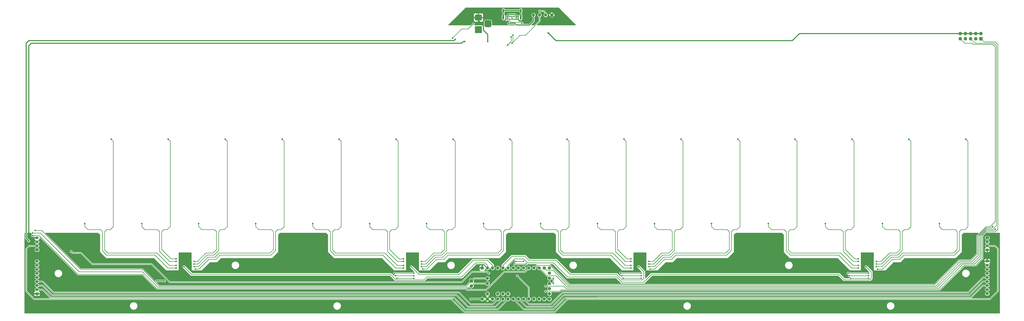
<source format=gbr>
G04 #@! TF.GenerationSoftware,KiCad,Pcbnew,(5.1.7)-1*
G04 #@! TF.CreationDate,2021-02-18T19:16:30-05:00*
G04 #@! TF.ProjectId,OpeNITHM-full,4f70654e-4954-4484-9d2d-66756c6c2e6b,rev?*
G04 #@! TF.SameCoordinates,Original*
G04 #@! TF.FileFunction,Copper,L2,Bot*
G04 #@! TF.FilePolarity,Positive*
%FSLAX46Y46*%
G04 Gerber Fmt 4.6, Leading zero omitted, Abs format (unit mm)*
G04 Created by KiCad (PCBNEW (5.1.7)-1) date 2021-02-18 19:16:30*
%MOMM*%
%LPD*%
G01*
G04 APERTURE LIST*
G04 #@! TA.AperFunction,ComponentPad*
%ADD10O,1.700000X1.700000*%
G04 #@! TD*
G04 #@! TA.AperFunction,ComponentPad*
%ADD11R,1.700000X1.700000*%
G04 #@! TD*
G04 #@! TA.AperFunction,ComponentPad*
%ADD12C,1.600000*%
G04 #@! TD*
G04 #@! TA.AperFunction,ComponentPad*
%ADD13R,1.600000X1.600000*%
G04 #@! TD*
G04 #@! TA.AperFunction,ComponentPad*
%ADD14C,0.700000*%
G04 #@! TD*
G04 #@! TA.AperFunction,ComponentPad*
%ADD15O,0.900000X2.400000*%
G04 #@! TD*
G04 #@! TA.AperFunction,ComponentPad*
%ADD16O,0.900000X1.700000*%
G04 #@! TD*
G04 #@! TA.AperFunction,ComponentPad*
%ADD17R,3.500000X3.500000*%
G04 #@! TD*
G04 #@! TA.AperFunction,SMDPad,CuDef*
%ADD18C,1.500000*%
G04 #@! TD*
G04 #@! TA.AperFunction,ComponentPad*
%ADD19O,1.750000X1.200000*%
G04 #@! TD*
G04 #@! TA.AperFunction,ViaPad*
%ADD20C,0.800000*%
G04 #@! TD*
G04 #@! TA.AperFunction,Conductor*
%ADD21C,0.508000*%
G04 #@! TD*
G04 #@! TA.AperFunction,Conductor*
%ADD22C,0.250000*%
G04 #@! TD*
G04 #@! TA.AperFunction,Conductor*
%ADD23C,0.254000*%
G04 #@! TD*
G04 #@! TA.AperFunction,Conductor*
%ADD24C,0.100000*%
G04 #@! TD*
G04 APERTURE END LIST*
D10*
X368300000Y-18097500D03*
X368300000Y-20637500D03*
X370840000Y-18097500D03*
X370840000Y-20637500D03*
X373380000Y-18097500D03*
X373380000Y-20637500D03*
X375920000Y-18097500D03*
X375920000Y-20637500D03*
X378460000Y-18097500D03*
D11*
X378460000Y-20637500D03*
D12*
X135890000Y-140970000D03*
X135890000Y-138430000D03*
D13*
X133350000Y-133350000D03*
D12*
X135890000Y-133350000D03*
X138430000Y-133350000D03*
X140970000Y-133350000D03*
X143510000Y-133350000D03*
X146050000Y-133350000D03*
X148590000Y-133350000D03*
X151130000Y-133350000D03*
X153670000Y-133350000D03*
X156210000Y-133350000D03*
X158750000Y-133350000D03*
X161290000Y-133350000D03*
X163830000Y-133350000D03*
X146050000Y-146050000D03*
X143510000Y-146050000D03*
X140970000Y-146050000D03*
X135890000Y-146050000D03*
X133350000Y-148590000D03*
X135890000Y-148590000D03*
X138430000Y-148590000D03*
X140970000Y-148590000D03*
X143510000Y-148590000D03*
X146050000Y-148590000D03*
X148590000Y-148590000D03*
X151130000Y-148590000D03*
X153670000Y-148590000D03*
X156210000Y-148590000D03*
X158750000Y-148590000D03*
X161290000Y-148590000D03*
X163830000Y-148590000D03*
X166370000Y-133350000D03*
X166370000Y-135890000D03*
X166370000Y-138430000D03*
X166370000Y-148590000D03*
X166370000Y-146050000D03*
X166370000Y-143510000D03*
X166370000Y-140970000D03*
D11*
X128000000Y-139700000D03*
D10*
X128000000Y-142240000D03*
D14*
X145020000Y-11100000D03*
X145870000Y-11100000D03*
X146720000Y-11100000D03*
X147570000Y-11100000D03*
X148420000Y-11100000D03*
X149270000Y-11100000D03*
X150120000Y-11100000D03*
X150970000Y-11100000D03*
X145870000Y-9750000D03*
X147570000Y-9750000D03*
X146720000Y-9750000D03*
X145020000Y-9750000D03*
X149270000Y-9750000D03*
X150120000Y-9750000D03*
X150970000Y-9750000D03*
X148420000Y-9750000D03*
D15*
X143670000Y-10120000D03*
X152320000Y-10120000D03*
D16*
X143670000Y-6740000D03*
X152320000Y-6740000D03*
G04 #@! TA.AperFunction,ComponentPad*
G36*
G01*
X135270000Y-11450000D02*
X137020000Y-11450000D01*
G75*
G02*
X137895000Y-12325000I0J-875000D01*
G01*
X137895000Y-14075000D01*
G75*
G02*
X137020000Y-14950000I-875000J0D01*
G01*
X135270000Y-14950000D01*
G75*
G02*
X134395000Y-14075000I0J875000D01*
G01*
X134395000Y-12325000D01*
G75*
G02*
X135270000Y-11450000I875000J0D01*
G01*
G37*
G04 #@! TD.AperFunction*
G04 #@! TA.AperFunction,ComponentPad*
G36*
G01*
X130445000Y-8700000D02*
X132445000Y-8700000D01*
G75*
G02*
X133195000Y-9450000I0J-750000D01*
G01*
X133195000Y-10950000D01*
G75*
G02*
X132445000Y-11700000I-750000J0D01*
G01*
X130445000Y-11700000D01*
G75*
G02*
X129695000Y-10950000I0J750000D01*
G01*
X129695000Y-9450000D01*
G75*
G02*
X130445000Y-8700000I750000J0D01*
G01*
G37*
G04 #@! TD.AperFunction*
D17*
X131445000Y-16200000D03*
D18*
X167500000Y-9000000D03*
X164500000Y-9000000D03*
X161500000Y-9000000D03*
X158500000Y-9000000D03*
D19*
X-85500000Y-118500000D03*
X-85500000Y-120500000D03*
X-85500000Y-122500000D03*
G04 #@! TA.AperFunction,ComponentPad*
G36*
G01*
X-84874999Y-125100000D02*
X-86125001Y-125100000D01*
G75*
G02*
X-86375000Y-124850001I0J249999D01*
G01*
X-86375000Y-124149999D01*
G75*
G02*
X-86125001Y-123900000I249999J0D01*
G01*
X-84874999Y-123900000D01*
G75*
G02*
X-84625000Y-124149999I0J-249999D01*
G01*
X-84625000Y-124850001D01*
G75*
G02*
X-84874999Y-125100000I-249999J0D01*
G01*
G37*
G04 #@! TD.AperFunction*
X381500000Y-124500000D03*
X381500000Y-122500000D03*
X381500000Y-120500000D03*
G04 #@! TA.AperFunction,ComponentPad*
G36*
G01*
X380874999Y-117900000D02*
X382125001Y-117900000D01*
G75*
G02*
X382375000Y-118149999I0J-249999D01*
G01*
X382375000Y-118850001D01*
G75*
G02*
X382125001Y-119100000I-249999J0D01*
G01*
X380874999Y-119100000D01*
G75*
G02*
X380625000Y-118850001I0J249999D01*
G01*
X380625000Y-118149999D01*
G75*
G02*
X380874999Y-117900000I249999J0D01*
G01*
G37*
G04 #@! TD.AperFunction*
X381500000Y-146000000D03*
X381500000Y-144000000D03*
X381500000Y-142000000D03*
X381500000Y-140000000D03*
X381500000Y-138000000D03*
X381500000Y-136000000D03*
X381500000Y-134000000D03*
X381500000Y-132000000D03*
G04 #@! TA.AperFunction,ComponentPad*
G36*
G01*
X380874999Y-129400000D02*
X382125001Y-129400000D01*
G75*
G02*
X382375000Y-129649999I0J-249999D01*
G01*
X382375000Y-130350001D01*
G75*
G02*
X382125001Y-130600000I-249999J0D01*
G01*
X380874999Y-130600000D01*
G75*
G02*
X380625000Y-130350001I0J249999D01*
G01*
X380625000Y-129649999D01*
G75*
G02*
X380874999Y-129400000I249999J0D01*
G01*
G37*
G04 #@! TD.AperFunction*
X-85500000Y-130000000D03*
X-85500000Y-132000000D03*
X-85500000Y-134000000D03*
X-85500000Y-136000000D03*
X-85500000Y-138000000D03*
X-85500000Y-140000000D03*
X-85500000Y-142000000D03*
X-85500000Y-144000000D03*
G04 #@! TA.AperFunction,ComponentPad*
G36*
G01*
X-84874999Y-146600000D02*
X-86125001Y-146600000D01*
G75*
G02*
X-86375000Y-146350001I0J249999D01*
G01*
X-86375000Y-145649999D01*
G75*
G02*
X-86125001Y-145400000I249999J0D01*
G01*
X-84874999Y-145400000D01*
G75*
G02*
X-84625000Y-145649999I0J-249999D01*
G01*
X-84625000Y-146350001D01*
G75*
G02*
X-84874999Y-146600000I-249999J0D01*
G01*
G37*
G04 #@! TD.AperFunction*
D20*
X175000000Y-154000000D03*
X57500000Y-128500000D03*
X33000000Y-128500000D03*
X281500000Y-128500000D03*
X257000000Y-128500000D03*
X223500000Y-135000000D03*
X308000000Y-135000000D03*
X84000000Y-135000000D03*
X-500000Y-135000000D03*
X136000000Y-22000000D03*
X167500000Y-11500000D03*
X169500000Y-128000000D03*
X144018000Y-128016000D03*
X196000000Y-135000000D03*
X-54500000Y-128500000D03*
X208500000Y-127000000D03*
X320500000Y-127000000D03*
X97000000Y-127000000D03*
X355500000Y-139500000D03*
X335000000Y-135000000D03*
X384000000Y-124500000D03*
X375920000Y-147320000D03*
X-90805000Y-147955000D03*
X-73025000Y-141605000D03*
X-79375000Y-116840000D03*
X111500000Y-135000000D03*
X31500000Y-155000000D03*
X279000000Y-155000000D03*
X121000000Y-154000000D03*
X386080000Y-148590000D03*
X124685000Y-22000000D03*
X-89535000Y-118110000D03*
X370000000Y-117500000D03*
X45500000Y-116500000D03*
X157500000Y-116500000D03*
X269500000Y-116500000D03*
X-66500000Y-116500000D03*
X165735000Y-17780000D03*
X381635000Y-116840000D03*
X-15000000Y-127000000D03*
X-23500000Y-135000000D03*
X-78105000Y-125730000D03*
X368000000Y-128000000D03*
X127635000Y-148590000D03*
X120060000Y-21000000D03*
X-89535000Y-120015000D03*
X211455000Y-135890000D03*
X323215000Y-135890000D03*
X201295000Y-135890000D03*
X313055000Y-135890000D03*
X99695000Y-135890000D03*
X90170000Y-135890000D03*
X149860000Y-130175000D03*
X153670000Y-130175000D03*
X211455000Y-137160000D03*
X323215000Y-137160000D03*
X201930000Y-137160000D03*
X313690000Y-137160000D03*
X99695000Y-137160000D03*
X90805000Y-137160000D03*
X154940000Y-131445000D03*
X149225000Y-131445000D03*
X211455000Y-138430000D03*
X323215000Y-138430000D03*
X202565000Y-138430000D03*
X314325000Y-138430000D03*
X91440000Y-138430000D03*
X99695000Y-138430000D03*
X147000000Y-70000000D03*
X104140000Y-133858000D03*
X103505000Y-131445000D03*
X119000000Y-70000000D03*
X94615000Y-128905000D03*
X91000000Y-70000000D03*
X94615000Y-132080000D03*
X63000000Y-70000000D03*
X35000000Y-70000000D03*
X-7620000Y-133858000D03*
X-8255000Y-131445000D03*
X7000000Y-70000000D03*
X-17145000Y-128905000D03*
X-21000000Y-70000000D03*
X-49000000Y-70000000D03*
X-17145000Y-132080000D03*
X-62000000Y-111500000D03*
X-17145000Y-133350000D03*
X-17145000Y-130175000D03*
X-34000000Y-111500000D03*
X-8255000Y-130175000D03*
X-6000000Y-111500000D03*
X-8255000Y-132715000D03*
X22000000Y-111500000D03*
X94615000Y-133350000D03*
X50000000Y-111500000D03*
X94615000Y-130175000D03*
X78000000Y-111500000D03*
X103505000Y-130175000D03*
X106000000Y-111500000D03*
X103505000Y-132715000D03*
X134000000Y-111500000D03*
X150495000Y-137160000D03*
X-22860000Y-139700000D03*
X-26670000Y-139700000D03*
X321945000Y-132715000D03*
X-13335000Y-132715000D03*
X-68750000Y-125250000D03*
X136525000Y-135890000D03*
X210185000Y-132715000D03*
X98425000Y-132715000D03*
X327660000Y-133985000D03*
X371000000Y-70000000D03*
X327025000Y-131445000D03*
X343000000Y-70000000D03*
X318135000Y-128905000D03*
X315000000Y-70000000D03*
X318135000Y-132080000D03*
X287000000Y-70000000D03*
X215900000Y-133985000D03*
X259000000Y-70000000D03*
X215265000Y-131445000D03*
X231000000Y-70000000D03*
X206375000Y-128905000D03*
X203000000Y-70000000D03*
X206375000Y-132080000D03*
X175000000Y-70000000D03*
X327025000Y-132715000D03*
X358000000Y-111500000D03*
X327025000Y-130175000D03*
X330000000Y-111500000D03*
X318135000Y-130175000D03*
X302000000Y-111500000D03*
X318135000Y-133350000D03*
X274000000Y-111500000D03*
X215265000Y-132715000D03*
X246000000Y-111500000D03*
X215265000Y-130175000D03*
X218000000Y-111500000D03*
X206375000Y-130175000D03*
X190000000Y-111500000D03*
X206375000Y-133350000D03*
X162000000Y-111500000D03*
X164465000Y-142240000D03*
X385445000Y-114300000D03*
X384175000Y-113030000D03*
X164465000Y-144780000D03*
X168275000Y-140970000D03*
X168275000Y-138430000D03*
X152840000Y-13000000D03*
X147570000Y-19770000D03*
X161500000Y-7000000D03*
X-86360000Y-114935000D03*
X145732500Y-23812500D03*
X148420000Y-18920000D03*
X-87630000Y-116205000D03*
X147955000Y-22860000D03*
X118745000Y-20320000D03*
X128905000Y-13335000D03*
X-87630000Y-117475000D03*
X146260990Y-13079010D03*
D21*
X150970000Y-9750000D02*
X150970000Y-11100000D01*
X150340000Y-8000000D02*
X145840000Y-8000000D01*
X145020000Y-8820000D02*
X145020000Y-9750000D01*
X150970000Y-8630000D02*
X150340000Y-8000000D01*
X150970000Y-9750000D02*
X150970000Y-8630000D01*
X145840000Y-8000000D02*
X145020000Y-8820000D01*
X145020000Y-9750000D02*
X145020000Y-11100000D01*
X167500000Y-9000000D02*
X167500000Y-11500000D01*
X-89535000Y-116840000D02*
X-89535000Y-116840000D01*
X365760000Y-18097500D02*
X365760000Y-18097500D01*
X-88265000Y-22860000D02*
X123190000Y-22860000D01*
X-89535000Y-24130000D02*
X-88265000Y-22860000D01*
X-89535000Y-116840000D02*
X-89535000Y-24130000D01*
X124050000Y-22000000D02*
X123190000Y-22860000D01*
X124685000Y-22000000D02*
X124050000Y-22000000D01*
X-89535000Y-116840000D02*
X-89535000Y-118110000D01*
X-89535000Y-118110000D02*
X-89535000Y-118110000D01*
X136000000Y-18525000D02*
X136000000Y-22000000D01*
X133940990Y-16465990D02*
X136000000Y-18525000D01*
X133940990Y-14195990D02*
X133940990Y-16465990D01*
X131445000Y-11700000D02*
X133940990Y-14195990D01*
X131445000Y-10200000D02*
X131445000Y-11700000D01*
X365760000Y-18097500D02*
X289242500Y-18097500D01*
X289242500Y-18097500D02*
X285750000Y-21590000D01*
X285750000Y-21590000D02*
X169545000Y-21590000D01*
X169545000Y-21590000D02*
X165735000Y-17780000D01*
X165735000Y-17780000D02*
X165735000Y-17780000D01*
X365760000Y-18097500D02*
X378460000Y-18097500D01*
X127635000Y-148590000D02*
X133350000Y-148590000D01*
X-90805000Y-22860000D02*
X-89535000Y-21590000D01*
X119470000Y-21590000D02*
X119380000Y-21590000D01*
X120060000Y-21000000D02*
X119470000Y-21590000D01*
X-89535000Y-21590000D02*
X119380000Y-21590000D01*
X-90805000Y-116205000D02*
X-90805000Y-118745000D01*
X-90805000Y-116205000D02*
X-90805000Y-22860000D01*
X-90805000Y-118745000D02*
X-90170000Y-119380000D01*
X-90170000Y-119380000D02*
X-90170000Y-119380000D01*
X-90170000Y-119380000D02*
X-89535000Y-120015000D01*
X-89535000Y-120015000D02*
X-89535000Y-120015000D01*
D22*
X211455000Y-135890000D02*
X203200000Y-135890000D01*
X314960000Y-135890000D02*
X323215000Y-135890000D01*
X323215000Y-135890000D02*
X323215000Y-135890000D01*
X203200000Y-135890000D02*
X201295000Y-135890000D01*
X314960000Y-135890000D02*
X313055000Y-135890000D01*
X91440000Y-135890000D02*
X90170000Y-135890000D01*
X99695000Y-135890000D02*
X91440000Y-135890000D01*
X153670000Y-130175000D02*
X149860000Y-130175000D01*
X314960000Y-137160000D02*
X323215000Y-137160000D01*
X323215000Y-137160000D02*
X323215000Y-137160000D01*
X211455000Y-137160000D02*
X203200000Y-137160000D01*
X203200000Y-137160000D02*
X201930000Y-137160000D01*
X314960000Y-137160000D02*
X313690000Y-137160000D01*
X91440000Y-137160000D02*
X90805000Y-137160000D01*
X99695000Y-137160000D02*
X91440000Y-137160000D01*
X149225000Y-131445000D02*
X154940000Y-131445000D01*
X211455000Y-138430000D02*
X203200000Y-138430000D01*
X314960000Y-138430000D02*
X323215000Y-138430000D01*
X323215000Y-138430000D02*
X323215000Y-138430000D01*
X203200000Y-138430000D02*
X202565000Y-138430000D01*
X314960000Y-138430000D02*
X314325000Y-138430000D01*
X91440000Y-138430000D02*
X99695000Y-138430000D01*
X99695000Y-138430000D02*
X99695000Y-138430000D01*
X148000000Y-71000000D02*
X147000000Y-70000000D01*
X144750000Y-114500000D02*
X146500000Y-114500000D01*
X143750000Y-124750000D02*
X143750000Y-115500000D01*
X141500000Y-127000000D02*
X143750000Y-124750000D01*
X116500000Y-127000000D02*
X141500000Y-127000000D01*
X114500000Y-129000000D02*
X116500000Y-127000000D01*
X148000000Y-113000000D02*
X148000000Y-71000000D01*
X143750000Y-115500000D02*
X144750000Y-114500000D01*
X110970000Y-129000000D02*
X114500000Y-129000000D01*
X146500000Y-114500000D02*
X148000000Y-113000000D01*
X106112000Y-133858000D02*
X106523000Y-133447000D01*
X104140000Y-133858000D02*
X106112000Y-133858000D01*
X106523000Y-133447000D02*
X110970000Y-129000000D01*
X103505000Y-131445000D02*
X105055000Y-131445000D01*
X118500000Y-114500000D02*
X116750000Y-114500000D01*
X116750000Y-114500000D02*
X115750000Y-115500000D01*
X113500000Y-127000000D02*
X110000000Y-127000000D01*
X120000000Y-71000000D02*
X120000000Y-113000000D01*
X115750000Y-115500000D02*
X115750000Y-124750000D01*
X115750000Y-124750000D02*
X113500000Y-127000000D01*
X110000000Y-127000000D02*
X105555000Y-131445000D01*
X119000000Y-70000000D02*
X120000000Y-71000000D01*
X120000000Y-113000000D02*
X118500000Y-114500000D01*
X105555000Y-131445000D02*
X105055000Y-131445000D01*
X94615000Y-128905000D02*
X92405000Y-128905000D01*
X87750000Y-115500000D02*
X87750000Y-124250000D01*
X87750000Y-124250000D02*
X92405000Y-128905000D01*
X92000000Y-113000000D02*
X90500000Y-114500000D01*
X92000000Y-71000000D02*
X92000000Y-113000000D01*
X88750000Y-114500000D02*
X87750000Y-115500000D01*
X91000000Y-70000000D02*
X92000000Y-71000000D01*
X90500000Y-114500000D02*
X88750000Y-114500000D01*
X91580000Y-132080000D02*
X94615000Y-132080000D01*
X63000000Y-70000000D02*
X64000000Y-71000000D01*
X64000000Y-113000000D02*
X62500000Y-114500000D01*
X85500000Y-126000000D02*
X91580000Y-132080000D01*
X64000000Y-71000000D02*
X64000000Y-113000000D01*
X62500000Y-114500000D02*
X60750000Y-114500000D01*
X59750000Y-115500000D02*
X59750000Y-124500000D01*
X59750000Y-124500000D02*
X61250000Y-126000000D01*
X60750000Y-114500000D02*
X59750000Y-115500000D01*
X61250000Y-126000000D02*
X85500000Y-126000000D01*
X2500000Y-129000000D02*
X-1030000Y-129000000D01*
X29500000Y-127000000D02*
X4500000Y-127000000D01*
X31750000Y-124750000D02*
X29500000Y-127000000D01*
X31750000Y-115500000D02*
X31750000Y-124750000D01*
X32750000Y-114500000D02*
X31750000Y-115500000D01*
X34500000Y-114500000D02*
X32750000Y-114500000D01*
X4500000Y-127000000D02*
X2500000Y-129000000D01*
X36000000Y-71000000D02*
X36000000Y-113000000D01*
X36000000Y-113000000D02*
X34500000Y-114500000D01*
X35000000Y-70000000D02*
X36000000Y-71000000D01*
X-5888000Y-133858000D02*
X-5484000Y-133454000D01*
X-7620000Y-133858000D02*
X-5888000Y-133858000D01*
X-1030000Y-129000000D02*
X-5484000Y-133454000D01*
X1500000Y-127000000D02*
X-2000000Y-127000000D01*
X3750000Y-124750000D02*
X1500000Y-127000000D01*
X3750000Y-115500000D02*
X3750000Y-124750000D01*
X4750000Y-114500000D02*
X3750000Y-115500000D01*
X6500000Y-114500000D02*
X4750000Y-114500000D01*
X-2000000Y-127000000D02*
X-6445000Y-131445000D01*
X8000000Y-113000000D02*
X6500000Y-114500000D01*
X8000000Y-71000000D02*
X8000000Y-113000000D01*
X7000000Y-70000000D02*
X8000000Y-71000000D01*
X-8255000Y-131445000D02*
X-6445000Y-131445000D01*
X-17145000Y-128905000D02*
X-19595000Y-128905000D01*
X-21000000Y-70000000D02*
X-20000000Y-71000000D01*
X-20000000Y-113000000D02*
X-21500000Y-114500000D01*
X-20000000Y-71000000D02*
X-20000000Y-113000000D01*
X-21500000Y-114500000D02*
X-23250000Y-114500000D01*
X-23250000Y-114500000D02*
X-24250000Y-115500000D01*
X-24250000Y-115500000D02*
X-24250000Y-124250000D01*
X-24250000Y-124250000D02*
X-19595000Y-128905000D01*
X-20420000Y-132080000D02*
X-17145000Y-132080000D01*
X-26500000Y-126000000D02*
X-20420000Y-132080000D01*
X-48000000Y-113000000D02*
X-49500000Y-114500000D01*
X-48000000Y-71000000D02*
X-48000000Y-113000000D01*
X-49000000Y-70000000D02*
X-48000000Y-71000000D01*
X-51250000Y-114500000D02*
X-52250000Y-115500000D01*
X-49500000Y-114500000D02*
X-51250000Y-114500000D01*
X-52250000Y-115500000D02*
X-52250000Y-124500000D01*
X-52250000Y-124500000D02*
X-50750000Y-126000000D01*
X-50750000Y-126000000D02*
X-26500000Y-126000000D01*
X-27500000Y-127000000D02*
X-21150000Y-133350000D01*
X-51250000Y-127000000D02*
X-27500000Y-127000000D01*
X-53250000Y-125000000D02*
X-51250000Y-127000000D01*
X-54250000Y-114500000D02*
X-53250000Y-115500000D01*
X-60500000Y-114500000D02*
X-54250000Y-114500000D01*
X-53250000Y-115500000D02*
X-53250000Y-125000000D01*
X-62000000Y-113000000D02*
X-60500000Y-114500000D01*
X-21150000Y-133350000D02*
X-17145000Y-133350000D01*
X-62000000Y-111500000D02*
X-62000000Y-113000000D01*
X-17145000Y-130175000D02*
X-20325000Y-130175000D01*
X-34000000Y-111500000D02*
X-34000000Y-113000000D01*
X-32500000Y-114500000D02*
X-26250000Y-114500000D01*
X-34000000Y-113000000D02*
X-32500000Y-114500000D01*
X-26250000Y-114500000D02*
X-25250000Y-115500000D01*
X-25250000Y-115500000D02*
X-25250000Y-125250000D01*
X-25250000Y-125250000D02*
X-20325000Y-130175000D01*
X-7675000Y-130175000D02*
X-8255000Y-130175000D01*
X-2500000Y-126000000D02*
X-6675000Y-130175000D01*
X1000000Y-126000000D02*
X-2500000Y-126000000D01*
X2750000Y-124250000D02*
X1000000Y-126000000D01*
X1750000Y-114500000D02*
X2750000Y-115500000D01*
X-4500000Y-114500000D02*
X1750000Y-114500000D01*
X-6000000Y-113000000D02*
X-4500000Y-114500000D01*
X-6000000Y-111500000D02*
X-6000000Y-113000000D01*
X2750000Y-115500000D02*
X2750000Y-124250000D01*
X-6675000Y-130175000D02*
X-7675000Y-130175000D01*
X4000000Y-126000000D02*
X2000000Y-128000000D01*
X2000000Y-128000000D02*
X-1500000Y-128000000D01*
X29000000Y-126000000D02*
X4000000Y-126000000D01*
X30750000Y-124250000D02*
X29000000Y-126000000D01*
X30750000Y-115500000D02*
X30750000Y-124250000D01*
X-6215000Y-132715000D02*
X-8255000Y-132715000D01*
X29750000Y-114500000D02*
X30750000Y-115500000D01*
X23500000Y-114500000D02*
X29750000Y-114500000D01*
X-1500000Y-128000000D02*
X-6215000Y-132715000D01*
X22000000Y-113000000D02*
X23500000Y-114500000D01*
X22000000Y-111500000D02*
X22000000Y-113000000D01*
X94615000Y-133350000D02*
X90850000Y-133350000D01*
X58750000Y-125000000D02*
X60750000Y-127000000D01*
X84500000Y-127000000D02*
X90850000Y-133350000D01*
X58750000Y-115500000D02*
X58750000Y-125000000D01*
X50000000Y-111500000D02*
X50000000Y-113000000D01*
X60750000Y-127000000D02*
X84500000Y-127000000D01*
X51500000Y-114500000D02*
X57750000Y-114500000D01*
X50000000Y-113000000D02*
X51500000Y-114500000D01*
X57750000Y-114500000D02*
X58750000Y-115500000D01*
X94615000Y-130175000D02*
X91675000Y-130175000D01*
X86750000Y-115500000D02*
X86750000Y-125250000D01*
X86750000Y-125250000D02*
X91675000Y-130175000D01*
X85750000Y-114500000D02*
X86750000Y-115500000D01*
X78000000Y-111500000D02*
X78000000Y-113000000D01*
X79500000Y-114500000D02*
X85750000Y-114500000D01*
X78000000Y-113000000D02*
X79500000Y-114500000D01*
X103505000Y-130175000D02*
X104325000Y-130175000D01*
X113750000Y-114500000D02*
X114750000Y-115500000D01*
X107500000Y-114500000D02*
X113750000Y-114500000D01*
X106000000Y-113000000D02*
X107500000Y-114500000D01*
X109500000Y-126000000D02*
X105325000Y-130175000D01*
X106000000Y-111500000D02*
X106000000Y-113000000D01*
X114750000Y-115500000D02*
X114750000Y-124250000D01*
X113000000Y-126000000D02*
X109500000Y-126000000D01*
X114750000Y-124250000D02*
X113000000Y-126000000D01*
X105325000Y-130175000D02*
X104325000Y-130175000D01*
X103505000Y-132715000D02*
X105785000Y-132715000D01*
X142750000Y-124250000D02*
X141000000Y-126000000D01*
X134000000Y-113000000D02*
X135500000Y-114500000D01*
X135500000Y-114500000D02*
X141750000Y-114500000D01*
X134000000Y-111500000D02*
X134000000Y-113000000D01*
X142750000Y-115500000D02*
X142750000Y-124250000D01*
X141000000Y-126000000D02*
X116000000Y-126000000D01*
X110500000Y-128000000D02*
X105785000Y-132715000D01*
X141750000Y-114500000D02*
X142750000Y-115500000D01*
X116000000Y-126000000D02*
X114000000Y-128000000D01*
X114000000Y-128000000D02*
X110500000Y-128000000D01*
X156210000Y-142875000D02*
X156210000Y-148590000D01*
X150495000Y-137160000D02*
X156210000Y-142875000D01*
D21*
X-22860000Y-139700000D02*
X-26670000Y-139700000D01*
X-26670000Y-139700000D02*
X-26670000Y-139700000D01*
D22*
X321945000Y-132715000D02*
X321945000Y-132715000D01*
X324485000Y-135255000D02*
X321945000Y-132715000D01*
X324485000Y-138430000D02*
X324485000Y-135255000D01*
X308610000Y-136525000D02*
X311240001Y-139155001D01*
X153670000Y-128905000D02*
X155575000Y-130810000D01*
X155575000Y-130810000D02*
X168275000Y-130810000D01*
X212725000Y-140335000D02*
X216535000Y-136525000D01*
X311240001Y-139155001D02*
X323759999Y-139155001D01*
X323759999Y-139155001D02*
X324485000Y-138430000D01*
X168275000Y-130810000D02*
X175260000Y-137795000D01*
X175260000Y-137795000D02*
X199390000Y-137795000D01*
X201930000Y-140335000D02*
X212725000Y-140335000D01*
X199390000Y-137795000D02*
X201930000Y-140335000D01*
X216535000Y-136525000D02*
X308610000Y-136525000D01*
X149225000Y-128905000D02*
X146050000Y-132080000D01*
X146050000Y-133350000D02*
X146050000Y-132080000D01*
X149225000Y-128905000D02*
X153670000Y-128905000D01*
X135890000Y-132080000D02*
X135890000Y-133350000D01*
X130175000Y-130810000D02*
X134620000Y-130810000D01*
X123190000Y-137795000D02*
X130175000Y-130810000D01*
X106045000Y-137795000D02*
X123190000Y-137795000D01*
X134620000Y-130810000D02*
X135890000Y-132080000D01*
X-9525000Y-136525000D02*
X88265000Y-136525000D01*
X104684999Y-139155001D02*
X106045000Y-137795000D01*
X-13335000Y-132715000D02*
X-9525000Y-136525000D01*
X88265000Y-136525000D02*
X90895001Y-139155001D01*
X90895001Y-139155001D02*
X104684999Y-139155001D01*
X135890000Y-135255000D02*
X135890000Y-135255000D01*
X135890000Y-135255000D02*
X136525000Y-135890000D01*
X128270000Y-135255000D02*
X135890000Y-135255000D01*
X123190000Y-140335000D02*
X128270000Y-135255000D01*
X-20320000Y-140335000D02*
X123190000Y-140335000D01*
X-29210000Y-131445000D02*
X-20320000Y-140335000D01*
X-58420000Y-131445000D02*
X-29210000Y-131445000D01*
X-63932500Y-125932500D02*
X-58420000Y-131445000D01*
X-68067500Y-125932500D02*
X-63932500Y-125932500D01*
X-68750000Y-125250000D02*
X-68067500Y-125932500D01*
X210185000Y-132715000D02*
X210185000Y-132715000D01*
X212725000Y-138430000D02*
X212725000Y-135255000D01*
X211999999Y-139155001D02*
X212725000Y-138430000D01*
X202020001Y-139155001D02*
X211999999Y-139155001D01*
X199390000Y-136525000D02*
X202020001Y-139155001D01*
X176530000Y-136525000D02*
X199390000Y-136525000D01*
X169545000Y-129540000D02*
X176530000Y-136525000D01*
X212725000Y-135255000D02*
X210185000Y-132715000D01*
X154305000Y-127635000D02*
X156210000Y-129540000D01*
X156210000Y-129540000D02*
X169545000Y-129540000D01*
X147955000Y-127635000D02*
X154305000Y-127635000D01*
X143510000Y-132080000D02*
X147955000Y-127635000D01*
X143510000Y-133350000D02*
X143510000Y-132080000D01*
X98425000Y-132715000D02*
X98425000Y-132715000D01*
X138430000Y-132080000D02*
X138430000Y-133350000D01*
X135890000Y-129540000D02*
X138430000Y-132080000D01*
X128905000Y-129540000D02*
X135890000Y-129540000D01*
X121920000Y-136525000D02*
X128905000Y-129540000D01*
X102235000Y-136525000D02*
X121920000Y-136525000D01*
X98425000Y-132715000D02*
X102235000Y-136525000D01*
X329485000Y-133985000D02*
X327660000Y-133985000D01*
X365500000Y-127000000D02*
X367750000Y-124750000D01*
X370500000Y-114500000D02*
X372000000Y-113000000D01*
X329485000Y-133985000D02*
X329985000Y-133985000D01*
X329985000Y-133985000D02*
X334970000Y-129000000D01*
X367750000Y-115500000D02*
X368750000Y-114500000D01*
X340500000Y-127000000D02*
X365500000Y-127000000D01*
X372000000Y-71000000D02*
X371000000Y-70000000D01*
X338500000Y-129000000D02*
X340500000Y-127000000D01*
X367750000Y-124750000D02*
X367750000Y-115500000D01*
X334970000Y-129000000D02*
X338500000Y-129000000D01*
X372000000Y-113000000D02*
X372000000Y-71000000D01*
X368750000Y-114500000D02*
X370500000Y-114500000D01*
X344000000Y-71000000D02*
X343000000Y-70000000D01*
X342500000Y-114500000D02*
X344000000Y-113000000D01*
X339750000Y-115500000D02*
X340750000Y-114500000D01*
X339750000Y-124750000D02*
X339750000Y-115500000D01*
X337500000Y-127000000D02*
X339750000Y-124750000D01*
X334000000Y-127000000D02*
X337500000Y-127000000D01*
X329555000Y-131445000D02*
X334000000Y-127000000D01*
X344000000Y-113000000D02*
X344000000Y-71000000D01*
X340750000Y-114500000D02*
X342500000Y-114500000D01*
X327025000Y-131445000D02*
X329555000Y-131445000D01*
X316405000Y-128905000D02*
X318135000Y-128905000D01*
X311750000Y-115500000D02*
X311750000Y-124250000D01*
X311750000Y-124250000D02*
X316405000Y-128905000D01*
X316000000Y-113000000D02*
X314500000Y-114500000D01*
X316000000Y-71000000D02*
X316000000Y-113000000D01*
X312750000Y-114500000D02*
X311750000Y-115500000D01*
X315000000Y-70000000D02*
X316000000Y-71000000D01*
X314500000Y-114500000D02*
X312750000Y-114500000D01*
X315580000Y-132080000D02*
X318135000Y-132080000D01*
X287000000Y-70000000D02*
X288000000Y-71000000D01*
X288000000Y-113000000D02*
X286500000Y-114500000D01*
X309500000Y-126000000D02*
X315580000Y-132080000D01*
X288000000Y-71000000D02*
X288000000Y-113000000D01*
X286500000Y-114500000D02*
X284750000Y-114500000D01*
X283750000Y-115500000D02*
X283750000Y-124500000D01*
X283750000Y-124500000D02*
X285250000Y-126000000D01*
X284750000Y-114500000D02*
X283750000Y-115500000D01*
X285250000Y-126000000D02*
X309500000Y-126000000D01*
X260000000Y-71000000D02*
X259000000Y-70000000D01*
X217515000Y-133985000D02*
X217985000Y-133985000D01*
X255750000Y-115500000D02*
X256750000Y-114500000D01*
X217985000Y-133985000D02*
X222970000Y-129000000D01*
X222970000Y-129000000D02*
X226500000Y-129000000D01*
X256750000Y-114500000D02*
X258500000Y-114500000D01*
X226500000Y-129000000D02*
X228500000Y-127000000D01*
X255750000Y-124750000D02*
X255750000Y-115500000D01*
X228500000Y-127000000D02*
X253500000Y-127000000D01*
X217515000Y-133985000D02*
X215900000Y-133985000D01*
X258500000Y-114500000D02*
X260000000Y-113000000D01*
X260000000Y-113000000D02*
X260000000Y-71000000D01*
X253500000Y-127000000D02*
X255750000Y-124750000D01*
X232000000Y-113000000D02*
X232000000Y-71000000D01*
X230500000Y-114500000D02*
X232000000Y-113000000D01*
X228750000Y-114500000D02*
X230500000Y-114500000D01*
X232000000Y-71000000D02*
X231000000Y-70000000D01*
X227750000Y-115500000D02*
X228750000Y-114500000D01*
X227750000Y-124750000D02*
X227750000Y-115500000D01*
X225500000Y-127000000D02*
X227750000Y-124750000D01*
X222000000Y-127000000D02*
X225500000Y-127000000D01*
X217555000Y-131445000D02*
X222000000Y-127000000D01*
X215265000Y-131445000D02*
X217555000Y-131445000D01*
X204405000Y-128905000D02*
X206375000Y-128905000D01*
X199750000Y-115500000D02*
X199750000Y-124250000D01*
X199750000Y-124250000D02*
X204405000Y-128905000D01*
X204000000Y-113000000D02*
X202500000Y-114500000D01*
X204000000Y-71000000D02*
X204000000Y-113000000D01*
X200750000Y-114500000D02*
X199750000Y-115500000D01*
X203000000Y-70000000D02*
X204000000Y-71000000D01*
X202500000Y-114500000D02*
X200750000Y-114500000D01*
X203580000Y-132080000D02*
X206375000Y-132080000D01*
X175000000Y-70000000D02*
X176000000Y-71000000D01*
X176000000Y-113000000D02*
X174500000Y-114500000D01*
X197500000Y-126000000D02*
X203580000Y-132080000D01*
X176000000Y-71000000D02*
X176000000Y-113000000D01*
X174500000Y-114500000D02*
X172750000Y-114500000D01*
X171750000Y-115500000D02*
X171750000Y-124500000D01*
X171750000Y-124500000D02*
X173250000Y-126000000D01*
X172750000Y-114500000D02*
X171750000Y-115500000D01*
X173250000Y-126000000D02*
X197500000Y-126000000D01*
X359500000Y-114500000D02*
X358000000Y-113000000D01*
X365750000Y-114500000D02*
X359500000Y-114500000D01*
X366750000Y-115500000D02*
X365750000Y-114500000D01*
X365000000Y-126000000D02*
X366750000Y-124250000D01*
X340000000Y-126000000D02*
X365000000Y-126000000D01*
X338000000Y-128000000D02*
X340000000Y-126000000D01*
X334500000Y-128000000D02*
X338000000Y-128000000D01*
X358000000Y-113000000D02*
X358000000Y-111500000D01*
X329785000Y-132715000D02*
X334500000Y-128000000D01*
X366750000Y-124250000D02*
X366750000Y-115500000D01*
X327025000Y-132715000D02*
X329785000Y-132715000D01*
X330000000Y-113000000D02*
X330000000Y-111500000D01*
X331500000Y-114500000D02*
X330000000Y-113000000D01*
X338750000Y-124250000D02*
X338750000Y-115500000D01*
X337000000Y-126000000D02*
X338750000Y-124250000D01*
X329325000Y-130175000D02*
X333500000Y-126000000D01*
X337750000Y-114500000D02*
X331500000Y-114500000D01*
X338750000Y-115500000D02*
X337750000Y-114500000D01*
X333500000Y-126000000D02*
X337000000Y-126000000D01*
X327025000Y-130175000D02*
X329325000Y-130175000D01*
X315675000Y-130175000D02*
X318135000Y-130175000D01*
X310750000Y-115500000D02*
X310750000Y-125250000D01*
X310750000Y-125250000D02*
X315675000Y-130175000D01*
X309750000Y-114500000D02*
X310750000Y-115500000D01*
X302000000Y-111500000D02*
X302000000Y-113000000D01*
X303500000Y-114500000D02*
X309750000Y-114500000D01*
X302000000Y-113000000D02*
X303500000Y-114500000D01*
X314850000Y-133350000D02*
X314270000Y-132770000D01*
X318135000Y-133350000D02*
X314850000Y-133350000D01*
X313000000Y-131500000D02*
X314270000Y-132770000D01*
X282750000Y-125000000D02*
X284750000Y-127000000D01*
X308500000Y-127000000D02*
X314850000Y-133350000D01*
X282750000Y-115500000D02*
X282750000Y-125000000D01*
X274000000Y-111500000D02*
X274000000Y-113000000D01*
X284750000Y-127000000D02*
X308500000Y-127000000D01*
X275500000Y-114500000D02*
X281750000Y-114500000D01*
X274000000Y-113000000D02*
X275500000Y-114500000D01*
X281750000Y-114500000D02*
X282750000Y-115500000D01*
X217785000Y-132715000D02*
X215265000Y-132715000D01*
X254750000Y-124250000D02*
X253000000Y-126000000D01*
X246000000Y-113000000D02*
X247500000Y-114500000D01*
X247500000Y-114500000D02*
X253750000Y-114500000D01*
X246000000Y-111500000D02*
X246000000Y-113000000D01*
X254750000Y-115500000D02*
X254750000Y-124250000D01*
X253000000Y-126000000D02*
X228000000Y-126000000D01*
X222500000Y-128000000D02*
X217785000Y-132715000D01*
X253750000Y-114500000D02*
X254750000Y-115500000D01*
X228000000Y-126000000D02*
X226000000Y-128000000D01*
X226000000Y-128000000D02*
X222500000Y-128000000D01*
X216325000Y-130175000D02*
X215265000Y-130175000D01*
X225750000Y-114500000D02*
X226750000Y-115500000D01*
X219500000Y-114500000D02*
X225750000Y-114500000D01*
X218000000Y-113000000D02*
X219500000Y-114500000D01*
X221500000Y-126000000D02*
X217325000Y-130175000D01*
X218000000Y-111500000D02*
X218000000Y-113000000D01*
X226750000Y-115500000D02*
X226750000Y-124250000D01*
X225000000Y-126000000D02*
X221500000Y-126000000D01*
X226750000Y-124250000D02*
X225000000Y-126000000D01*
X217325000Y-130175000D02*
X216325000Y-130175000D01*
X203675000Y-130175000D02*
X206375000Y-130175000D01*
X198750000Y-115500000D02*
X198750000Y-125250000D01*
X198750000Y-125250000D02*
X203675000Y-130175000D01*
X197750000Y-114500000D02*
X198750000Y-115500000D01*
X190000000Y-111500000D02*
X190000000Y-113000000D01*
X191500000Y-114500000D02*
X197750000Y-114500000D01*
X190000000Y-113000000D02*
X191500000Y-114500000D01*
X202850000Y-133350000D02*
X202072500Y-132572500D01*
X206375000Y-133350000D02*
X202850000Y-133350000D01*
X170750000Y-125000000D02*
X172750000Y-127000000D01*
X196500000Y-127000000D02*
X202850000Y-133350000D01*
X170750000Y-115500000D02*
X170750000Y-125000000D01*
X162000000Y-111500000D02*
X162000000Y-113000000D01*
X172750000Y-127000000D02*
X196500000Y-127000000D01*
X163500000Y-114500000D02*
X169750000Y-114500000D01*
X162000000Y-113000000D02*
X163500000Y-114500000D01*
X169750000Y-114500000D02*
X170750000Y-115500000D01*
X380998590Y-114935000D02*
X384810000Y-114935000D01*
X384810000Y-114935000D02*
X385445000Y-114300000D01*
X378644991Y-117288599D02*
X380998590Y-114935000D01*
X378460000Y-117475000D02*
X378644990Y-117290010D01*
X378460000Y-128270000D02*
X378460000Y-117475000D01*
X375285000Y-131445000D02*
X378460000Y-128270000D01*
X357505000Y-143510000D02*
X369570000Y-131445000D01*
X369570000Y-131445000D02*
X375285000Y-131445000D01*
X174625000Y-143510000D02*
X357505000Y-143510000D01*
X173355000Y-142240000D02*
X174625000Y-143510000D01*
X378644990Y-117290010D02*
X378644991Y-117288599D01*
X164465000Y-142240000D02*
X173355000Y-142240000D01*
X375602500Y-22860000D02*
X376555000Y-22860000D01*
X373380000Y-20637500D02*
X375602500Y-22860000D01*
X376555000Y-22860000D02*
X375920000Y-22860000D01*
X165100000Y-137160000D02*
X161290000Y-133350000D01*
X376555000Y-22860000D02*
X384810000Y-22860000D01*
X384810000Y-22860000D02*
X386080000Y-24130000D01*
X386080000Y-112395000D02*
X384175000Y-114300000D01*
X169545000Y-137160000D02*
X165100000Y-137160000D01*
X384175000Y-114300000D02*
X380997180Y-114300000D01*
X380997180Y-114300000D02*
X377825000Y-117472180D01*
X377825000Y-117472180D02*
X377825000Y-127639230D01*
X386080000Y-24130000D02*
X386080000Y-112395000D01*
X377825000Y-127639230D02*
X374654230Y-130810000D01*
X368935000Y-130810000D02*
X356870000Y-142875000D01*
X356870000Y-142875000D02*
X175260000Y-142875000D01*
X374654230Y-130810000D02*
X368935000Y-130810000D01*
X175260000Y-142875000D02*
X169545000Y-137160000D01*
X175895000Y-142240000D02*
X168130001Y-134475001D01*
X356235000Y-142240000D02*
X175895000Y-142240000D01*
X368300000Y-130175000D02*
X356235000Y-142240000D01*
X374015000Y-130175000D02*
X368300000Y-130175000D01*
X377190000Y-127000000D02*
X374015000Y-130175000D01*
X164955001Y-134475001D02*
X163830000Y-133350000D01*
X377374990Y-117290010D02*
X377190000Y-117475000D01*
X377374991Y-117285779D02*
X377374990Y-117290010D01*
X168130001Y-134475001D02*
X164955001Y-134475001D01*
X380995770Y-113665000D02*
X377374991Y-117285779D01*
X383540000Y-113665000D02*
X380995770Y-113665000D01*
X377190000Y-117475000D02*
X377190000Y-127000000D01*
X384175000Y-113030000D02*
X383540000Y-113665000D01*
X374015000Y-22860000D02*
X374650000Y-23495000D01*
X374650000Y-23495000D02*
X375920000Y-23495000D01*
X375920000Y-23495000D02*
X375285000Y-23495000D01*
X370522500Y-22860000D02*
X368300000Y-20637500D01*
X370840000Y-22860000D02*
X370522500Y-22860000D01*
X370840000Y-22860000D02*
X374015000Y-22860000D01*
X160020000Y-132080000D02*
X158750000Y-133350000D01*
X375920000Y-23495000D02*
X384175000Y-23495000D01*
X166765002Y-132080000D02*
X160020000Y-132080000D01*
X385445000Y-24765000D02*
X385445000Y-110490000D01*
X385445000Y-110490000D02*
X382905000Y-113030000D01*
X382905000Y-113030000D02*
X380994360Y-113030000D01*
X176290002Y-141605000D02*
X166765002Y-132080000D01*
X380994360Y-113030000D02*
X376555000Y-117469360D01*
X367665000Y-129540000D02*
X355600000Y-141605000D01*
X376555000Y-117469360D02*
X376555000Y-126365000D01*
X376555000Y-126365000D02*
X373380000Y-129540000D01*
X373380000Y-129540000D02*
X367665000Y-129540000D01*
X384175000Y-23495000D02*
X385445000Y-24765000D01*
X355600000Y-141605000D02*
X176290002Y-141605000D01*
X164465000Y-144780000D02*
X171450000Y-144780000D01*
X174625000Y-144145000D02*
X172085000Y-144145000D01*
X358147050Y-144145000D02*
X174625000Y-144145000D01*
X171450000Y-144780000D02*
X172085000Y-144145000D01*
X378460000Y-20637500D02*
X380047500Y-22225000D01*
X379095000Y-117475000D02*
X379095000Y-128905000D01*
X385445000Y-22225000D02*
X386715000Y-23495000D01*
X386715000Y-23495000D02*
X386715000Y-114300000D01*
X370212050Y-132080000D02*
X358147050Y-144145000D01*
X386715000Y-114300000D02*
X385445000Y-115570000D01*
X385445000Y-115570000D02*
X381000000Y-115570000D01*
X381000000Y-115570000D02*
X379095000Y-117475000D01*
X379095000Y-128905000D02*
X375920000Y-132080000D01*
X380047500Y-22225000D02*
X385445000Y-22225000D01*
X375920000Y-132080000D02*
X370212050Y-132080000D01*
X-85500000Y-140000000D02*
X-82885000Y-140000000D01*
X127635000Y-151130000D02*
X121920000Y-145415000D01*
X138430000Y-151130000D02*
X127635000Y-151130000D01*
X140970000Y-148590000D02*
X138430000Y-151130000D01*
X-75565000Y-145415000D02*
X-77470000Y-145415000D01*
X121920000Y-145415000D02*
X-75565000Y-145415000D01*
X-77470000Y-145415000D02*
X-82885000Y-140000000D01*
X-85500000Y-142000000D02*
X-82790000Y-142000000D01*
X143510000Y-148590000D02*
X139700000Y-152400000D01*
X139700000Y-152400000D02*
X126365000Y-152400000D01*
X126365000Y-152400000D02*
X120650000Y-146685000D01*
X-78105000Y-146685000D02*
X-82790000Y-142000000D01*
X-76835000Y-146685000D02*
X-78105000Y-146685000D01*
X120650000Y-146685000D02*
X-76835000Y-146685000D01*
X125095000Y-153670000D02*
X119380000Y-147955000D01*
X140970000Y-153670000D02*
X125095000Y-153670000D01*
X146050000Y-148590000D02*
X140970000Y-153670000D01*
X-82695000Y-144000000D02*
X-85500000Y-144000000D01*
X-78740000Y-147955000D02*
X-82695000Y-144000000D01*
X-78105000Y-147955000D02*
X-78740000Y-147955000D01*
X119380000Y-147955000D02*
X-78105000Y-147955000D01*
X148590000Y-148590000D02*
X153670000Y-153670000D01*
X168276410Y-153670000D02*
X173990000Y-147956410D01*
X153670000Y-153670000D02*
X168276410Y-153670000D01*
X379335000Y-142000000D02*
X381500000Y-142000000D01*
X189865000Y-147955000D02*
X373380000Y-147955000D01*
X189863590Y-147956410D02*
X189865000Y-147955000D01*
X373380000Y-147955000D02*
X379335000Y-142000000D01*
X173990000Y-147956410D02*
X180973590Y-147956410D01*
X180973590Y-147956410D02*
X189863590Y-147956410D01*
X180340000Y-147956410D02*
X180973590Y-147956410D01*
X154940000Y-152400000D02*
X151130000Y-148590000D01*
X167640000Y-152400000D02*
X154940000Y-152400000D01*
X167640000Y-152400000D02*
X173355000Y-146685000D01*
X189230000Y-146685000D02*
X188595000Y-146685000D01*
X379395000Y-140000000D02*
X381500000Y-140000000D01*
X372710000Y-146685000D02*
X379395000Y-140000000D01*
X189230000Y-146685000D02*
X372710000Y-146685000D01*
X181610000Y-146685000D02*
X182880000Y-146685000D01*
X182880000Y-146685000D02*
X189230000Y-146685000D01*
X181610000Y-146685000D02*
X173355000Y-146685000D01*
X188595000Y-145415000D02*
X187325000Y-145415000D01*
X379525000Y-138000000D02*
X381500000Y-138000000D01*
X372110000Y-145415000D02*
X379525000Y-138000000D01*
X188595000Y-145415000D02*
X372110000Y-145415000D01*
X172720000Y-145415000D02*
X182245000Y-145415000D01*
X167005000Y-151130000D02*
X172720000Y-145415000D01*
X156210000Y-151130000D02*
X167005000Y-151130000D01*
X153670000Y-148590000D02*
X156210000Y-151130000D01*
X182245000Y-145415000D02*
X188595000Y-145415000D01*
X179070000Y-145415000D02*
X182245000Y-145415000D01*
X168275000Y-138430000D02*
X168275000Y-140970000D01*
D21*
X152320000Y-6740000D02*
X152320000Y-10120000D01*
X143670000Y-6740000D02*
X143670000Y-10120000D01*
X152320000Y-6740000D02*
X143670000Y-6740000D01*
D22*
X152840000Y-13000000D02*
X152840000Y-13000000D01*
X152340000Y-12500000D02*
X152840000Y-13000000D01*
X146720000Y-11100000D02*
X146720000Y-11880000D01*
X146720000Y-11880000D02*
X147340000Y-12500000D01*
X147340000Y-12500000D02*
X152340000Y-12500000D01*
X168910000Y-154940000D02*
X124460000Y-154940000D01*
X175260000Y-148590000D02*
X168910000Y-154940000D01*
X124460000Y-154940000D02*
X118745000Y-149225000D01*
X382905000Y-148590000D02*
X175260000Y-148590000D01*
X386715000Y-144780000D02*
X382905000Y-148590000D01*
X386715000Y-123825000D02*
X386715000Y-144780000D01*
X385390000Y-122500000D02*
X386715000Y-123825000D01*
X381500000Y-122500000D02*
X385390000Y-122500000D01*
X-89480000Y-122500000D02*
X-85500000Y-122500000D01*
X-90805000Y-144780000D02*
X-90805000Y-123825000D01*
X-90805000Y-123825000D02*
X-89480000Y-122500000D01*
X-86995000Y-148590000D02*
X-90805000Y-144780000D01*
X118110000Y-148590000D02*
X-86995000Y-148590000D01*
X118745000Y-149225000D02*
X118110000Y-148590000D01*
X162500000Y-7000000D02*
X161500000Y-7000000D01*
X161500000Y-7000000D02*
X161500000Y-7000000D01*
X164500000Y-8000000D02*
X163500000Y-7000000D01*
X164500000Y-9000000D02*
X164500000Y-8000000D01*
X163500000Y-7000000D02*
X162500000Y-7000000D01*
X147570000Y-21770000D02*
X147570000Y-19770000D01*
X129270000Y-138430000D02*
X128000000Y-139700000D01*
X135890000Y-138430000D02*
X129270000Y-138430000D01*
X147570000Y-21975000D02*
X147570000Y-21770000D01*
X145732500Y-23812500D02*
X147570000Y-21975000D01*
X126230000Y-141470000D02*
X126095000Y-141605000D01*
X128000000Y-139700000D02*
X126230000Y-141470000D01*
X125460000Y-142240000D02*
X126230000Y-141470000D01*
X-25400000Y-142240000D02*
X125460000Y-142240000D01*
X-26028922Y-141611078D02*
X-25400000Y-142240000D01*
X-33648922Y-133985000D02*
X-26028922Y-141605000D01*
X-64135000Y-133985000D02*
X-33648922Y-133985000D01*
X-83185000Y-114935000D02*
X-64135000Y-133985000D01*
X-26028922Y-141605000D02*
X-26028922Y-141611078D01*
X-86360000Y-114935000D02*
X-83185000Y-114935000D01*
X145732500Y-23812500D02*
X145732500Y-23812500D01*
X148420000Y-11100000D02*
X148420000Y-10850000D01*
X148420000Y-10850000D02*
X147570000Y-10000000D01*
X147570000Y-10000000D02*
X147570000Y-9750000D01*
X161500000Y-9000000D02*
X161500000Y-12000000D01*
X153000000Y-19000000D02*
X154500000Y-19000000D01*
X154500000Y-19000000D02*
X161500000Y-12000000D01*
X129270000Y-140970000D02*
X128000000Y-142240000D01*
X135890000Y-140970000D02*
X129270000Y-140970000D01*
X153000000Y-19000000D02*
X151815000Y-19000000D01*
X148420000Y-22395000D02*
X147955000Y-22860000D01*
X148420000Y-18920000D02*
X148420000Y-22395000D01*
X151815000Y-19000000D02*
X147955000Y-22860000D01*
X147955000Y-22860000D02*
X147955000Y-22860000D01*
X127365000Y-142875000D02*
X128000000Y-142240000D01*
X-33655000Y-135255000D02*
X-26670000Y-142240000D01*
X-64770000Y-135255000D02*
X-33655000Y-135255000D01*
X-83820000Y-116205000D02*
X-64770000Y-135255000D01*
X-87630000Y-116205000D02*
X-83820000Y-116205000D01*
X-26670000Y-142240000D02*
X-26035000Y-142875000D01*
X-26035000Y-142875000D02*
X127365000Y-142875000D01*
X118745000Y-20320000D02*
X123190000Y-15875000D01*
X123190000Y-15875000D02*
X126365000Y-15875000D01*
X126365000Y-15875000D02*
X128905000Y-13335000D01*
X128905000Y-13335000D02*
X128905000Y-13335000D01*
X144145000Y-135255000D02*
X154305000Y-135255000D01*
X135255000Y-144145000D02*
X144145000Y-135255000D01*
X125730000Y-144145000D02*
X135255000Y-144145000D01*
X125095000Y-143510000D02*
X125730000Y-144145000D01*
X-26670000Y-143510000D02*
X125095000Y-143510000D01*
X-33655000Y-136525000D02*
X-26670000Y-143510000D01*
X154305000Y-135255000D02*
X156210000Y-133350000D01*
X-65405000Y-136525000D02*
X-33655000Y-136525000D01*
X-84455000Y-117475000D02*
X-65405000Y-136525000D01*
X-87630000Y-117475000D02*
X-84455000Y-117475000D01*
D21*
X145870000Y-9750000D02*
X145870000Y-11100000D01*
X145870000Y-9255026D02*
X146417016Y-8708010D01*
X145870000Y-9750000D02*
X145870000Y-9255026D01*
X146417016Y-8708010D02*
X149572984Y-8708010D01*
X149572984Y-8708010D02*
X150120000Y-9255026D01*
X150120000Y-9255026D02*
X150120000Y-9750000D01*
X150120000Y-9750000D02*
X150120000Y-11100000D01*
X146260990Y-13079010D02*
X146260990Y-13079010D01*
X149419010Y-13079010D02*
X146260990Y-13079010D01*
X150194001Y-13854001D02*
X149419010Y-13079010D01*
X155145999Y-13854001D02*
X150194001Y-13854001D01*
X158500000Y-9000000D02*
X158500000Y-12000000D01*
X156645999Y-13854001D02*
X158500000Y-12000000D01*
X155145999Y-13854001D02*
X156645999Y-13854001D01*
D23*
X-91440000Y-116173809D02*
X-91439999Y-118713809D01*
X-91443071Y-118745000D01*
X-91439999Y-118776191D01*
X-91439999Y-118776192D01*
X-91432209Y-118855282D01*
X-91430811Y-118869481D01*
X-91394502Y-118989179D01*
X-91375084Y-119025507D01*
X-91335536Y-119099494D01*
X-91256184Y-119196185D01*
X-91231955Y-119216069D01*
X-90641066Y-119806960D01*
X-90621185Y-119831185D01*
X-90596961Y-119851065D01*
X-90596957Y-119851069D01*
X-90596947Y-119851078D01*
X-90306042Y-120141983D01*
X-90285987Y-120242809D01*
X-90227113Y-120384942D01*
X-90141642Y-120512859D01*
X-90032859Y-120621642D01*
X-89904942Y-120707113D01*
X-89762809Y-120765987D01*
X-89611922Y-120796000D01*
X-89458078Y-120796000D01*
X-89307191Y-120765987D01*
X-89165058Y-120707113D01*
X-89037141Y-120621642D01*
X-88928358Y-120512859D01*
X-88842887Y-120384942D01*
X-88784013Y-120242809D01*
X-88754000Y-120091922D01*
X-88754000Y-119938078D01*
X-88784013Y-119787191D01*
X-88842887Y-119645058D01*
X-88928358Y-119517141D01*
X-89037141Y-119408358D01*
X-89165058Y-119322887D01*
X-89307191Y-119264013D01*
X-89408017Y-119243958D01*
X-89698922Y-118953053D01*
X-89698931Y-118953043D01*
X-89698935Y-118953039D01*
X-89718815Y-118928815D01*
X-89743040Y-118908934D01*
X-90170000Y-118481975D01*
X-90170000Y-116127000D01*
X-88410786Y-116127000D01*
X-88411000Y-116128078D01*
X-88411000Y-116281922D01*
X-88380987Y-116432809D01*
X-88322113Y-116574942D01*
X-88236642Y-116702859D01*
X-88127859Y-116811642D01*
X-88085418Y-116840000D01*
X-88127859Y-116868358D01*
X-88236642Y-116977141D01*
X-88322113Y-117105058D01*
X-88380987Y-117247191D01*
X-88411000Y-117398078D01*
X-88411000Y-117551922D01*
X-88380987Y-117702809D01*
X-88322113Y-117844942D01*
X-88236642Y-117972859D01*
X-88127859Y-118081642D01*
X-87999942Y-118167113D01*
X-87857809Y-118225987D01*
X-87706922Y-118256000D01*
X-87553078Y-118256000D01*
X-87402191Y-118225987D01*
X-87260058Y-118167113D01*
X-87132141Y-118081642D01*
X-87031499Y-117981000D01*
X-86897600Y-117981000D01*
X-86964591Y-118144718D01*
X-86968462Y-118182391D01*
X-86843731Y-118373000D01*
X-85627000Y-118373000D01*
X-85627000Y-118353000D01*
X-85373000Y-118353000D01*
X-85373000Y-118373000D01*
X-85353000Y-118373000D01*
X-85353000Y-118627000D01*
X-85373000Y-118627000D01*
X-85373000Y-118647000D01*
X-85627000Y-118647000D01*
X-85627000Y-118627000D01*
X-86843731Y-118627000D01*
X-86968462Y-118817609D01*
X-86964591Y-118855282D01*
X-86872421Y-119080533D01*
X-86738078Y-119283474D01*
X-86566725Y-119456307D01*
X-86364946Y-119592390D01*
X-86248986Y-119641007D01*
X-86322651Y-119680382D01*
X-86472028Y-119802972D01*
X-86594618Y-119952349D01*
X-86685711Y-120122771D01*
X-86741805Y-120307690D01*
X-86760746Y-120500000D01*
X-86741805Y-120692310D01*
X-86685711Y-120877229D01*
X-86594618Y-121047651D01*
X-86472028Y-121197028D01*
X-86322651Y-121319618D01*
X-86152229Y-121410711D01*
X-85967310Y-121466805D01*
X-85823187Y-121481000D01*
X-85176813Y-121481000D01*
X-85032690Y-121466805D01*
X-84847771Y-121410711D01*
X-84677349Y-121319618D01*
X-84527972Y-121197028D01*
X-84405382Y-121047651D01*
X-84314289Y-120877229D01*
X-84258195Y-120692310D01*
X-84239254Y-120500000D01*
X-84258195Y-120307690D01*
X-84314289Y-120122771D01*
X-84405382Y-119952349D01*
X-84527972Y-119802972D01*
X-84677349Y-119680382D01*
X-84751014Y-119641007D01*
X-84635054Y-119592390D01*
X-84433275Y-119456307D01*
X-84261922Y-119283474D01*
X-84127579Y-119080533D01*
X-84035409Y-118855282D01*
X-84031538Y-118817609D01*
X-84156268Y-118627002D01*
X-84018589Y-118627002D01*
X-65780372Y-136865220D01*
X-65764527Y-136884527D01*
X-65687479Y-136947759D01*
X-65599575Y-136994745D01*
X-65526393Y-137016944D01*
X-65504194Y-137023678D01*
X-65494306Y-137024652D01*
X-65429854Y-137031000D01*
X-65429847Y-137031000D01*
X-65405001Y-137033447D01*
X-65380155Y-137031000D01*
X-33864591Y-137031000D01*
X-27045372Y-143850220D01*
X-27029527Y-143869527D01*
X-26952479Y-143932759D01*
X-26864575Y-143979745D01*
X-26769193Y-144008678D01*
X-26670000Y-144018448D01*
X-26645146Y-144016000D01*
X124885409Y-144016000D01*
X125354628Y-144485220D01*
X125370473Y-144504527D01*
X125447521Y-144567759D01*
X125535425Y-144614745D01*
X125630807Y-144643678D01*
X125730000Y-144653448D01*
X125754854Y-144651000D01*
X135230154Y-144651000D01*
X135255000Y-144653447D01*
X135279846Y-144651000D01*
X135279854Y-144651000D01*
X135354193Y-144643678D01*
X135449575Y-144614745D01*
X135537479Y-144567759D01*
X135614527Y-144504527D01*
X135630376Y-144485215D01*
X143032513Y-137083078D01*
X149714000Y-137083078D01*
X149714000Y-137236922D01*
X149744013Y-137387809D01*
X149802887Y-137529942D01*
X149888358Y-137657859D01*
X149997141Y-137766642D01*
X150125058Y-137852113D01*
X150267191Y-137910987D01*
X150418078Y-137941000D01*
X150560409Y-137941000D01*
X155704000Y-143084592D01*
X155704001Y-147521287D01*
X155650587Y-147543412D01*
X155457157Y-147672658D01*
X155292658Y-147837157D01*
X155163412Y-148030587D01*
X155074386Y-148245515D01*
X155029000Y-148473682D01*
X155029000Y-148706318D01*
X155074386Y-148934485D01*
X155163412Y-149149413D01*
X155292658Y-149342843D01*
X155457157Y-149507342D01*
X155650587Y-149636588D01*
X155865515Y-149725614D01*
X156093682Y-149771000D01*
X156326318Y-149771000D01*
X156554485Y-149725614D01*
X156769413Y-149636588D01*
X156962843Y-149507342D01*
X157127342Y-149342843D01*
X157256588Y-149149413D01*
X157345614Y-148934485D01*
X157391000Y-148706318D01*
X157391000Y-148473682D01*
X157569000Y-148473682D01*
X157569000Y-148706318D01*
X157614386Y-148934485D01*
X157703412Y-149149413D01*
X157832658Y-149342843D01*
X157997157Y-149507342D01*
X158190587Y-149636588D01*
X158405515Y-149725614D01*
X158633682Y-149771000D01*
X158866318Y-149771000D01*
X159094485Y-149725614D01*
X159309413Y-149636588D01*
X159502843Y-149507342D01*
X159667342Y-149342843D01*
X159796588Y-149149413D01*
X159885614Y-148934485D01*
X159931000Y-148706318D01*
X159931000Y-148473682D01*
X160109000Y-148473682D01*
X160109000Y-148706318D01*
X160154386Y-148934485D01*
X160243412Y-149149413D01*
X160372658Y-149342843D01*
X160537157Y-149507342D01*
X160730587Y-149636588D01*
X160945515Y-149725614D01*
X161173682Y-149771000D01*
X161406318Y-149771000D01*
X161634485Y-149725614D01*
X161849413Y-149636588D01*
X162042843Y-149507342D01*
X162207342Y-149342843D01*
X162336588Y-149149413D01*
X162425614Y-148934485D01*
X162471000Y-148706318D01*
X162471000Y-148473682D01*
X162649000Y-148473682D01*
X162649000Y-148706318D01*
X162694386Y-148934485D01*
X162783412Y-149149413D01*
X162912658Y-149342843D01*
X163077157Y-149507342D01*
X163270587Y-149636588D01*
X163485515Y-149725614D01*
X163713682Y-149771000D01*
X163946318Y-149771000D01*
X164174485Y-149725614D01*
X164389413Y-149636588D01*
X164582843Y-149507342D01*
X164747342Y-149342843D01*
X164876588Y-149149413D01*
X164965614Y-148934485D01*
X165011000Y-148706318D01*
X165011000Y-148473682D01*
X165189000Y-148473682D01*
X165189000Y-148706318D01*
X165234386Y-148934485D01*
X165323412Y-149149413D01*
X165452658Y-149342843D01*
X165617157Y-149507342D01*
X165810587Y-149636588D01*
X166025515Y-149725614D01*
X166253682Y-149771000D01*
X166486318Y-149771000D01*
X166714485Y-149725614D01*
X166929413Y-149636588D01*
X167122843Y-149507342D01*
X167287342Y-149342843D01*
X167416588Y-149149413D01*
X167505614Y-148934485D01*
X167551000Y-148706318D01*
X167551000Y-148473682D01*
X167505614Y-148245515D01*
X167416588Y-148030587D01*
X167287342Y-147837157D01*
X167122843Y-147672658D01*
X166929413Y-147543412D01*
X166714485Y-147454386D01*
X166486318Y-147409000D01*
X166253682Y-147409000D01*
X166025515Y-147454386D01*
X165810587Y-147543412D01*
X165617157Y-147672658D01*
X165452658Y-147837157D01*
X165323412Y-148030587D01*
X165234386Y-148245515D01*
X165189000Y-148473682D01*
X165011000Y-148473682D01*
X164965614Y-148245515D01*
X164876588Y-148030587D01*
X164747342Y-147837157D01*
X164582843Y-147672658D01*
X164389413Y-147543412D01*
X164174485Y-147454386D01*
X163946318Y-147409000D01*
X163713682Y-147409000D01*
X163485515Y-147454386D01*
X163270587Y-147543412D01*
X163077157Y-147672658D01*
X162912658Y-147837157D01*
X162783412Y-148030587D01*
X162694386Y-148245515D01*
X162649000Y-148473682D01*
X162471000Y-148473682D01*
X162425614Y-148245515D01*
X162336588Y-148030587D01*
X162207342Y-147837157D01*
X162042843Y-147672658D01*
X161849413Y-147543412D01*
X161634485Y-147454386D01*
X161406318Y-147409000D01*
X161173682Y-147409000D01*
X160945515Y-147454386D01*
X160730587Y-147543412D01*
X160537157Y-147672658D01*
X160372658Y-147837157D01*
X160243412Y-148030587D01*
X160154386Y-148245515D01*
X160109000Y-148473682D01*
X159931000Y-148473682D01*
X159885614Y-148245515D01*
X159796588Y-148030587D01*
X159667342Y-147837157D01*
X159502843Y-147672658D01*
X159309413Y-147543412D01*
X159094485Y-147454386D01*
X158866318Y-147409000D01*
X158633682Y-147409000D01*
X158405515Y-147454386D01*
X158190587Y-147543412D01*
X157997157Y-147672658D01*
X157832658Y-147837157D01*
X157703412Y-148030587D01*
X157614386Y-148245515D01*
X157569000Y-148473682D01*
X157391000Y-148473682D01*
X157345614Y-148245515D01*
X157256588Y-148030587D01*
X157127342Y-147837157D01*
X156962843Y-147672658D01*
X156769413Y-147543412D01*
X156716000Y-147521288D01*
X156716000Y-142899854D01*
X156718448Y-142875000D01*
X156708678Y-142775807D01*
X156679745Y-142680425D01*
X156670302Y-142662758D01*
X156632759Y-142592521D01*
X156569527Y-142515473D01*
X156550220Y-142499628D01*
X151276000Y-137225409D01*
X151276000Y-137083078D01*
X151245987Y-136932191D01*
X151187113Y-136790058D01*
X151101642Y-136662141D01*
X150992859Y-136553358D01*
X150864942Y-136467887D01*
X150722809Y-136409013D01*
X150571922Y-136379000D01*
X150418078Y-136379000D01*
X150267191Y-136409013D01*
X150125058Y-136467887D01*
X149997141Y-136553358D01*
X149888358Y-136662141D01*
X149802887Y-136790058D01*
X149744013Y-136932191D01*
X149714000Y-137083078D01*
X143032513Y-137083078D01*
X144354592Y-135761000D01*
X154280154Y-135761000D01*
X154305000Y-135763447D01*
X154329846Y-135761000D01*
X154329854Y-135761000D01*
X154404193Y-135753678D01*
X154499575Y-135724745D01*
X154587479Y-135677759D01*
X154664527Y-135614527D01*
X154680376Y-135595215D01*
X155812102Y-134463490D01*
X155865515Y-134485614D01*
X156093682Y-134531000D01*
X156326318Y-134531000D01*
X156554485Y-134485614D01*
X156769413Y-134396588D01*
X156962843Y-134267342D01*
X157127342Y-134102843D01*
X157256588Y-133909413D01*
X157345614Y-133694485D01*
X157391000Y-133466318D01*
X157391000Y-133233682D01*
X157345614Y-133005515D01*
X157256588Y-132790587D01*
X157127342Y-132597157D01*
X156962843Y-132432658D01*
X156769413Y-132303412D01*
X156554485Y-132214386D01*
X156326318Y-132169000D01*
X156093682Y-132169000D01*
X155865515Y-132214386D01*
X155650587Y-132303412D01*
X155457157Y-132432658D01*
X155292658Y-132597157D01*
X155163412Y-132790587D01*
X155074386Y-133005515D01*
X155029000Y-133233682D01*
X155029000Y-133466318D01*
X155074386Y-133694485D01*
X155096510Y-133747898D01*
X154095409Y-134749000D01*
X144169854Y-134749000D01*
X144145000Y-134746552D01*
X144120146Y-134749000D01*
X144045807Y-134756322D01*
X143950425Y-134785255D01*
X143862521Y-134832241D01*
X143785473Y-134895473D01*
X143769630Y-134914778D01*
X135045409Y-143639000D01*
X125939592Y-143639000D01*
X125681591Y-143381000D01*
X127340154Y-143381000D01*
X127365000Y-143383447D01*
X127389846Y-143381000D01*
X127389854Y-143381000D01*
X127464193Y-143373678D01*
X127496514Y-143363874D01*
X127640931Y-143423693D01*
X127878757Y-143471000D01*
X128121243Y-143471000D01*
X128359069Y-143423693D01*
X128583097Y-143330898D01*
X128784717Y-143196180D01*
X128956180Y-143024717D01*
X129090898Y-142823097D01*
X129183693Y-142599069D01*
X129231000Y-142361243D01*
X129231000Y-142118757D01*
X129183693Y-141880931D01*
X129151758Y-141803833D01*
X129479592Y-141476000D01*
X134821288Y-141476000D01*
X134843412Y-141529413D01*
X134972658Y-141722843D01*
X135137157Y-141887342D01*
X135330587Y-142016588D01*
X135545515Y-142105614D01*
X135773682Y-142151000D01*
X136006318Y-142151000D01*
X136234485Y-142105614D01*
X136449413Y-142016588D01*
X136642843Y-141887342D01*
X136807342Y-141722843D01*
X136936588Y-141529413D01*
X137025614Y-141314485D01*
X137071000Y-141086318D01*
X137071000Y-140853682D01*
X137025614Y-140625515D01*
X136936588Y-140410587D01*
X136807342Y-140217157D01*
X136642843Y-140052658D01*
X136449413Y-139923412D01*
X136234485Y-139834386D01*
X136006318Y-139789000D01*
X135773682Y-139789000D01*
X135545515Y-139834386D01*
X135330587Y-139923412D01*
X135137157Y-140052658D01*
X134972658Y-140217157D01*
X134843412Y-140410587D01*
X134821288Y-140464000D01*
X129294845Y-140464000D01*
X129269999Y-140461553D01*
X129245153Y-140464000D01*
X129245146Y-140464000D01*
X129232843Y-140465212D01*
X129232843Y-139182749D01*
X129479592Y-138936000D01*
X134821288Y-138936000D01*
X134843412Y-138989413D01*
X134972658Y-139182843D01*
X135137157Y-139347342D01*
X135330587Y-139476588D01*
X135545515Y-139565614D01*
X135773682Y-139611000D01*
X136006318Y-139611000D01*
X136234485Y-139565614D01*
X136449413Y-139476588D01*
X136642843Y-139347342D01*
X136807342Y-139182843D01*
X136936588Y-138989413D01*
X137025614Y-138774485D01*
X137071000Y-138546318D01*
X137071000Y-138313682D01*
X137025614Y-138085515D01*
X136936588Y-137870587D01*
X136807342Y-137677157D01*
X136642843Y-137512658D01*
X136449413Y-137383412D01*
X136234485Y-137294386D01*
X136006318Y-137249000D01*
X135773682Y-137249000D01*
X135545515Y-137294386D01*
X135330587Y-137383412D01*
X135137157Y-137512658D01*
X134972658Y-137677157D01*
X134843412Y-137870587D01*
X134821288Y-137924000D01*
X129294845Y-137924000D01*
X129269999Y-137921553D01*
X129245153Y-137924000D01*
X129245146Y-137924000D01*
X129180694Y-137930348D01*
X129170806Y-137931322D01*
X129075425Y-137960255D01*
X128987521Y-138007241D01*
X128910473Y-138070473D01*
X128894628Y-138089780D01*
X128517251Y-138467157D01*
X127150000Y-138467157D01*
X127075311Y-138474513D01*
X127003492Y-138496299D01*
X126937304Y-138531678D01*
X126879289Y-138579289D01*
X126831678Y-138637304D01*
X126796299Y-138703492D01*
X126774513Y-138775311D01*
X126767157Y-138850000D01*
X126767157Y-140217251D01*
X125889783Y-141094626D01*
X125889778Y-141094630D01*
X125250409Y-141734000D01*
X-25190408Y-141734000D01*
X-25625729Y-141298680D01*
X-25669395Y-141245473D01*
X-25688702Y-141229628D01*
X-26463170Y-140455160D01*
X-26442191Y-140450987D01*
X-26300058Y-140392113D01*
X-26214582Y-140335000D01*
X-23315418Y-140335000D01*
X-23229942Y-140392113D01*
X-23087809Y-140450987D01*
X-22936922Y-140481000D01*
X-22783078Y-140481000D01*
X-22632191Y-140450987D01*
X-22490058Y-140392113D01*
X-22362141Y-140306642D01*
X-22253358Y-140197859D01*
X-22167887Y-140069942D01*
X-22109013Y-139927809D01*
X-22079000Y-139776922D01*
X-22079000Y-139623078D01*
X-22109013Y-139472191D01*
X-22167887Y-139330058D01*
X-22253358Y-139202141D01*
X-22362141Y-139093358D01*
X-22490058Y-139007887D01*
X-22632191Y-138949013D01*
X-22783078Y-138919000D01*
X-22936922Y-138919000D01*
X-23087809Y-138949013D01*
X-23229942Y-139007887D01*
X-23315418Y-139065000D01*
X-26214582Y-139065000D01*
X-26300058Y-139007887D01*
X-26442191Y-138949013D01*
X-26593078Y-138919000D01*
X-26746922Y-138919000D01*
X-26897809Y-138949013D01*
X-27039942Y-139007887D01*
X-27167859Y-139093358D01*
X-27276642Y-139202141D01*
X-27362113Y-139330058D01*
X-27420987Y-139472191D01*
X-27425160Y-139493170D01*
X-33273546Y-133644785D01*
X-33289395Y-133625473D01*
X-33366443Y-133562241D01*
X-33454347Y-133515255D01*
X-33549729Y-133486322D01*
X-33624068Y-133479000D01*
X-33624076Y-133479000D01*
X-33648922Y-133476553D01*
X-33673768Y-133479000D01*
X-63925408Y-133479000D01*
X-72231330Y-125173078D01*
X-69531000Y-125173078D01*
X-69531000Y-125326922D01*
X-69500987Y-125477809D01*
X-69442113Y-125619942D01*
X-69356642Y-125747859D01*
X-69247859Y-125856642D01*
X-69119942Y-125942113D01*
X-68977809Y-126000987D01*
X-68826922Y-126031000D01*
X-68684592Y-126031000D01*
X-68442872Y-126272720D01*
X-68427027Y-126292027D01*
X-68349979Y-126355259D01*
X-68262075Y-126402245D01*
X-68166693Y-126431178D01*
X-68067500Y-126440948D01*
X-68042646Y-126438500D01*
X-64142091Y-126438500D01*
X-58795372Y-131785220D01*
X-58779527Y-131804527D01*
X-58702479Y-131867759D01*
X-58614575Y-131914745D01*
X-58551098Y-131934000D01*
X-58519194Y-131943678D01*
X-58509306Y-131944652D01*
X-58444854Y-131951000D01*
X-58444847Y-131951000D01*
X-58420001Y-131953447D01*
X-58395155Y-131951000D01*
X-29419591Y-131951000D01*
X-20695372Y-140675220D01*
X-20679527Y-140694527D01*
X-20602479Y-140757759D01*
X-20514577Y-140804744D01*
X-20514575Y-140804745D01*
X-20419193Y-140833678D01*
X-20320000Y-140843448D01*
X-20295146Y-140841000D01*
X123165154Y-140841000D01*
X123190000Y-140843447D01*
X123214846Y-140841000D01*
X123214854Y-140841000D01*
X123289193Y-140833678D01*
X123384575Y-140804745D01*
X123472479Y-140757759D01*
X123549527Y-140694527D01*
X123565376Y-140675215D01*
X128479592Y-135761000D01*
X135680409Y-135761000D01*
X135744000Y-135824591D01*
X135744000Y-135966922D01*
X135774013Y-136117809D01*
X135832887Y-136259942D01*
X135918358Y-136387859D01*
X136027141Y-136496642D01*
X136155058Y-136582113D01*
X136297191Y-136640987D01*
X136448078Y-136671000D01*
X136601922Y-136671000D01*
X136752809Y-136640987D01*
X136894942Y-136582113D01*
X137022859Y-136496642D01*
X137131642Y-136387859D01*
X137217113Y-136259942D01*
X137275987Y-136117809D01*
X137306000Y-135966922D01*
X137306000Y-135813078D01*
X137275987Y-135662191D01*
X137217113Y-135520058D01*
X137131642Y-135392141D01*
X137022859Y-135283358D01*
X136894942Y-135197887D01*
X136752809Y-135139013D01*
X136601922Y-135109000D01*
X136459591Y-135109000D01*
X136265376Y-134914785D01*
X136249527Y-134895473D01*
X136172479Y-134832241D01*
X136084575Y-134785255D01*
X135989193Y-134756322D01*
X135914854Y-134749000D01*
X135914846Y-134749000D01*
X135890000Y-134746553D01*
X135865154Y-134749000D01*
X134362869Y-134749000D01*
X134394180Y-134739502D01*
X134504494Y-134680537D01*
X134601185Y-134601185D01*
X134680537Y-134504494D01*
X134739502Y-134394180D01*
X134775812Y-134274482D01*
X134788072Y-134150000D01*
X134785804Y-133770335D01*
X134843412Y-133909413D01*
X134972658Y-134102843D01*
X135137157Y-134267342D01*
X135330587Y-134396588D01*
X135545515Y-134485614D01*
X135773682Y-134531000D01*
X136006318Y-134531000D01*
X136234485Y-134485614D01*
X136449413Y-134396588D01*
X136642843Y-134267342D01*
X136807342Y-134102843D01*
X136936588Y-133909413D01*
X137025614Y-133694485D01*
X137068875Y-133477000D01*
X137251125Y-133477000D01*
X137294386Y-133694485D01*
X137383412Y-133909413D01*
X137512658Y-134102843D01*
X137677157Y-134267342D01*
X137870587Y-134396588D01*
X138085515Y-134485614D01*
X138313682Y-134531000D01*
X138546318Y-134531000D01*
X138774485Y-134485614D01*
X138989413Y-134396588D01*
X139182843Y-134267342D01*
X139347342Y-134102843D01*
X139476588Y-133909413D01*
X139565614Y-133694485D01*
X139611000Y-133466318D01*
X139611000Y-133233682D01*
X139789000Y-133233682D01*
X139789000Y-133466318D01*
X139834386Y-133694485D01*
X139923412Y-133909413D01*
X140052658Y-134102843D01*
X140217157Y-134267342D01*
X140410587Y-134396588D01*
X140625515Y-134485614D01*
X140853682Y-134531000D01*
X141086318Y-134531000D01*
X141314485Y-134485614D01*
X141529413Y-134396588D01*
X141722843Y-134267342D01*
X141887342Y-134102843D01*
X142016588Y-133909413D01*
X142105614Y-133694485D01*
X142151000Y-133466318D01*
X142151000Y-133233682D01*
X142105614Y-133005515D01*
X142016588Y-132790587D01*
X141887342Y-132597157D01*
X141722843Y-132432658D01*
X141529413Y-132303412D01*
X141314485Y-132214386D01*
X141086318Y-132169000D01*
X140853682Y-132169000D01*
X140625515Y-132214386D01*
X140410587Y-132303412D01*
X140217157Y-132432658D01*
X140052658Y-132597157D01*
X139923412Y-132790587D01*
X139834386Y-133005515D01*
X139789000Y-133233682D01*
X139611000Y-133233682D01*
X139565614Y-133005515D01*
X139476588Y-132790587D01*
X139347342Y-132597157D01*
X139192000Y-132441815D01*
X139192000Y-131699000D01*
X139189560Y-131674224D01*
X139182333Y-131650399D01*
X139170597Y-131628443D01*
X139154803Y-131609197D01*
X136360803Y-128815197D01*
X136341557Y-128799403D01*
X136319601Y-128787667D01*
X136295776Y-128780440D01*
X136271000Y-128778000D01*
X128524000Y-128778000D01*
X128499224Y-128780440D01*
X128475399Y-128787667D01*
X128453443Y-128799403D01*
X128434197Y-128815197D01*
X121486394Y-135763000D01*
X102668606Y-135763000D01*
X98895803Y-131990197D01*
X98876557Y-131974403D01*
X98854601Y-131962667D01*
X98830776Y-131955440D01*
X98806000Y-131953000D01*
X98597442Y-131953000D01*
X98501922Y-131934000D01*
X98348078Y-131934000D01*
X98252558Y-131953000D01*
X98044000Y-131953000D01*
X98019224Y-131955440D01*
X97995399Y-131962667D01*
X97973443Y-131974403D01*
X97954197Y-131990197D01*
X97700197Y-132244197D01*
X97684403Y-132263443D01*
X97672667Y-132285399D01*
X97665440Y-132309224D01*
X97663000Y-132334000D01*
X97663000Y-132542558D01*
X97644000Y-132638078D01*
X97644000Y-132791922D01*
X97663000Y-132887442D01*
X97663000Y-133096000D01*
X97665440Y-133120776D01*
X97672667Y-133144601D01*
X97684403Y-133166557D01*
X97700197Y-133185803D01*
X99623394Y-135109000D01*
X99618078Y-135109000D01*
X99467191Y-135139013D01*
X99325058Y-135197887D01*
X99197141Y-135283358D01*
X99096499Y-135384000D01*
X90768501Y-135384000D01*
X90667859Y-135283358D01*
X90539942Y-135197887D01*
X90397809Y-135139013D01*
X90246922Y-135109000D01*
X90093078Y-135109000D01*
X89942191Y-135139013D01*
X89800058Y-135197887D01*
X89672141Y-135283358D01*
X89563358Y-135392141D01*
X89477887Y-135520058D01*
X89419013Y-135662191D01*
X89389000Y-135813078D01*
X89389000Y-135966922D01*
X89419013Y-136117809D01*
X89477887Y-136259942D01*
X89563358Y-136387859D01*
X89672141Y-136496642D01*
X89800058Y-136582113D01*
X89942191Y-136640987D01*
X90093078Y-136671000D01*
X90192439Y-136671000D01*
X90112887Y-136790058D01*
X90054013Y-136932191D01*
X90024000Y-137083078D01*
X90024000Y-137088394D01*
X88735803Y-135800197D01*
X88716557Y-135784403D01*
X88694601Y-135772667D01*
X88670776Y-135765440D01*
X88646000Y-135763000D01*
X-9091394Y-135763000D01*
X-12864197Y-131990197D01*
X-12883443Y-131974403D01*
X-12905399Y-131962667D01*
X-12929224Y-131955440D01*
X-12954000Y-131953000D01*
X-13162558Y-131953000D01*
X-13258078Y-131934000D01*
X-13411922Y-131934000D01*
X-13507442Y-131953000D01*
X-13716000Y-131953000D01*
X-13740776Y-131955440D01*
X-13764601Y-131962667D01*
X-13786557Y-131974403D01*
X-13805803Y-131990197D01*
X-14059803Y-132244197D01*
X-14075597Y-132263443D01*
X-14087333Y-132285399D01*
X-14094560Y-132309224D01*
X-14097000Y-132334000D01*
X-14097000Y-132542558D01*
X-14116000Y-132638078D01*
X-14116000Y-132791922D01*
X-14097000Y-132887442D01*
X-14097000Y-133096000D01*
X-14094560Y-133120776D01*
X-14087333Y-133144601D01*
X-14075597Y-133166557D01*
X-14059803Y-133185803D01*
X-9995803Y-137249803D01*
X-9976557Y-137265597D01*
X-9954601Y-137277333D01*
X-9930776Y-137284560D01*
X-9906000Y-137287000D01*
X87831394Y-137287000D01*
X90334197Y-139789803D01*
X90353443Y-139805597D01*
X90375399Y-139817333D01*
X90399224Y-139824560D01*
X90424000Y-139827000D01*
X105156000Y-139827000D01*
X105180776Y-139824560D01*
X105204601Y-139817333D01*
X105226557Y-139805597D01*
X105245803Y-139789803D01*
X106478606Y-138557000D01*
X123571000Y-138557000D01*
X123595776Y-138554560D01*
X123619601Y-138547333D01*
X123641557Y-138535597D01*
X123660803Y-138519803D01*
X129630606Y-132550000D01*
X131911928Y-132550000D01*
X131915000Y-133064250D01*
X132073750Y-133223000D01*
X133223000Y-133223000D01*
X133223000Y-132073750D01*
X133064250Y-131915000D01*
X132550000Y-131911928D01*
X132425518Y-131924188D01*
X132305820Y-131960498D01*
X132195506Y-132019463D01*
X132098815Y-132098815D01*
X132019463Y-132195506D01*
X131960498Y-132305820D01*
X131924188Y-132425518D01*
X131911928Y-132550000D01*
X129630606Y-132550000D01*
X130608606Y-131572000D01*
X134186394Y-131572000D01*
X135092105Y-132477711D01*
X134972658Y-132597157D01*
X134843412Y-132790587D01*
X134785804Y-132929665D01*
X134788072Y-132550000D01*
X134775812Y-132425518D01*
X134739502Y-132305820D01*
X134680537Y-132195506D01*
X134601185Y-132098815D01*
X134504494Y-132019463D01*
X134394180Y-131960498D01*
X134274482Y-131924188D01*
X134150000Y-131911928D01*
X133635750Y-131915000D01*
X133477000Y-132073750D01*
X133477000Y-133223000D01*
X133497000Y-133223000D01*
X133497000Y-133477000D01*
X133477000Y-133477000D01*
X133477000Y-133497000D01*
X133223000Y-133497000D01*
X133223000Y-133477000D01*
X132073750Y-133477000D01*
X131915000Y-133635750D01*
X131911928Y-134150000D01*
X131924188Y-134274482D01*
X131960498Y-134394180D01*
X132019463Y-134504494D01*
X132098815Y-134601185D01*
X132195506Y-134680537D01*
X132305820Y-134739502D01*
X132337131Y-134749000D01*
X128294854Y-134749000D01*
X128270000Y-134746552D01*
X128245146Y-134749000D01*
X128170807Y-134756322D01*
X128075425Y-134785255D01*
X127987521Y-134832241D01*
X127910473Y-134895473D01*
X127894630Y-134914778D01*
X122980409Y-139829000D01*
X-20110408Y-139829000D01*
X-28834624Y-131104785D01*
X-28850473Y-131085473D01*
X-28927521Y-131022241D01*
X-29015425Y-130975255D01*
X-29110807Y-130946322D01*
X-29185146Y-130939000D01*
X-29185154Y-130939000D01*
X-29210000Y-130936553D01*
X-29234846Y-130939000D01*
X-58210408Y-130939000D01*
X-63557124Y-125592285D01*
X-63572973Y-125572973D01*
X-63650021Y-125509741D01*
X-63737925Y-125462755D01*
X-63833307Y-125433822D01*
X-63907646Y-125426500D01*
X-63907654Y-125426500D01*
X-63932500Y-125424053D01*
X-63957346Y-125426500D01*
X-67857908Y-125426500D01*
X-67969000Y-125315408D01*
X-67969000Y-125173078D01*
X-67999013Y-125022191D01*
X-68057887Y-124880058D01*
X-68143358Y-124752141D01*
X-68252141Y-124643358D01*
X-68380058Y-124557887D01*
X-68522191Y-124499013D01*
X-68673078Y-124469000D01*
X-68826922Y-124469000D01*
X-68977809Y-124499013D01*
X-69119942Y-124557887D01*
X-69247859Y-124643358D01*
X-69356642Y-124752141D01*
X-69442113Y-124880058D01*
X-69500987Y-125022191D01*
X-69531000Y-125173078D01*
X-72231330Y-125173078D01*
X-81277409Y-116127000D01*
X-55552606Y-116127000D01*
X-54627000Y-117052606D01*
X-54627000Y-125500000D01*
X-54624560Y-125524776D01*
X-54617333Y-125548601D01*
X-54605597Y-125570557D01*
X-54589803Y-125589803D01*
X-51589803Y-128589803D01*
X-51570557Y-128605597D01*
X-51548601Y-128617333D01*
X-51524776Y-128624560D01*
X-51500000Y-128627000D01*
X-28052606Y-128627000D01*
X-22089803Y-134589803D01*
X-22070557Y-134605597D01*
X-22048601Y-134617333D01*
X-22024776Y-134624560D01*
X-22000000Y-134627000D01*
X-15875000Y-134627000D01*
X-15850224Y-134624560D01*
X-15826399Y-134617333D01*
X-15804443Y-134605597D01*
X-15785197Y-134589803D01*
X-15769403Y-134570557D01*
X-15757667Y-134548601D01*
X-15750440Y-134524776D01*
X-15748000Y-134500000D01*
X-15748000Y-125857000D01*
X-9651638Y-125857000D01*
X-9626999Y-134500362D01*
X-9624560Y-134524776D01*
X-9617333Y-134548601D01*
X-9605597Y-134570557D01*
X-9589803Y-134589803D01*
X-9570557Y-134605597D01*
X-9548601Y-134617333D01*
X-9524776Y-134624560D01*
X-9500000Y-134627000D01*
X-7757251Y-134627000D01*
X-7696922Y-134639000D01*
X-7543078Y-134639000D01*
X-7482749Y-134627000D01*
X-4500000Y-134627000D01*
X-4475224Y-134624560D01*
X-4451399Y-134617333D01*
X-4429443Y-134605597D01*
X-4410197Y-134589803D01*
X-1625283Y-131804889D01*
X10019000Y-131804889D01*
X10019000Y-132195111D01*
X10095129Y-132577836D01*
X10244461Y-132938355D01*
X10461257Y-133262814D01*
X10737186Y-133538743D01*
X11061645Y-133755539D01*
X11422164Y-133904871D01*
X11804889Y-133981000D01*
X12195111Y-133981000D01*
X12577836Y-133904871D01*
X12938355Y-133755539D01*
X13262814Y-133538743D01*
X13538743Y-133262814D01*
X13755539Y-132938355D01*
X13904871Y-132577836D01*
X13981000Y-132195111D01*
X13981000Y-131804889D01*
X13904871Y-131422164D01*
X13755539Y-131061645D01*
X13538743Y-130737186D01*
X13262814Y-130461257D01*
X12938355Y-130244461D01*
X12577836Y-130095129D01*
X12195111Y-130019000D01*
X11804889Y-130019000D01*
X11422164Y-130095129D01*
X11061645Y-130244461D01*
X10737186Y-130461257D01*
X10461257Y-130737186D01*
X10244461Y-131061645D01*
X10095129Y-131422164D01*
X10019000Y-131804889D01*
X-1625283Y-131804889D01*
X-447394Y-130627000D01*
X3000000Y-130627000D01*
X3024776Y-130624560D01*
X3048601Y-130617333D01*
X3070557Y-130605597D01*
X3089803Y-130589803D01*
X5052606Y-128627000D01*
X30000000Y-128627000D01*
X30024776Y-128624560D01*
X30048601Y-128617333D01*
X30070557Y-128605597D01*
X30089803Y-128589803D01*
X33089803Y-125589803D01*
X33105597Y-125570557D01*
X33117333Y-125548601D01*
X33124560Y-125524776D01*
X33127000Y-125500000D01*
X33127000Y-117052606D01*
X34052606Y-116127000D01*
X56447394Y-116127000D01*
X57373000Y-117052606D01*
X57373000Y-125500000D01*
X57375440Y-125524776D01*
X57382667Y-125548601D01*
X57394403Y-125570557D01*
X57410197Y-125589803D01*
X60410197Y-128589803D01*
X60429443Y-128605597D01*
X60451399Y-128617333D01*
X60475224Y-128624560D01*
X60500000Y-128627000D01*
X83947394Y-128627000D01*
X89910197Y-134589803D01*
X89929443Y-134605597D01*
X89951399Y-134617333D01*
X89975224Y-134624560D01*
X90000000Y-134627000D01*
X95885000Y-134627000D01*
X95909776Y-134624560D01*
X95933601Y-134617333D01*
X95955557Y-134605597D01*
X95974803Y-134589803D01*
X95990597Y-134570557D01*
X96002333Y-134548601D01*
X96009560Y-134524776D01*
X96012000Y-134500000D01*
X96012000Y-125857000D01*
X102108000Y-125857000D01*
X102108000Y-134500000D01*
X102110440Y-134524776D01*
X102117667Y-134548601D01*
X102129403Y-134570557D01*
X102145197Y-134589803D01*
X102164443Y-134605597D01*
X102186399Y-134617333D01*
X102210224Y-134624560D01*
X102235000Y-134627000D01*
X104002749Y-134627000D01*
X104063078Y-134639000D01*
X104216922Y-134639000D01*
X104277251Y-134627000D01*
X107500000Y-134627000D01*
X107524776Y-134624560D01*
X107548601Y-134617333D01*
X107570557Y-134605597D01*
X107589803Y-134589803D01*
X110374717Y-131804889D01*
X116019000Y-131804889D01*
X116019000Y-132195111D01*
X116095129Y-132577836D01*
X116244461Y-132938355D01*
X116461257Y-133262814D01*
X116737186Y-133538743D01*
X117061645Y-133755539D01*
X117422164Y-133904871D01*
X117804889Y-133981000D01*
X118195111Y-133981000D01*
X118577836Y-133904871D01*
X118938355Y-133755539D01*
X119262814Y-133538743D01*
X119538743Y-133262814D01*
X119755539Y-132938355D01*
X119904871Y-132577836D01*
X119981000Y-132195111D01*
X119981000Y-131804889D01*
X119904871Y-131422164D01*
X119755539Y-131061645D01*
X119538743Y-130737186D01*
X119262814Y-130461257D01*
X118938355Y-130244461D01*
X118577836Y-130095129D01*
X118195111Y-130019000D01*
X117804889Y-130019000D01*
X117422164Y-130095129D01*
X117061645Y-130244461D01*
X116737186Y-130461257D01*
X116461257Y-130737186D01*
X116244461Y-131061645D01*
X116095129Y-131422164D01*
X116019000Y-131804889D01*
X110374717Y-131804889D01*
X111552606Y-130627000D01*
X115000000Y-130627000D01*
X115024776Y-130624560D01*
X115048601Y-130617333D01*
X115070557Y-130605597D01*
X115089803Y-130589803D01*
X117052606Y-128627000D01*
X142000000Y-128627000D01*
X142024776Y-128624560D01*
X142048601Y-128617333D01*
X142070557Y-128605597D01*
X142089803Y-128589803D01*
X145089803Y-125589803D01*
X145105597Y-125570557D01*
X145117333Y-125548601D01*
X145124560Y-125524776D01*
X145127000Y-125500000D01*
X145127000Y-117052606D01*
X146052606Y-116127000D01*
X168447394Y-116127000D01*
X169373000Y-117052606D01*
X169373000Y-125500000D01*
X169375440Y-125524776D01*
X169382667Y-125548601D01*
X169394403Y-125570557D01*
X169410197Y-125589803D01*
X172410197Y-128589803D01*
X172429443Y-128605597D01*
X172451399Y-128617333D01*
X172475224Y-128624560D01*
X172500000Y-128627000D01*
X195947394Y-128627000D01*
X201910197Y-134589803D01*
X201929443Y-134605597D01*
X201951399Y-134617333D01*
X201975224Y-134624560D01*
X202000000Y-134627000D01*
X207645000Y-134627000D01*
X207669776Y-134624560D01*
X207693601Y-134617333D01*
X207715557Y-134605597D01*
X207734803Y-134589803D01*
X207750597Y-134570557D01*
X207762333Y-134548601D01*
X207769560Y-134524776D01*
X207772000Y-134500000D01*
X207772000Y-125857000D01*
X213868000Y-125857000D01*
X213868000Y-134500000D01*
X213870440Y-134524776D01*
X213877667Y-134548601D01*
X213889403Y-134570557D01*
X213905197Y-134589803D01*
X213924443Y-134605597D01*
X213946399Y-134617333D01*
X213970224Y-134624560D01*
X213995000Y-134627000D01*
X215455058Y-134627000D01*
X215530058Y-134677113D01*
X215672191Y-134735987D01*
X215823078Y-134766000D01*
X215976922Y-134766000D01*
X216127809Y-134735987D01*
X216269942Y-134677113D01*
X216344942Y-134627000D01*
X219500000Y-134627000D01*
X219524776Y-134624560D01*
X219548601Y-134617333D01*
X219570557Y-134605597D01*
X219589803Y-134589803D01*
X222374717Y-131804889D01*
X282019000Y-131804889D01*
X282019000Y-132195111D01*
X282095129Y-132577836D01*
X282244461Y-132938355D01*
X282461257Y-133262814D01*
X282737186Y-133538743D01*
X283061645Y-133755539D01*
X283422164Y-133904871D01*
X283804889Y-133981000D01*
X284195111Y-133981000D01*
X284577836Y-133904871D01*
X284938355Y-133755539D01*
X285262814Y-133538743D01*
X285538743Y-133262814D01*
X285755539Y-132938355D01*
X285904871Y-132577836D01*
X285981000Y-132195111D01*
X285981000Y-131804889D01*
X285904871Y-131422164D01*
X285755539Y-131061645D01*
X285538743Y-130737186D01*
X285262814Y-130461257D01*
X284938355Y-130244461D01*
X284577836Y-130095129D01*
X284195111Y-130019000D01*
X283804889Y-130019000D01*
X283422164Y-130095129D01*
X283061645Y-130244461D01*
X282737186Y-130461257D01*
X282461257Y-130737186D01*
X282244461Y-131061645D01*
X282095129Y-131422164D01*
X282019000Y-131804889D01*
X222374717Y-131804889D01*
X223552606Y-130627000D01*
X227000000Y-130627000D01*
X227024776Y-130624560D01*
X227048601Y-130617333D01*
X227070557Y-130605597D01*
X227089803Y-130589803D01*
X229052606Y-128627000D01*
X254000000Y-128627000D01*
X254024776Y-128624560D01*
X254048601Y-128617333D01*
X254070557Y-128605597D01*
X254089803Y-128589803D01*
X257089803Y-125589803D01*
X257105597Y-125570557D01*
X257117333Y-125548601D01*
X257124560Y-125524776D01*
X257127000Y-125500000D01*
X257127000Y-117052606D01*
X258052606Y-116127000D01*
X280447394Y-116127000D01*
X281373000Y-117052606D01*
X281373000Y-125500000D01*
X281375440Y-125524776D01*
X281382667Y-125548601D01*
X281394403Y-125570557D01*
X281410197Y-125589803D01*
X284410197Y-128589803D01*
X284429443Y-128605597D01*
X284451399Y-128617333D01*
X284475224Y-128624560D01*
X284500000Y-128627000D01*
X307947394Y-128627000D01*
X313910197Y-134589803D01*
X313929443Y-134605597D01*
X313951399Y-134617333D01*
X313975224Y-134624560D01*
X314000000Y-134627000D01*
X319405000Y-134627000D01*
X319429776Y-134624560D01*
X319453601Y-134617333D01*
X319475557Y-134605597D01*
X319494803Y-134589803D01*
X319510597Y-134570557D01*
X319522333Y-134548601D01*
X319529560Y-134524776D01*
X319532000Y-134500000D01*
X319532000Y-125857000D01*
X325628000Y-125857000D01*
X325628000Y-134500000D01*
X325630440Y-134524776D01*
X325637667Y-134548601D01*
X325649403Y-134570557D01*
X325665197Y-134589803D01*
X325684443Y-134605597D01*
X325706399Y-134617333D01*
X325730224Y-134624560D01*
X325755000Y-134627000D01*
X327215058Y-134627000D01*
X327290058Y-134677113D01*
X327432191Y-134735987D01*
X327583078Y-134766000D01*
X327736922Y-134766000D01*
X327887809Y-134735987D01*
X328029942Y-134677113D01*
X328104942Y-134627000D01*
X331500000Y-134627000D01*
X331524776Y-134624560D01*
X331548601Y-134617333D01*
X331570557Y-134605597D01*
X331589803Y-134589803D01*
X335552606Y-130627000D01*
X339000000Y-130627000D01*
X339024776Y-130624560D01*
X339048601Y-130617333D01*
X339070557Y-130605597D01*
X339089803Y-130589803D01*
X341052606Y-128627000D01*
X366000000Y-128627000D01*
X366024776Y-128624560D01*
X366048601Y-128617333D01*
X366070557Y-128605597D01*
X366089803Y-128589803D01*
X369089803Y-125589803D01*
X369105597Y-125570557D01*
X369117333Y-125548601D01*
X369124560Y-125524776D01*
X369127000Y-125500000D01*
X369127000Y-117052606D01*
X370052606Y-116127000D01*
X377181769Y-116127000D01*
X376214785Y-117093984D01*
X376195473Y-117109833D01*
X376132241Y-117186881D01*
X376085255Y-117274786D01*
X376056322Y-117370168D01*
X376049000Y-117444507D01*
X376049000Y-117444514D01*
X376046553Y-117469360D01*
X376049000Y-117494206D01*
X376049001Y-126155407D01*
X373170409Y-129034000D01*
X367689854Y-129034000D01*
X367665000Y-129031552D01*
X367640146Y-129034000D01*
X367565807Y-129041322D01*
X367470425Y-129070255D01*
X367382521Y-129117241D01*
X367305473Y-129180473D01*
X367289630Y-129199778D01*
X355390409Y-141099000D01*
X176499594Y-141099000D01*
X167140378Y-131739785D01*
X167124529Y-131720473D01*
X167047481Y-131657241D01*
X166959577Y-131610255D01*
X166864195Y-131581322D01*
X166789856Y-131574000D01*
X166789848Y-131574000D01*
X166769541Y-131572000D01*
X167841394Y-131572000D01*
X174789197Y-138519803D01*
X174808443Y-138535597D01*
X174830399Y-138547333D01*
X174854224Y-138554560D01*
X174879000Y-138557000D01*
X198956394Y-138557000D01*
X201459197Y-141059803D01*
X201478443Y-141075597D01*
X201500399Y-141087333D01*
X201524224Y-141094560D01*
X201549000Y-141097000D01*
X213106000Y-141097000D01*
X213130776Y-141094560D01*
X213154601Y-141087333D01*
X213176557Y-141075597D01*
X213195803Y-141059803D01*
X216968606Y-137287000D01*
X308176394Y-137287000D01*
X310679197Y-139789803D01*
X310698443Y-139805597D01*
X310720399Y-139817333D01*
X310744224Y-139824560D01*
X310769000Y-139827000D01*
X324231000Y-139827000D01*
X324255776Y-139824560D01*
X324279601Y-139817333D01*
X324301557Y-139805597D01*
X324320803Y-139789803D01*
X325209803Y-138900803D01*
X325225597Y-138881557D01*
X325237333Y-138859601D01*
X325244560Y-138835776D01*
X325247000Y-138811000D01*
X325247000Y-134874000D01*
X325244560Y-134849224D01*
X325237333Y-134825399D01*
X325225597Y-134803443D01*
X325209803Y-134784197D01*
X322415803Y-131990197D01*
X322396557Y-131974403D01*
X322374601Y-131962667D01*
X322350776Y-131955440D01*
X322326000Y-131953000D01*
X322117442Y-131953000D01*
X322021922Y-131934000D01*
X321868078Y-131934000D01*
X321772558Y-131953000D01*
X321564000Y-131953000D01*
X321539224Y-131955440D01*
X321515399Y-131962667D01*
X321493443Y-131974403D01*
X321474197Y-131990197D01*
X321220197Y-132244197D01*
X321204403Y-132263443D01*
X321192667Y-132285399D01*
X321185440Y-132309224D01*
X321183000Y-132334000D01*
X321183000Y-132542558D01*
X321164000Y-132638078D01*
X321164000Y-132791922D01*
X321183000Y-132887442D01*
X321183000Y-133096000D01*
X321185440Y-133120776D01*
X321192667Y-133144601D01*
X321204403Y-133166557D01*
X321220197Y-133185803D01*
X323143394Y-135109000D01*
X323138078Y-135109000D01*
X322987191Y-135139013D01*
X322845058Y-135197887D01*
X322717141Y-135283358D01*
X322616499Y-135384000D01*
X313653501Y-135384000D01*
X313552859Y-135283358D01*
X313424942Y-135197887D01*
X313282809Y-135139013D01*
X313131922Y-135109000D01*
X312978078Y-135109000D01*
X312827191Y-135139013D01*
X312685058Y-135197887D01*
X312557141Y-135283358D01*
X312448358Y-135392141D01*
X312362887Y-135520058D01*
X312304013Y-135662191D01*
X312274000Y-135813078D01*
X312274000Y-135966922D01*
X312304013Y-136117809D01*
X312362887Y-136259942D01*
X312448358Y-136387859D01*
X312557141Y-136496642D01*
X312685058Y-136582113D01*
X312827191Y-136640987D01*
X312978078Y-136671000D01*
X313077439Y-136671000D01*
X312997887Y-136790058D01*
X312939013Y-136932191D01*
X312909000Y-137083078D01*
X312909000Y-137236922D01*
X312939013Y-137387809D01*
X312997887Y-137529942D01*
X313083358Y-137657859D01*
X313192141Y-137766642D01*
X313320058Y-137852113D01*
X313462191Y-137910987D01*
X313613078Y-137941000D01*
X313712439Y-137941000D01*
X313632887Y-138060058D01*
X313574013Y-138202191D01*
X313553961Y-138303000D01*
X311583606Y-138303000D01*
X309080803Y-135800197D01*
X309061557Y-135784403D01*
X309039601Y-135772667D01*
X309015776Y-135765440D01*
X308991000Y-135763000D01*
X216154000Y-135763000D01*
X216129224Y-135765440D01*
X216105399Y-135772667D01*
X216083443Y-135784403D01*
X216064197Y-135800197D01*
X213487000Y-138377394D01*
X213487000Y-134874000D01*
X213484560Y-134849224D01*
X213477333Y-134825399D01*
X213465597Y-134803443D01*
X213449803Y-134784197D01*
X210655803Y-131990197D01*
X210636557Y-131974403D01*
X210614601Y-131962667D01*
X210590776Y-131955440D01*
X210566000Y-131953000D01*
X210357442Y-131953000D01*
X210261922Y-131934000D01*
X210108078Y-131934000D01*
X210012558Y-131953000D01*
X209804000Y-131953000D01*
X209779224Y-131955440D01*
X209755399Y-131962667D01*
X209733443Y-131974403D01*
X209714197Y-131990197D01*
X209460197Y-132244197D01*
X209444403Y-132263443D01*
X209432667Y-132285399D01*
X209425440Y-132309224D01*
X209423000Y-132334000D01*
X209423000Y-132542558D01*
X209404000Y-132638078D01*
X209404000Y-132791922D01*
X209423000Y-132887442D01*
X209423000Y-133096000D01*
X209425440Y-133120776D01*
X209432667Y-133144601D01*
X209444403Y-133166557D01*
X209460197Y-133185803D01*
X211383394Y-135109000D01*
X211378078Y-135109000D01*
X211227191Y-135139013D01*
X211085058Y-135197887D01*
X210957141Y-135283358D01*
X210856499Y-135384000D01*
X201893501Y-135384000D01*
X201792859Y-135283358D01*
X201664942Y-135197887D01*
X201522809Y-135139013D01*
X201371922Y-135109000D01*
X201218078Y-135109000D01*
X201067191Y-135139013D01*
X200925058Y-135197887D01*
X200797141Y-135283358D01*
X200688358Y-135392141D01*
X200602887Y-135520058D01*
X200544013Y-135662191D01*
X200514000Y-135813078D01*
X200514000Y-135966922D01*
X200544013Y-136117809D01*
X200602887Y-136259942D01*
X200688358Y-136387859D01*
X200797141Y-136496642D01*
X200925058Y-136582113D01*
X201067191Y-136640987D01*
X201218078Y-136671000D01*
X201317439Y-136671000D01*
X201237887Y-136790058D01*
X201179013Y-136932191D01*
X201149000Y-137083078D01*
X201149000Y-137088394D01*
X199860803Y-135800197D01*
X199841557Y-135784403D01*
X199819601Y-135772667D01*
X199795776Y-135765440D01*
X199771000Y-135763000D01*
X176963606Y-135763000D01*
X173005495Y-131804889D01*
X176019000Y-131804889D01*
X176019000Y-132195111D01*
X176095129Y-132577836D01*
X176244461Y-132938355D01*
X176461257Y-133262814D01*
X176737186Y-133538743D01*
X177061645Y-133755539D01*
X177422164Y-133904871D01*
X177804889Y-133981000D01*
X178195111Y-133981000D01*
X178577836Y-133904871D01*
X178938355Y-133755539D01*
X179262814Y-133538743D01*
X179538743Y-133262814D01*
X179755539Y-132938355D01*
X179904871Y-132577836D01*
X179981000Y-132195111D01*
X179981000Y-131804889D01*
X179904871Y-131422164D01*
X179755539Y-131061645D01*
X179538743Y-130737186D01*
X179262814Y-130461257D01*
X178938355Y-130244461D01*
X178577836Y-130095129D01*
X178195111Y-130019000D01*
X177804889Y-130019000D01*
X177422164Y-130095129D01*
X177061645Y-130244461D01*
X176737186Y-130461257D01*
X176461257Y-130737186D01*
X176244461Y-131061645D01*
X176095129Y-131422164D01*
X176019000Y-131804889D01*
X173005495Y-131804889D01*
X170015803Y-128815197D01*
X169996557Y-128799403D01*
X169974601Y-128787667D01*
X169950776Y-128780440D01*
X169926000Y-128778000D01*
X156643606Y-128778000D01*
X154775803Y-126910197D01*
X154756557Y-126894403D01*
X154734601Y-126882667D01*
X154710776Y-126875440D01*
X154686000Y-126873000D01*
X147574000Y-126873000D01*
X147549224Y-126875440D01*
X147525399Y-126882667D01*
X147503443Y-126894403D01*
X147484197Y-126910197D01*
X142785197Y-131609197D01*
X142769403Y-131628443D01*
X142757667Y-131650399D01*
X142750440Y-131674224D01*
X142748000Y-131699000D01*
X142748000Y-132441815D01*
X142592658Y-132597157D01*
X142463412Y-132790587D01*
X142374386Y-133005515D01*
X142329000Y-133233682D01*
X142329000Y-133466318D01*
X142374386Y-133694485D01*
X142463412Y-133909413D01*
X142592658Y-134102843D01*
X142757157Y-134267342D01*
X142950587Y-134396588D01*
X143165515Y-134485614D01*
X143393682Y-134531000D01*
X143626318Y-134531000D01*
X143854485Y-134485614D01*
X144069413Y-134396588D01*
X144262843Y-134267342D01*
X144427342Y-134102843D01*
X144556588Y-133909413D01*
X144645614Y-133694485D01*
X144688875Y-133477000D01*
X144871125Y-133477000D01*
X144914386Y-133694485D01*
X145003412Y-133909413D01*
X145132658Y-134102843D01*
X145297157Y-134267342D01*
X145490587Y-134396588D01*
X145705515Y-134485614D01*
X145933682Y-134531000D01*
X146166318Y-134531000D01*
X146394485Y-134485614D01*
X146609413Y-134396588D01*
X146802843Y-134267342D01*
X146967342Y-134102843D01*
X147096588Y-133909413D01*
X147185614Y-133694485D01*
X147231000Y-133466318D01*
X147231000Y-133233682D01*
X147409000Y-133233682D01*
X147409000Y-133466318D01*
X147454386Y-133694485D01*
X147543412Y-133909413D01*
X147672658Y-134102843D01*
X147837157Y-134267342D01*
X148030587Y-134396588D01*
X148245515Y-134485614D01*
X148473682Y-134531000D01*
X148706318Y-134531000D01*
X148934485Y-134485614D01*
X149149413Y-134396588D01*
X149342843Y-134267342D01*
X149507342Y-134102843D01*
X149636588Y-133909413D01*
X149725614Y-133694485D01*
X149771000Y-133466318D01*
X149771000Y-133233682D01*
X149949000Y-133233682D01*
X149949000Y-133466318D01*
X149994386Y-133694485D01*
X150083412Y-133909413D01*
X150212658Y-134102843D01*
X150377157Y-134267342D01*
X150570587Y-134396588D01*
X150785515Y-134485614D01*
X151013682Y-134531000D01*
X151246318Y-134531000D01*
X151474485Y-134485614D01*
X151689413Y-134396588D01*
X151882843Y-134267342D01*
X152047342Y-134102843D01*
X152176588Y-133909413D01*
X152265614Y-133694485D01*
X152311000Y-133466318D01*
X152311000Y-133233682D01*
X152489000Y-133233682D01*
X152489000Y-133466318D01*
X152534386Y-133694485D01*
X152623412Y-133909413D01*
X152752658Y-134102843D01*
X152917157Y-134267342D01*
X153110587Y-134396588D01*
X153325515Y-134485614D01*
X153553682Y-134531000D01*
X153786318Y-134531000D01*
X154014485Y-134485614D01*
X154229413Y-134396588D01*
X154422843Y-134267342D01*
X154587342Y-134102843D01*
X154716588Y-133909413D01*
X154805614Y-133694485D01*
X154851000Y-133466318D01*
X154851000Y-133233682D01*
X154805614Y-133005515D01*
X154716588Y-132790587D01*
X154587342Y-132597157D01*
X154422843Y-132432658D01*
X154229413Y-132303412D01*
X154014485Y-132214386D01*
X153786318Y-132169000D01*
X153553682Y-132169000D01*
X153325515Y-132214386D01*
X153110587Y-132303412D01*
X152917157Y-132432658D01*
X152752658Y-132597157D01*
X152623412Y-132790587D01*
X152534386Y-133005515D01*
X152489000Y-133233682D01*
X152311000Y-133233682D01*
X152265614Y-133005515D01*
X152176588Y-132790587D01*
X152047342Y-132597157D01*
X151882843Y-132432658D01*
X151689413Y-132303412D01*
X151474485Y-132214386D01*
X151246318Y-132169000D01*
X151013682Y-132169000D01*
X150785515Y-132214386D01*
X150570587Y-132303412D01*
X150377157Y-132432658D01*
X150212658Y-132597157D01*
X150083412Y-132790587D01*
X149994386Y-133005515D01*
X149949000Y-133233682D01*
X149771000Y-133233682D01*
X149725614Y-133005515D01*
X149636588Y-132790587D01*
X149507342Y-132597157D01*
X149342843Y-132432658D01*
X149149413Y-132303412D01*
X148934485Y-132214386D01*
X148706318Y-132169000D01*
X148473682Y-132169000D01*
X148245515Y-132214386D01*
X148030587Y-132303412D01*
X147837157Y-132432658D01*
X147672658Y-132597157D01*
X147543412Y-132790587D01*
X147454386Y-133005515D01*
X147409000Y-133233682D01*
X147231000Y-133233682D01*
X147185614Y-133005515D01*
X147096588Y-132790587D01*
X146967342Y-132597157D01*
X146812000Y-132441815D01*
X146812000Y-132033591D01*
X149178592Y-129667000D01*
X149263499Y-129667000D01*
X149253358Y-129677141D01*
X149167887Y-129805058D01*
X149109013Y-129947191D01*
X149079000Y-130098078D01*
X149079000Y-130251922D01*
X149109013Y-130402809D01*
X149167887Y-130544942D01*
X149247439Y-130664000D01*
X149148078Y-130664000D01*
X148997191Y-130694013D01*
X148855058Y-130752887D01*
X148727141Y-130838358D01*
X148618358Y-130947141D01*
X148532887Y-131075058D01*
X148474013Y-131217191D01*
X148444000Y-131368078D01*
X148444000Y-131521922D01*
X148474013Y-131672809D01*
X148532887Y-131814942D01*
X148618358Y-131942859D01*
X148727141Y-132051642D01*
X148855058Y-132137113D01*
X148997191Y-132195987D01*
X149148078Y-132226000D01*
X149301922Y-132226000D01*
X149452809Y-132195987D01*
X149594942Y-132137113D01*
X149722859Y-132051642D01*
X149823501Y-131951000D01*
X154341499Y-131951000D01*
X154442141Y-132051642D01*
X154570058Y-132137113D01*
X154712191Y-132195987D01*
X154863078Y-132226000D01*
X155016922Y-132226000D01*
X155167809Y-132195987D01*
X155309942Y-132137113D01*
X155437859Y-132051642D01*
X155546642Y-131942859D01*
X155632113Y-131814942D01*
X155690987Y-131672809D01*
X155711039Y-131572000D01*
X160015460Y-131572000D01*
X159995153Y-131574000D01*
X159995146Y-131574000D01*
X159930694Y-131580348D01*
X159920806Y-131581322D01*
X159828913Y-131609197D01*
X159825425Y-131610255D01*
X159737521Y-131657241D01*
X159660473Y-131720473D01*
X159644630Y-131739778D01*
X159147898Y-132236510D01*
X159094485Y-132214386D01*
X158866318Y-132169000D01*
X158633682Y-132169000D01*
X158405515Y-132214386D01*
X158190587Y-132303412D01*
X157997157Y-132432658D01*
X157832658Y-132597157D01*
X157703412Y-132790587D01*
X157614386Y-133005515D01*
X157569000Y-133233682D01*
X157569000Y-133466318D01*
X157614386Y-133694485D01*
X157703412Y-133909413D01*
X157832658Y-134102843D01*
X157997157Y-134267342D01*
X158190587Y-134396588D01*
X158405515Y-134485614D01*
X158633682Y-134531000D01*
X158866318Y-134531000D01*
X159094485Y-134485614D01*
X159309413Y-134396588D01*
X159502843Y-134267342D01*
X159667342Y-134102843D01*
X159796588Y-133909413D01*
X159885614Y-133694485D01*
X159931000Y-133466318D01*
X159931000Y-133233682D01*
X159885614Y-133005515D01*
X159863490Y-132952102D01*
X160229592Y-132586000D01*
X160383815Y-132586000D01*
X160372658Y-132597157D01*
X160243412Y-132790587D01*
X160154386Y-133005515D01*
X160109000Y-133233682D01*
X160109000Y-133466318D01*
X160154386Y-133694485D01*
X160243412Y-133909413D01*
X160372658Y-134102843D01*
X160537157Y-134267342D01*
X160730587Y-134396588D01*
X160945515Y-134485614D01*
X161173682Y-134531000D01*
X161406318Y-134531000D01*
X161634485Y-134485614D01*
X161687898Y-134463490D01*
X164724628Y-137500220D01*
X164740473Y-137519527D01*
X164817521Y-137582759D01*
X164892378Y-137622771D01*
X164905425Y-137629745D01*
X165000807Y-137658678D01*
X165100000Y-137668448D01*
X165124854Y-137666000D01*
X165463815Y-137666000D01*
X165452658Y-137677157D01*
X165323412Y-137870587D01*
X165234386Y-138085515D01*
X165189000Y-138313682D01*
X165189000Y-138546318D01*
X165234386Y-138774485D01*
X165323412Y-138989413D01*
X165452658Y-139182843D01*
X165617157Y-139347342D01*
X165810587Y-139476588D01*
X166025515Y-139565614D01*
X166253682Y-139611000D01*
X166486318Y-139611000D01*
X166714485Y-139565614D01*
X166929413Y-139476588D01*
X167122843Y-139347342D01*
X167287342Y-139182843D01*
X167416588Y-138989413D01*
X167505614Y-138774485D01*
X167527262Y-138665653D01*
X167582887Y-138799942D01*
X167668358Y-138927859D01*
X167769000Y-139028501D01*
X167769001Y-140371498D01*
X167668358Y-140472141D01*
X167582887Y-140600058D01*
X167527262Y-140734347D01*
X167505614Y-140625515D01*
X167416588Y-140410587D01*
X167287342Y-140217157D01*
X167122843Y-140052658D01*
X166929413Y-139923412D01*
X166714485Y-139834386D01*
X166486318Y-139789000D01*
X166253682Y-139789000D01*
X166025515Y-139834386D01*
X165810587Y-139923412D01*
X165617157Y-140052658D01*
X165452658Y-140217157D01*
X165323412Y-140410587D01*
X165234386Y-140625515D01*
X165189000Y-140853682D01*
X165189000Y-141086318D01*
X165234386Y-141314485D01*
X165323412Y-141529413D01*
X165452658Y-141722843D01*
X165463815Y-141734000D01*
X165063501Y-141734000D01*
X164962859Y-141633358D01*
X164834942Y-141547887D01*
X164692809Y-141489013D01*
X164541922Y-141459000D01*
X164388078Y-141459000D01*
X164237191Y-141489013D01*
X164095058Y-141547887D01*
X163967141Y-141633358D01*
X163858358Y-141742141D01*
X163772887Y-141870058D01*
X163714013Y-142012191D01*
X163684000Y-142163078D01*
X163684000Y-142316922D01*
X163714013Y-142467809D01*
X163772887Y-142609942D01*
X163858358Y-142737859D01*
X163967141Y-142846642D01*
X164095058Y-142932113D01*
X164237191Y-142990987D01*
X164388078Y-143021000D01*
X164541922Y-143021000D01*
X164692809Y-142990987D01*
X164834942Y-142932113D01*
X164962859Y-142846642D01*
X165063501Y-142746000D01*
X165463815Y-142746000D01*
X165452658Y-142757157D01*
X165323412Y-142950587D01*
X165234386Y-143165515D01*
X165189000Y-143393682D01*
X165189000Y-143626318D01*
X165234386Y-143854485D01*
X165323412Y-144069413D01*
X165452658Y-144262843D01*
X165463815Y-144274000D01*
X165063501Y-144274000D01*
X164962859Y-144173358D01*
X164834942Y-144087887D01*
X164692809Y-144029013D01*
X164541922Y-143999000D01*
X164388078Y-143999000D01*
X164237191Y-144029013D01*
X164095058Y-144087887D01*
X163967141Y-144173358D01*
X163858358Y-144282141D01*
X163772887Y-144410058D01*
X163714013Y-144552191D01*
X163684000Y-144703078D01*
X163684000Y-144856922D01*
X163714013Y-145007809D01*
X163772887Y-145149942D01*
X163858358Y-145277859D01*
X163967141Y-145386642D01*
X164095058Y-145472113D01*
X164237191Y-145530987D01*
X164388078Y-145561000D01*
X164541922Y-145561000D01*
X164692809Y-145530987D01*
X164834942Y-145472113D01*
X164962859Y-145386642D01*
X165063501Y-145286000D01*
X165463815Y-145286000D01*
X165452658Y-145297157D01*
X165323412Y-145490587D01*
X165234386Y-145705515D01*
X165189000Y-145933682D01*
X165189000Y-146166318D01*
X165234386Y-146394485D01*
X165323412Y-146609413D01*
X165452658Y-146802843D01*
X165617157Y-146967342D01*
X165810587Y-147096588D01*
X166025515Y-147185614D01*
X166253682Y-147231000D01*
X166486318Y-147231000D01*
X166714485Y-147185614D01*
X166929413Y-147096588D01*
X167122843Y-146967342D01*
X167287342Y-146802843D01*
X167416588Y-146609413D01*
X167505614Y-146394485D01*
X167551000Y-146166318D01*
X167551000Y-145933682D01*
X167505614Y-145705515D01*
X167416588Y-145490587D01*
X167287342Y-145297157D01*
X167276185Y-145286000D01*
X171425154Y-145286000D01*
X171450000Y-145288447D01*
X171474846Y-145286000D01*
X171474854Y-145286000D01*
X171549193Y-145278678D01*
X171644575Y-145249745D01*
X171732479Y-145202759D01*
X171809527Y-145139527D01*
X171825376Y-145120215D01*
X172294592Y-144651000D01*
X358122204Y-144651000D01*
X358147050Y-144653447D01*
X358171896Y-144651000D01*
X358171904Y-144651000D01*
X358246243Y-144643678D01*
X358341625Y-144614745D01*
X358429529Y-144567759D01*
X358506577Y-144504527D01*
X358522426Y-144485215D01*
X367202752Y-135804889D01*
X369019000Y-135804889D01*
X369019000Y-136195111D01*
X369095129Y-136577836D01*
X369244461Y-136938355D01*
X369461257Y-137262814D01*
X369737186Y-137538743D01*
X370061645Y-137755539D01*
X370422164Y-137904871D01*
X370804889Y-137981000D01*
X371195111Y-137981000D01*
X371577836Y-137904871D01*
X371938355Y-137755539D01*
X372262814Y-137538743D01*
X372538743Y-137262814D01*
X372755539Y-136938355D01*
X372904871Y-136577836D01*
X372981000Y-136195111D01*
X372981000Y-136000000D01*
X380239254Y-136000000D01*
X380258195Y-136192310D01*
X380314289Y-136377229D01*
X380405382Y-136547651D01*
X380527972Y-136697028D01*
X380677349Y-136819618D01*
X380847771Y-136910711D01*
X381032690Y-136966805D01*
X381176813Y-136981000D01*
X381823187Y-136981000D01*
X381967310Y-136966805D01*
X382152229Y-136910711D01*
X382322651Y-136819618D01*
X382472028Y-136697028D01*
X382594618Y-136547651D01*
X382685711Y-136377229D01*
X382741805Y-136192310D01*
X382760746Y-136000000D01*
X382741805Y-135807690D01*
X382685711Y-135622771D01*
X382594618Y-135452349D01*
X382472028Y-135302972D01*
X382322651Y-135180382D01*
X382152229Y-135089289D01*
X381967310Y-135033195D01*
X381823187Y-135019000D01*
X381176813Y-135019000D01*
X381032690Y-135033195D01*
X380847771Y-135089289D01*
X380677349Y-135180382D01*
X380527972Y-135302972D01*
X380405382Y-135452349D01*
X380314289Y-135622771D01*
X380258195Y-135807690D01*
X380239254Y-136000000D01*
X372981000Y-136000000D01*
X372981000Y-135804889D01*
X372904871Y-135422164D01*
X372755539Y-135061645D01*
X372538743Y-134737186D01*
X372262814Y-134461257D01*
X371938355Y-134244461D01*
X371577836Y-134095129D01*
X371195111Y-134019000D01*
X370804889Y-134019000D01*
X370422164Y-134095129D01*
X370061645Y-134244461D01*
X369737186Y-134461257D01*
X369461257Y-134737186D01*
X369244461Y-135061645D01*
X369095129Y-135422164D01*
X369019000Y-135804889D01*
X367202752Y-135804889D01*
X369007641Y-134000000D01*
X380239254Y-134000000D01*
X380258195Y-134192310D01*
X380314289Y-134377229D01*
X380405382Y-134547651D01*
X380527972Y-134697028D01*
X380677349Y-134819618D01*
X380847771Y-134910711D01*
X381032690Y-134966805D01*
X381176813Y-134981000D01*
X381823187Y-134981000D01*
X381967310Y-134966805D01*
X382152229Y-134910711D01*
X382322651Y-134819618D01*
X382472028Y-134697028D01*
X382594618Y-134547651D01*
X382685711Y-134377229D01*
X382741805Y-134192310D01*
X382760746Y-134000000D01*
X382741805Y-133807690D01*
X382685711Y-133622771D01*
X382594618Y-133452349D01*
X382472028Y-133302972D01*
X382322651Y-133180382D01*
X382152229Y-133089289D01*
X381967310Y-133033195D01*
X381823187Y-133019000D01*
X381176813Y-133019000D01*
X381032690Y-133033195D01*
X380847771Y-133089289D01*
X380677349Y-133180382D01*
X380527972Y-133302972D01*
X380405382Y-133452349D01*
X380314289Y-133622771D01*
X380258195Y-133807690D01*
X380239254Y-134000000D01*
X369007641Y-134000000D01*
X370421642Y-132586000D01*
X375895154Y-132586000D01*
X375920000Y-132588447D01*
X375944846Y-132586000D01*
X375944854Y-132586000D01*
X376019193Y-132578678D01*
X376114575Y-132549745D01*
X376202479Y-132502759D01*
X376279527Y-132439527D01*
X376295376Y-132420215D01*
X378115591Y-130600000D01*
X379986928Y-130600000D01*
X379999188Y-130724482D01*
X380035498Y-130844180D01*
X380094463Y-130954494D01*
X380173815Y-131051185D01*
X380270506Y-131130537D01*
X380380820Y-131189502D01*
X380500518Y-131225812D01*
X380608976Y-131236494D01*
X380527972Y-131302972D01*
X380405382Y-131452349D01*
X380314289Y-131622771D01*
X380258195Y-131807690D01*
X380239254Y-132000000D01*
X380258195Y-132192310D01*
X380314289Y-132377229D01*
X380405382Y-132547651D01*
X380527972Y-132697028D01*
X380677349Y-132819618D01*
X380847771Y-132910711D01*
X381032690Y-132966805D01*
X381176813Y-132981000D01*
X381823187Y-132981000D01*
X381967310Y-132966805D01*
X382152229Y-132910711D01*
X382322651Y-132819618D01*
X382472028Y-132697028D01*
X382594618Y-132547651D01*
X382685711Y-132377229D01*
X382741805Y-132192310D01*
X382760746Y-132000000D01*
X382741805Y-131807690D01*
X382685711Y-131622771D01*
X382594618Y-131452349D01*
X382472028Y-131302972D01*
X382391024Y-131236494D01*
X382499482Y-131225812D01*
X382619180Y-131189502D01*
X382729494Y-131130537D01*
X382826185Y-131051185D01*
X382905537Y-130954494D01*
X382964502Y-130844180D01*
X383000812Y-130724482D01*
X383013072Y-130600000D01*
X383010000Y-130285750D01*
X382851250Y-130127000D01*
X381627000Y-130127000D01*
X381627000Y-130147000D01*
X381373000Y-130147000D01*
X381373000Y-130127000D01*
X380148750Y-130127000D01*
X379990000Y-130285750D01*
X379986928Y-130600000D01*
X378115591Y-130600000D01*
X379315591Y-129400000D01*
X379986928Y-129400000D01*
X379990000Y-129714250D01*
X380148750Y-129873000D01*
X381373000Y-129873000D01*
X381373000Y-128923750D01*
X381627000Y-128923750D01*
X381627000Y-129873000D01*
X382851250Y-129873000D01*
X383010000Y-129714250D01*
X383013072Y-129400000D01*
X383000812Y-129275518D01*
X382964502Y-129155820D01*
X382905537Y-129045506D01*
X382826185Y-128948815D01*
X382729494Y-128869463D01*
X382619180Y-128810498D01*
X382499482Y-128774188D01*
X382375000Y-128761928D01*
X381785750Y-128765000D01*
X381627000Y-128923750D01*
X381373000Y-128923750D01*
X381214250Y-128765000D01*
X380625000Y-128761928D01*
X380500518Y-128774188D01*
X380380820Y-128810498D01*
X380270506Y-128869463D01*
X380173815Y-128948815D01*
X380094463Y-129045506D01*
X380035498Y-129155820D01*
X379999188Y-129275518D01*
X379986928Y-129400000D01*
X379315591Y-129400000D01*
X379435222Y-129280370D01*
X379454527Y-129264527D01*
X379517759Y-129187479D01*
X379564745Y-129099575D01*
X379593678Y-129004193D01*
X379601000Y-128929854D01*
X379601000Y-128929847D01*
X379603447Y-128905001D01*
X379601000Y-128880155D01*
X379601000Y-124817609D01*
X380031538Y-124817609D01*
X380035409Y-124855282D01*
X380127579Y-125080533D01*
X380261922Y-125283474D01*
X380433275Y-125456307D01*
X380635054Y-125592390D01*
X380859504Y-125686493D01*
X381098000Y-125735000D01*
X381373000Y-125735000D01*
X381373000Y-124627000D01*
X381627000Y-124627000D01*
X381627000Y-125735000D01*
X381902000Y-125735000D01*
X382140496Y-125686493D01*
X382364946Y-125592390D01*
X382566725Y-125456307D01*
X382738078Y-125283474D01*
X382872421Y-125080533D01*
X382964591Y-124855282D01*
X382968462Y-124817609D01*
X382843731Y-124627000D01*
X381627000Y-124627000D01*
X381373000Y-124627000D01*
X380156269Y-124627000D01*
X380031538Y-124817609D01*
X379601000Y-124817609D01*
X379601000Y-120500000D01*
X380239254Y-120500000D01*
X380258195Y-120692310D01*
X380314289Y-120877229D01*
X380405382Y-121047651D01*
X380527972Y-121197028D01*
X380677349Y-121319618D01*
X380847771Y-121410711D01*
X381032690Y-121466805D01*
X381176813Y-121481000D01*
X381823187Y-121481000D01*
X381967310Y-121466805D01*
X382152229Y-121410711D01*
X382322651Y-121319618D01*
X382472028Y-121197028D01*
X382594618Y-121047651D01*
X382685711Y-120877229D01*
X382741805Y-120692310D01*
X382760746Y-120500000D01*
X382741805Y-120307690D01*
X382685711Y-120122771D01*
X382594618Y-119952349D01*
X382472028Y-119802972D01*
X382322651Y-119680382D01*
X382152229Y-119589289D01*
X381967310Y-119533195D01*
X381823187Y-119519000D01*
X381176813Y-119519000D01*
X381032690Y-119533195D01*
X380847771Y-119589289D01*
X380677349Y-119680382D01*
X380527972Y-119802972D01*
X380405382Y-119952349D01*
X380314289Y-120122771D01*
X380258195Y-120307690D01*
X380239254Y-120500000D01*
X379601000Y-120500000D01*
X379601000Y-118149999D01*
X380242157Y-118149999D01*
X380242157Y-118850001D01*
X380254317Y-118973462D01*
X380290329Y-119092179D01*
X380348810Y-119201589D01*
X380427512Y-119297488D01*
X380523411Y-119376190D01*
X380632821Y-119434671D01*
X380751538Y-119470683D01*
X380874999Y-119482843D01*
X382125001Y-119482843D01*
X382248462Y-119470683D01*
X382367179Y-119434671D01*
X382476589Y-119376190D01*
X382572488Y-119297488D01*
X382651190Y-119201589D01*
X382709671Y-119092179D01*
X382745683Y-118973462D01*
X382757843Y-118850001D01*
X382757843Y-118149999D01*
X382745683Y-118026538D01*
X382709671Y-117907821D01*
X382651190Y-117798411D01*
X382572488Y-117702512D01*
X382476589Y-117623810D01*
X382367179Y-117565329D01*
X382248462Y-117529317D01*
X382125001Y-117517157D01*
X380874999Y-117517157D01*
X380751538Y-117529317D01*
X380632821Y-117565329D01*
X380523411Y-117623810D01*
X380427512Y-117702512D01*
X380348810Y-117798411D01*
X380290329Y-117907821D01*
X380254317Y-118026538D01*
X380242157Y-118149999D01*
X379601000Y-118149999D01*
X379601000Y-117684591D01*
X381158592Y-116127000D01*
X387544001Y-116127000D01*
X387544001Y-155544000D01*
X-91544000Y-155544000D01*
X-91544000Y-151804889D01*
X-39981000Y-151804889D01*
X-39981000Y-152195111D01*
X-39904871Y-152577836D01*
X-39755539Y-152938355D01*
X-39538743Y-153262814D01*
X-39262814Y-153538743D01*
X-38938355Y-153755539D01*
X-38577836Y-153904871D01*
X-38195111Y-153981000D01*
X-37804889Y-153981000D01*
X-37422164Y-153904871D01*
X-37061645Y-153755539D01*
X-36737186Y-153538743D01*
X-36461257Y-153262814D01*
X-36244461Y-152938355D01*
X-36095129Y-152577836D01*
X-36019000Y-152195111D01*
X-36019000Y-151804889D01*
X60019000Y-151804889D01*
X60019000Y-152195111D01*
X60095129Y-152577836D01*
X60244461Y-152938355D01*
X60461257Y-153262814D01*
X60737186Y-153538743D01*
X61061645Y-153755539D01*
X61422164Y-153904871D01*
X61804889Y-153981000D01*
X62195111Y-153981000D01*
X62577836Y-153904871D01*
X62938355Y-153755539D01*
X63262814Y-153538743D01*
X63538743Y-153262814D01*
X63755539Y-152938355D01*
X63904871Y-152577836D01*
X63981000Y-152195111D01*
X63981000Y-151804889D01*
X63904871Y-151422164D01*
X63755539Y-151061645D01*
X63538743Y-150737186D01*
X63262814Y-150461257D01*
X62938355Y-150244461D01*
X62577836Y-150095129D01*
X62195111Y-150019000D01*
X61804889Y-150019000D01*
X61422164Y-150095129D01*
X61061645Y-150244461D01*
X60737186Y-150461257D01*
X60461257Y-150737186D01*
X60244461Y-151061645D01*
X60095129Y-151422164D01*
X60019000Y-151804889D01*
X-36019000Y-151804889D01*
X-36095129Y-151422164D01*
X-36244461Y-151061645D01*
X-36461257Y-150737186D01*
X-36737186Y-150461257D01*
X-37061645Y-150244461D01*
X-37422164Y-150095129D01*
X-37804889Y-150019000D01*
X-38195111Y-150019000D01*
X-38577836Y-150095129D01*
X-38938355Y-150244461D01*
X-39262814Y-150461257D01*
X-39538743Y-150737186D01*
X-39755539Y-151061645D01*
X-39904871Y-151422164D01*
X-39981000Y-151804889D01*
X-91544000Y-151804889D01*
X-91544000Y-123825000D01*
X-91313447Y-123825000D01*
X-91310999Y-123849856D01*
X-91311000Y-144755154D01*
X-91313447Y-144780000D01*
X-91311000Y-144804846D01*
X-91311000Y-144804853D01*
X-91303678Y-144879192D01*
X-91274745Y-144974574D01*
X-91227759Y-145062479D01*
X-91164527Y-145139527D01*
X-91145215Y-145155376D01*
X-87370372Y-148930220D01*
X-87354527Y-148949527D01*
X-87277479Y-149012759D01*
X-87189575Y-149059745D01*
X-87094193Y-149088678D01*
X-86995000Y-149098448D01*
X-86970146Y-149096000D01*
X117900409Y-149096000D01*
X118404778Y-149600370D01*
X118404784Y-149600375D01*
X124084628Y-155280220D01*
X124100473Y-155299527D01*
X124177521Y-155362759D01*
X124265425Y-155409745D01*
X124360807Y-155438678D01*
X124460000Y-155448448D01*
X124484854Y-155446000D01*
X168885154Y-155446000D01*
X168910000Y-155448447D01*
X168934846Y-155446000D01*
X168934854Y-155446000D01*
X169009193Y-155438678D01*
X169104575Y-155409745D01*
X169192479Y-155362759D01*
X169269527Y-155299527D01*
X169285376Y-155280215D01*
X172760702Y-151804889D01*
X232019000Y-151804889D01*
X232019000Y-152195111D01*
X232095129Y-152577836D01*
X232244461Y-152938355D01*
X232461257Y-153262814D01*
X232737186Y-153538743D01*
X233061645Y-153755539D01*
X233422164Y-153904871D01*
X233804889Y-153981000D01*
X234195111Y-153981000D01*
X234577836Y-153904871D01*
X234938355Y-153755539D01*
X235262814Y-153538743D01*
X235538743Y-153262814D01*
X235755539Y-152938355D01*
X235904871Y-152577836D01*
X235981000Y-152195111D01*
X235981000Y-151804889D01*
X332019000Y-151804889D01*
X332019000Y-152195111D01*
X332095129Y-152577836D01*
X332244461Y-152938355D01*
X332461257Y-153262814D01*
X332737186Y-153538743D01*
X333061645Y-153755539D01*
X333422164Y-153904871D01*
X333804889Y-153981000D01*
X334195111Y-153981000D01*
X334577836Y-153904871D01*
X334938355Y-153755539D01*
X335262814Y-153538743D01*
X335538743Y-153262814D01*
X335755539Y-152938355D01*
X335904871Y-152577836D01*
X335981000Y-152195111D01*
X335981000Y-151804889D01*
X335904871Y-151422164D01*
X335755539Y-151061645D01*
X335538743Y-150737186D01*
X335262814Y-150461257D01*
X334938355Y-150244461D01*
X334577836Y-150095129D01*
X334195111Y-150019000D01*
X333804889Y-150019000D01*
X333422164Y-150095129D01*
X333061645Y-150244461D01*
X332737186Y-150461257D01*
X332461257Y-150737186D01*
X332244461Y-151061645D01*
X332095129Y-151422164D01*
X332019000Y-151804889D01*
X235981000Y-151804889D01*
X235904871Y-151422164D01*
X235755539Y-151061645D01*
X235538743Y-150737186D01*
X235262814Y-150461257D01*
X234938355Y-150244461D01*
X234577836Y-150095129D01*
X234195111Y-150019000D01*
X233804889Y-150019000D01*
X233422164Y-150095129D01*
X233061645Y-150244461D01*
X232737186Y-150461257D01*
X232461257Y-150737186D01*
X232244461Y-151061645D01*
X232095129Y-151422164D01*
X232019000Y-151804889D01*
X172760702Y-151804889D01*
X175469592Y-149096000D01*
X382880154Y-149096000D01*
X382905000Y-149098447D01*
X382929846Y-149096000D01*
X382929854Y-149096000D01*
X383004193Y-149088678D01*
X383099575Y-149059745D01*
X383187479Y-149012759D01*
X383264527Y-148949527D01*
X383280376Y-148930215D01*
X387055222Y-145155370D01*
X387074527Y-145139527D01*
X387137759Y-145062479D01*
X387184745Y-144974575D01*
X387213678Y-144879193D01*
X387221000Y-144804854D01*
X387221000Y-144804853D01*
X387223448Y-144780000D01*
X387221000Y-144755146D01*
X387221000Y-123849846D01*
X387223447Y-123825000D01*
X387221000Y-123800154D01*
X387221000Y-123800146D01*
X387213678Y-123725807D01*
X387184745Y-123630425D01*
X387137759Y-123542521D01*
X387074527Y-123465473D01*
X387055220Y-123449628D01*
X385765376Y-122159785D01*
X385749527Y-122140473D01*
X385672479Y-122077241D01*
X385584575Y-122030255D01*
X385489193Y-122001322D01*
X385414854Y-121994000D01*
X385414846Y-121994000D01*
X385390000Y-121991553D01*
X385365154Y-121994000D01*
X382616881Y-121994000D01*
X382594618Y-121952349D01*
X382472028Y-121802972D01*
X382322651Y-121680382D01*
X382152229Y-121589289D01*
X381967310Y-121533195D01*
X381823187Y-121519000D01*
X381176813Y-121519000D01*
X381032690Y-121533195D01*
X380847771Y-121589289D01*
X380677349Y-121680382D01*
X380527972Y-121802972D01*
X380405382Y-121952349D01*
X380314289Y-122122771D01*
X380258195Y-122307690D01*
X380239254Y-122500000D01*
X380258195Y-122692310D01*
X380314289Y-122877229D01*
X380405382Y-123047651D01*
X380527972Y-123197028D01*
X380677349Y-123319618D01*
X380751014Y-123358993D01*
X380635054Y-123407610D01*
X380433275Y-123543693D01*
X380261922Y-123716526D01*
X380127579Y-123919467D01*
X380035409Y-124144718D01*
X380031538Y-124182391D01*
X380156269Y-124373000D01*
X381373000Y-124373000D01*
X381373000Y-124353000D01*
X381627000Y-124353000D01*
X381627000Y-124373000D01*
X382843731Y-124373000D01*
X382968462Y-124182391D01*
X382964591Y-124144718D01*
X382872421Y-123919467D01*
X382738078Y-123716526D01*
X382566725Y-123543693D01*
X382364946Y-123407610D01*
X382248986Y-123358993D01*
X382322651Y-123319618D01*
X382472028Y-123197028D01*
X382594618Y-123047651D01*
X382616881Y-123006000D01*
X385180409Y-123006000D01*
X386209000Y-124034592D01*
X386209001Y-144570407D01*
X382695409Y-148084000D01*
X373966591Y-148084000D01*
X376050591Y-146000000D01*
X380239254Y-146000000D01*
X380258195Y-146192310D01*
X380314289Y-146377229D01*
X380405382Y-146547651D01*
X380527972Y-146697028D01*
X380677349Y-146819618D01*
X380847771Y-146910711D01*
X381032690Y-146966805D01*
X381176813Y-146981000D01*
X381823187Y-146981000D01*
X381967310Y-146966805D01*
X382152229Y-146910711D01*
X382322651Y-146819618D01*
X382472028Y-146697028D01*
X382594618Y-146547651D01*
X382685711Y-146377229D01*
X382741805Y-146192310D01*
X382760746Y-146000000D01*
X382741805Y-145807690D01*
X382685711Y-145622771D01*
X382594618Y-145452349D01*
X382472028Y-145302972D01*
X382322651Y-145180382D01*
X382152229Y-145089289D01*
X381967310Y-145033195D01*
X381823187Y-145019000D01*
X381176813Y-145019000D01*
X381032690Y-145033195D01*
X380847771Y-145089289D01*
X380677349Y-145180382D01*
X380527972Y-145302972D01*
X380405382Y-145452349D01*
X380314289Y-145622771D01*
X380258195Y-145807690D01*
X380239254Y-146000000D01*
X376050591Y-146000000D01*
X378050591Y-144000000D01*
X380239254Y-144000000D01*
X380258195Y-144192310D01*
X380314289Y-144377229D01*
X380405382Y-144547651D01*
X380527972Y-144697028D01*
X380677349Y-144819618D01*
X380847771Y-144910711D01*
X381032690Y-144966805D01*
X381176813Y-144981000D01*
X381823187Y-144981000D01*
X381967310Y-144966805D01*
X382152229Y-144910711D01*
X382322651Y-144819618D01*
X382472028Y-144697028D01*
X382594618Y-144547651D01*
X382685711Y-144377229D01*
X382741805Y-144192310D01*
X382760746Y-144000000D01*
X382741805Y-143807690D01*
X382685711Y-143622771D01*
X382594618Y-143452349D01*
X382472028Y-143302972D01*
X382322651Y-143180382D01*
X382152229Y-143089289D01*
X381967310Y-143033195D01*
X381823187Y-143019000D01*
X381176813Y-143019000D01*
X381032690Y-143033195D01*
X380847771Y-143089289D01*
X380677349Y-143180382D01*
X380527972Y-143302972D01*
X380405382Y-143452349D01*
X380314289Y-143622771D01*
X380258195Y-143807690D01*
X380239254Y-144000000D01*
X378050591Y-144000000D01*
X379544592Y-142506000D01*
X380383119Y-142506000D01*
X380405382Y-142547651D01*
X380527972Y-142697028D01*
X380677349Y-142819618D01*
X380847771Y-142910711D01*
X381032690Y-142966805D01*
X381176813Y-142981000D01*
X381823187Y-142981000D01*
X381967310Y-142966805D01*
X382152229Y-142910711D01*
X382322651Y-142819618D01*
X382472028Y-142697028D01*
X382594618Y-142547651D01*
X382685711Y-142377229D01*
X382741805Y-142192310D01*
X382760746Y-142000000D01*
X382741805Y-141807690D01*
X382685711Y-141622771D01*
X382594618Y-141452349D01*
X382472028Y-141302972D01*
X382322651Y-141180382D01*
X382152229Y-141089289D01*
X381967310Y-141033195D01*
X381823187Y-141019000D01*
X381176813Y-141019000D01*
X381032690Y-141033195D01*
X380847771Y-141089289D01*
X380677349Y-141180382D01*
X380527972Y-141302972D01*
X380405382Y-141452349D01*
X380383119Y-141494000D01*
X379359854Y-141494000D01*
X379335000Y-141491552D01*
X379310146Y-141494000D01*
X379235807Y-141501322D01*
X379140425Y-141530255D01*
X379052521Y-141577241D01*
X378975473Y-141640473D01*
X378959628Y-141659780D01*
X373170409Y-147449000D01*
X189889845Y-147449000D01*
X189864999Y-147446553D01*
X189840153Y-147449000D01*
X189840146Y-147449000D01*
X189825831Y-147450410D01*
X174014845Y-147450410D01*
X173989999Y-147447963D01*
X173965153Y-147450410D01*
X173965146Y-147450410D01*
X173900694Y-147456758D01*
X173890806Y-147457732D01*
X173868607Y-147464466D01*
X173795425Y-147486665D01*
X173707521Y-147533651D01*
X173630473Y-147596883D01*
X173614629Y-147616189D01*
X168066819Y-153164000D01*
X153879592Y-153164000D01*
X149703489Y-148987898D01*
X149725614Y-148934485D01*
X149771000Y-148706318D01*
X149771000Y-148473682D01*
X149949000Y-148473682D01*
X149949000Y-148706318D01*
X149994386Y-148934485D01*
X150083412Y-149149413D01*
X150212658Y-149342843D01*
X150377157Y-149507342D01*
X150570587Y-149636588D01*
X150785515Y-149725614D01*
X151013682Y-149771000D01*
X151246318Y-149771000D01*
X151474485Y-149725614D01*
X151527898Y-149703490D01*
X154564628Y-152740220D01*
X154580473Y-152759527D01*
X154657521Y-152822759D01*
X154745425Y-152869745D01*
X154840807Y-152898678D01*
X154940000Y-152908448D01*
X154964854Y-152906000D01*
X167615154Y-152906000D01*
X167640000Y-152908447D01*
X167664846Y-152906000D01*
X167664854Y-152906000D01*
X167739193Y-152898678D01*
X167834575Y-152869745D01*
X167922479Y-152822759D01*
X167999527Y-152759527D01*
X168015376Y-152740215D01*
X173564592Y-147191000D01*
X372685154Y-147191000D01*
X372710000Y-147193447D01*
X372734846Y-147191000D01*
X372734854Y-147191000D01*
X372809193Y-147183678D01*
X372904575Y-147154745D01*
X372992479Y-147107759D01*
X373069527Y-147044527D01*
X373085376Y-147025215D01*
X379604592Y-140506000D01*
X380383119Y-140506000D01*
X380405382Y-140547651D01*
X380527972Y-140697028D01*
X380677349Y-140819618D01*
X380847771Y-140910711D01*
X381032690Y-140966805D01*
X381176813Y-140981000D01*
X381823187Y-140981000D01*
X381967310Y-140966805D01*
X382152229Y-140910711D01*
X382322651Y-140819618D01*
X382472028Y-140697028D01*
X382594618Y-140547651D01*
X382685711Y-140377229D01*
X382741805Y-140192310D01*
X382760746Y-140000000D01*
X382741805Y-139807690D01*
X382685711Y-139622771D01*
X382594618Y-139452349D01*
X382472028Y-139302972D01*
X382322651Y-139180382D01*
X382152229Y-139089289D01*
X381967310Y-139033195D01*
X381823187Y-139019000D01*
X381176813Y-139019000D01*
X381032690Y-139033195D01*
X380847771Y-139089289D01*
X380677349Y-139180382D01*
X380527972Y-139302972D01*
X380405382Y-139452349D01*
X380383119Y-139494000D01*
X379419854Y-139494000D01*
X379395000Y-139491552D01*
X379370146Y-139494000D01*
X379295807Y-139501322D01*
X379200425Y-139530255D01*
X379112521Y-139577241D01*
X379035473Y-139640473D01*
X379019628Y-139659780D01*
X372500409Y-146179000D01*
X173379854Y-146179000D01*
X173355000Y-146176552D01*
X173330146Y-146179000D01*
X173255807Y-146186322D01*
X173160425Y-146215255D01*
X173072521Y-146262241D01*
X172995473Y-146325473D01*
X172979630Y-146344778D01*
X167430409Y-151894000D01*
X155149592Y-151894000D01*
X152243490Y-148987898D01*
X152265614Y-148934485D01*
X152311000Y-148706318D01*
X152311000Y-148473682D01*
X152489000Y-148473682D01*
X152489000Y-148706318D01*
X152534386Y-148934485D01*
X152623412Y-149149413D01*
X152752658Y-149342843D01*
X152917157Y-149507342D01*
X153110587Y-149636588D01*
X153325515Y-149725614D01*
X153553682Y-149771000D01*
X153786318Y-149771000D01*
X154014485Y-149725614D01*
X154067898Y-149703490D01*
X155834628Y-151470220D01*
X155850473Y-151489527D01*
X155927521Y-151552759D01*
X156015425Y-151599745D01*
X156088607Y-151621944D01*
X156110806Y-151628678D01*
X156120694Y-151629652D01*
X156185146Y-151636000D01*
X156185153Y-151636000D01*
X156209999Y-151638447D01*
X156234845Y-151636000D01*
X166980154Y-151636000D01*
X167005000Y-151638447D01*
X167029846Y-151636000D01*
X167029854Y-151636000D01*
X167104193Y-151628678D01*
X167199575Y-151599745D01*
X167287479Y-151552759D01*
X167364527Y-151489527D01*
X167380376Y-151470215D01*
X172929592Y-145921000D01*
X372085154Y-145921000D01*
X372110000Y-145923447D01*
X372134846Y-145921000D01*
X372134854Y-145921000D01*
X372209193Y-145913678D01*
X372304575Y-145884745D01*
X372392479Y-145837759D01*
X372469527Y-145774527D01*
X372485376Y-145755215D01*
X379734592Y-138506000D01*
X380383119Y-138506000D01*
X380405382Y-138547651D01*
X380527972Y-138697028D01*
X380677349Y-138819618D01*
X380847771Y-138910711D01*
X381032690Y-138966805D01*
X381176813Y-138981000D01*
X381823187Y-138981000D01*
X381967310Y-138966805D01*
X382152229Y-138910711D01*
X382322651Y-138819618D01*
X382472028Y-138697028D01*
X382594618Y-138547651D01*
X382685711Y-138377229D01*
X382741805Y-138192310D01*
X382760746Y-138000000D01*
X382741805Y-137807690D01*
X382685711Y-137622771D01*
X382594618Y-137452349D01*
X382472028Y-137302972D01*
X382322651Y-137180382D01*
X382152229Y-137089289D01*
X381967310Y-137033195D01*
X381823187Y-137019000D01*
X381176813Y-137019000D01*
X381032690Y-137033195D01*
X380847771Y-137089289D01*
X380677349Y-137180382D01*
X380527972Y-137302972D01*
X380405382Y-137452349D01*
X380383119Y-137494000D01*
X379549854Y-137494000D01*
X379525000Y-137491552D01*
X379500146Y-137494000D01*
X379425807Y-137501322D01*
X379330425Y-137530255D01*
X379242521Y-137577241D01*
X379165473Y-137640473D01*
X379149628Y-137659780D01*
X371900409Y-144909000D01*
X172744854Y-144909000D01*
X172720000Y-144906552D01*
X172640463Y-144914386D01*
X172620807Y-144916322D01*
X172525425Y-144945255D01*
X172437521Y-144992241D01*
X172360473Y-145055473D01*
X172344630Y-145074778D01*
X166795409Y-150624000D01*
X156419592Y-150624000D01*
X154783490Y-148987898D01*
X154805614Y-148934485D01*
X154851000Y-148706318D01*
X154851000Y-148473682D01*
X154805614Y-148245515D01*
X154716588Y-148030587D01*
X154587342Y-147837157D01*
X154422843Y-147672658D01*
X154229413Y-147543412D01*
X154014485Y-147454386D01*
X153786318Y-147409000D01*
X153553682Y-147409000D01*
X153325515Y-147454386D01*
X153110587Y-147543412D01*
X152917157Y-147672658D01*
X152752658Y-147837157D01*
X152623412Y-148030587D01*
X152534386Y-148245515D01*
X152489000Y-148473682D01*
X152311000Y-148473682D01*
X152265614Y-148245515D01*
X152176588Y-148030587D01*
X152047342Y-147837157D01*
X151882843Y-147672658D01*
X151689413Y-147543412D01*
X151474485Y-147454386D01*
X151246318Y-147409000D01*
X151013682Y-147409000D01*
X150785515Y-147454386D01*
X150570587Y-147543412D01*
X150377157Y-147672658D01*
X150212658Y-147837157D01*
X150083412Y-148030587D01*
X149994386Y-148245515D01*
X149949000Y-148473682D01*
X149771000Y-148473682D01*
X149725614Y-148245515D01*
X149636588Y-148030587D01*
X149507342Y-147837157D01*
X149342843Y-147672658D01*
X149149413Y-147543412D01*
X148934485Y-147454386D01*
X148706318Y-147409000D01*
X148473682Y-147409000D01*
X148245515Y-147454386D01*
X148030587Y-147543412D01*
X147837157Y-147672658D01*
X147672658Y-147837157D01*
X147543412Y-148030587D01*
X147454386Y-148245515D01*
X147409000Y-148473682D01*
X147409000Y-148706318D01*
X147454386Y-148934485D01*
X147543412Y-149149413D01*
X147672658Y-149342843D01*
X147837157Y-149507342D01*
X148030587Y-149636588D01*
X148245515Y-149725614D01*
X148473682Y-149771000D01*
X148706318Y-149771000D01*
X148934485Y-149725614D01*
X148987898Y-149703489D01*
X153294628Y-154010220D01*
X153310473Y-154029527D01*
X153387521Y-154092759D01*
X153475425Y-154139745D01*
X153570807Y-154168678D01*
X153670000Y-154178448D01*
X153694854Y-154176000D01*
X168251564Y-154176000D01*
X168276410Y-154178447D01*
X168301256Y-154176000D01*
X168301264Y-154176000D01*
X168375603Y-154168678D01*
X168470985Y-154139745D01*
X168558889Y-154092759D01*
X168635937Y-154029527D01*
X168651786Y-154010215D01*
X174199592Y-148462410D01*
X174671998Y-148462410D01*
X168700409Y-154434000D01*
X124669592Y-154434000D01*
X119120375Y-148884784D01*
X119120370Y-148884778D01*
X118696591Y-148461000D01*
X119170409Y-148461000D01*
X124719628Y-154010220D01*
X124735473Y-154029527D01*
X124812521Y-154092759D01*
X124900425Y-154139745D01*
X124995807Y-154168678D01*
X125095000Y-154178448D01*
X125119854Y-154176000D01*
X140945154Y-154176000D01*
X140970000Y-154178447D01*
X140994846Y-154176000D01*
X140994854Y-154176000D01*
X141069193Y-154168678D01*
X141164575Y-154139745D01*
X141252479Y-154092759D01*
X141329527Y-154029527D01*
X141345376Y-154010215D01*
X145652102Y-149703490D01*
X145705515Y-149725614D01*
X145933682Y-149771000D01*
X146166318Y-149771000D01*
X146394485Y-149725614D01*
X146609413Y-149636588D01*
X146802843Y-149507342D01*
X146967342Y-149342843D01*
X147096588Y-149149413D01*
X147185614Y-148934485D01*
X147231000Y-148706318D01*
X147231000Y-148473682D01*
X147185614Y-148245515D01*
X147096588Y-148030587D01*
X146967342Y-147837157D01*
X146802843Y-147672658D01*
X146609413Y-147543412D01*
X146394485Y-147454386D01*
X146166318Y-147409000D01*
X145933682Y-147409000D01*
X145705515Y-147454386D01*
X145490587Y-147543412D01*
X145297157Y-147672658D01*
X145132658Y-147837157D01*
X145003412Y-148030587D01*
X144914386Y-148245515D01*
X144869000Y-148473682D01*
X144869000Y-148706318D01*
X144914386Y-148934485D01*
X144936510Y-148987898D01*
X140760409Y-153164000D01*
X125304592Y-153164000D01*
X119755376Y-147614785D01*
X119739527Y-147595473D01*
X119662479Y-147532241D01*
X119574575Y-147485255D01*
X119479193Y-147456322D01*
X119404854Y-147449000D01*
X119404846Y-147449000D01*
X119380000Y-147446553D01*
X119355154Y-147449000D01*
X-78530408Y-147449000D01*
X-82319624Y-143659785D01*
X-82335473Y-143640473D01*
X-82412521Y-143577241D01*
X-82500425Y-143530255D01*
X-82595807Y-143501322D01*
X-82670146Y-143494000D01*
X-82670154Y-143494000D01*
X-82695000Y-143491553D01*
X-82719846Y-143494000D01*
X-84383119Y-143494000D01*
X-84405382Y-143452349D01*
X-84527972Y-143302972D01*
X-84677349Y-143180382D01*
X-84847771Y-143089289D01*
X-85032690Y-143033195D01*
X-85176813Y-143019000D01*
X-85823187Y-143019000D01*
X-85967310Y-143033195D01*
X-86152229Y-143089289D01*
X-86322651Y-143180382D01*
X-86472028Y-143302972D01*
X-86594618Y-143452349D01*
X-86685711Y-143622771D01*
X-86741805Y-143807690D01*
X-86760746Y-144000000D01*
X-86741805Y-144192310D01*
X-86685711Y-144377229D01*
X-86594618Y-144547651D01*
X-86472028Y-144697028D01*
X-86391024Y-144763506D01*
X-86499482Y-144774188D01*
X-86619180Y-144810498D01*
X-86729494Y-144869463D01*
X-86826185Y-144948815D01*
X-86905537Y-145045506D01*
X-86964502Y-145155820D01*
X-87000812Y-145275518D01*
X-87013072Y-145400000D01*
X-87010000Y-145714250D01*
X-86851250Y-145873000D01*
X-85627000Y-145873000D01*
X-85627000Y-145853000D01*
X-85373000Y-145853000D01*
X-85373000Y-145873000D01*
X-84148750Y-145873000D01*
X-83990000Y-145714250D01*
X-83986928Y-145400000D01*
X-83999188Y-145275518D01*
X-84035498Y-145155820D01*
X-84094463Y-145045506D01*
X-84173815Y-144948815D01*
X-84270506Y-144869463D01*
X-84380820Y-144810498D01*
X-84500518Y-144774188D01*
X-84608976Y-144763506D01*
X-84527972Y-144697028D01*
X-84405382Y-144547651D01*
X-84383119Y-144506000D01*
X-82904591Y-144506000D01*
X-79326592Y-148084000D01*
X-86785408Y-148084000D01*
X-88269408Y-146600000D01*
X-87013072Y-146600000D01*
X-87000812Y-146724482D01*
X-86964502Y-146844180D01*
X-86905537Y-146954494D01*
X-86826185Y-147051185D01*
X-86729494Y-147130537D01*
X-86619180Y-147189502D01*
X-86499482Y-147225812D01*
X-86375000Y-147238072D01*
X-85785750Y-147235000D01*
X-85627000Y-147076250D01*
X-85627000Y-146127000D01*
X-85373000Y-146127000D01*
X-85373000Y-147076250D01*
X-85214250Y-147235000D01*
X-84625000Y-147238072D01*
X-84500518Y-147225812D01*
X-84380820Y-147189502D01*
X-84270506Y-147130537D01*
X-84173815Y-147051185D01*
X-84094463Y-146954494D01*
X-84035498Y-146844180D01*
X-83999188Y-146724482D01*
X-83986928Y-146600000D01*
X-83990000Y-146285750D01*
X-84148750Y-146127000D01*
X-85373000Y-146127000D01*
X-85627000Y-146127000D01*
X-86851250Y-146127000D01*
X-87010000Y-146285750D01*
X-87013072Y-146600000D01*
X-88269408Y-146600000D01*
X-90299000Y-144570409D01*
X-90299000Y-142000000D01*
X-86760746Y-142000000D01*
X-86741805Y-142192310D01*
X-86685711Y-142377229D01*
X-86594618Y-142547651D01*
X-86472028Y-142697028D01*
X-86322651Y-142819618D01*
X-86152229Y-142910711D01*
X-85967310Y-142966805D01*
X-85823187Y-142981000D01*
X-85176813Y-142981000D01*
X-85032690Y-142966805D01*
X-84847771Y-142910711D01*
X-84677349Y-142819618D01*
X-84527972Y-142697028D01*
X-84405382Y-142547651D01*
X-84383119Y-142506000D01*
X-82999591Y-142506000D01*
X-78480372Y-147025220D01*
X-78464527Y-147044527D01*
X-78387479Y-147107759D01*
X-78308858Y-147149783D01*
X-78299575Y-147154745D01*
X-78204193Y-147183678D01*
X-78105000Y-147193448D01*
X-78080146Y-147191000D01*
X120440409Y-147191000D01*
X125989628Y-152740220D01*
X126005473Y-152759527D01*
X126082521Y-152822759D01*
X126170425Y-152869745D01*
X126265807Y-152898678D01*
X126365000Y-152908448D01*
X126389854Y-152906000D01*
X139675154Y-152906000D01*
X139700000Y-152908447D01*
X139724846Y-152906000D01*
X139724854Y-152906000D01*
X139799193Y-152898678D01*
X139894575Y-152869745D01*
X139982479Y-152822759D01*
X140059527Y-152759527D01*
X140075376Y-152740215D01*
X143112102Y-149703490D01*
X143165515Y-149725614D01*
X143393682Y-149771000D01*
X143626318Y-149771000D01*
X143854485Y-149725614D01*
X144069413Y-149636588D01*
X144262843Y-149507342D01*
X144427342Y-149342843D01*
X144556588Y-149149413D01*
X144645614Y-148934485D01*
X144691000Y-148706318D01*
X144691000Y-148473682D01*
X144645614Y-148245515D01*
X144556588Y-148030587D01*
X144427342Y-147837157D01*
X144262843Y-147672658D01*
X144069413Y-147543412D01*
X143854485Y-147454386D01*
X143626318Y-147409000D01*
X143393682Y-147409000D01*
X143165515Y-147454386D01*
X142950587Y-147543412D01*
X142757157Y-147672658D01*
X142592658Y-147837157D01*
X142463412Y-148030587D01*
X142374386Y-148245515D01*
X142329000Y-148473682D01*
X142329000Y-148706318D01*
X142374386Y-148934485D01*
X142396510Y-148987898D01*
X139490409Y-151894000D01*
X126574592Y-151894000D01*
X121025376Y-146344785D01*
X121009527Y-146325473D01*
X120932479Y-146262241D01*
X120844575Y-146215255D01*
X120749193Y-146186322D01*
X120674854Y-146179000D01*
X120674846Y-146179000D01*
X120650000Y-146176553D01*
X120625154Y-146179000D01*
X-77895408Y-146179000D01*
X-82414624Y-141659785D01*
X-82430473Y-141640473D01*
X-82507521Y-141577241D01*
X-82595425Y-141530255D01*
X-82690807Y-141501322D01*
X-82765146Y-141494000D01*
X-82765154Y-141494000D01*
X-82790000Y-141491553D01*
X-82814846Y-141494000D01*
X-84383119Y-141494000D01*
X-84405382Y-141452349D01*
X-84527972Y-141302972D01*
X-84677349Y-141180382D01*
X-84847771Y-141089289D01*
X-85032690Y-141033195D01*
X-85176813Y-141019000D01*
X-85823187Y-141019000D01*
X-85967310Y-141033195D01*
X-86152229Y-141089289D01*
X-86322651Y-141180382D01*
X-86472028Y-141302972D01*
X-86594618Y-141452349D01*
X-86685711Y-141622771D01*
X-86741805Y-141807690D01*
X-86760746Y-142000000D01*
X-90299000Y-142000000D01*
X-90299000Y-140000000D01*
X-86760746Y-140000000D01*
X-86741805Y-140192310D01*
X-86685711Y-140377229D01*
X-86594618Y-140547651D01*
X-86472028Y-140697028D01*
X-86322651Y-140819618D01*
X-86152229Y-140910711D01*
X-85967310Y-140966805D01*
X-85823187Y-140981000D01*
X-85176813Y-140981000D01*
X-85032690Y-140966805D01*
X-84847771Y-140910711D01*
X-84677349Y-140819618D01*
X-84527972Y-140697028D01*
X-84405382Y-140547651D01*
X-84383119Y-140506000D01*
X-83094591Y-140506000D01*
X-77845372Y-145755220D01*
X-77829527Y-145774527D01*
X-77752479Y-145837759D01*
X-77664575Y-145884745D01*
X-77591393Y-145906944D01*
X-77569194Y-145913678D01*
X-77559306Y-145914652D01*
X-77494854Y-145921000D01*
X-77494847Y-145921000D01*
X-77470001Y-145923447D01*
X-77445155Y-145921000D01*
X121710409Y-145921000D01*
X127259628Y-151470220D01*
X127275473Y-151489527D01*
X127352521Y-151552759D01*
X127440423Y-151599744D01*
X127440425Y-151599745D01*
X127535807Y-151628678D01*
X127635000Y-151638448D01*
X127659854Y-151636000D01*
X138405154Y-151636000D01*
X138430000Y-151638447D01*
X138454846Y-151636000D01*
X138454854Y-151636000D01*
X138529193Y-151628678D01*
X138624575Y-151599745D01*
X138712479Y-151552759D01*
X138789527Y-151489527D01*
X138805376Y-151470215D01*
X140572102Y-149703490D01*
X140625515Y-149725614D01*
X140853682Y-149771000D01*
X141086318Y-149771000D01*
X141314485Y-149725614D01*
X141529413Y-149636588D01*
X141722843Y-149507342D01*
X141887342Y-149342843D01*
X142016588Y-149149413D01*
X142105614Y-148934485D01*
X142151000Y-148706318D01*
X142151000Y-148473682D01*
X142105614Y-148245515D01*
X142016588Y-148030587D01*
X141887342Y-147837157D01*
X141722843Y-147672658D01*
X141529413Y-147543412D01*
X141314485Y-147454386D01*
X141086318Y-147409000D01*
X140853682Y-147409000D01*
X140625515Y-147454386D01*
X140410587Y-147543412D01*
X140217157Y-147672658D01*
X140052658Y-147837157D01*
X139923412Y-148030587D01*
X139834386Y-148245515D01*
X139789000Y-148473682D01*
X139789000Y-148706318D01*
X139834386Y-148934485D01*
X139856510Y-148987898D01*
X138220409Y-150624000D01*
X127844592Y-150624000D01*
X125733670Y-148513078D01*
X126854000Y-148513078D01*
X126854000Y-148666922D01*
X126884013Y-148817809D01*
X126942887Y-148959942D01*
X127028358Y-149087859D01*
X127137141Y-149196642D01*
X127265058Y-149282113D01*
X127407191Y-149340987D01*
X127558078Y-149371000D01*
X127711922Y-149371000D01*
X127862809Y-149340987D01*
X128004942Y-149282113D01*
X128090418Y-149225000D01*
X132353918Y-149225000D01*
X132432658Y-149342843D01*
X132597157Y-149507342D01*
X132790587Y-149636588D01*
X133005515Y-149725614D01*
X133233682Y-149771000D01*
X133466318Y-149771000D01*
X133694485Y-149725614D01*
X133909413Y-149636588D01*
X133990058Y-149582702D01*
X135076903Y-149582702D01*
X135148486Y-149826671D01*
X135403996Y-149947571D01*
X135678184Y-150016300D01*
X135960512Y-150030217D01*
X136240130Y-149988787D01*
X136506292Y-149893603D01*
X136631514Y-149826671D01*
X136703097Y-149582702D01*
X135890000Y-148769605D01*
X135076903Y-149582702D01*
X133990058Y-149582702D01*
X134102843Y-149507342D01*
X134267342Y-149342843D01*
X134396588Y-149149413D01*
X134485614Y-148934485D01*
X134488343Y-148920763D01*
X134491213Y-148940130D01*
X134586397Y-149206292D01*
X134653329Y-149331514D01*
X134897298Y-149403097D01*
X135710395Y-148590000D01*
X136069605Y-148590000D01*
X136882702Y-149403097D01*
X137126671Y-149331514D01*
X137247571Y-149076004D01*
X137289368Y-148909259D01*
X137294386Y-148934485D01*
X137383412Y-149149413D01*
X137512658Y-149342843D01*
X137677157Y-149507342D01*
X137870587Y-149636588D01*
X138085515Y-149725614D01*
X138313682Y-149771000D01*
X138546318Y-149771000D01*
X138774485Y-149725614D01*
X138989413Y-149636588D01*
X139182843Y-149507342D01*
X139347342Y-149342843D01*
X139476588Y-149149413D01*
X139565614Y-148934485D01*
X139611000Y-148706318D01*
X139611000Y-148473682D01*
X139565614Y-148245515D01*
X139476588Y-148030587D01*
X139347342Y-147837157D01*
X139182843Y-147672658D01*
X138989413Y-147543412D01*
X138774485Y-147454386D01*
X138546318Y-147409000D01*
X138313682Y-147409000D01*
X138085515Y-147454386D01*
X137870587Y-147543412D01*
X137677157Y-147672658D01*
X137512658Y-147837157D01*
X137383412Y-148030587D01*
X137294386Y-148245515D01*
X137291657Y-148259237D01*
X137288787Y-148239870D01*
X137193603Y-147973708D01*
X137126671Y-147848486D01*
X136882702Y-147776903D01*
X136069605Y-148590000D01*
X135710395Y-148590000D01*
X134897298Y-147776903D01*
X134653329Y-147848486D01*
X134532429Y-148103996D01*
X134490632Y-148270741D01*
X134485614Y-148245515D01*
X134396588Y-148030587D01*
X134267342Y-147837157D01*
X134102843Y-147672658D01*
X133909413Y-147543412D01*
X133694485Y-147454386D01*
X133466318Y-147409000D01*
X133233682Y-147409000D01*
X133005515Y-147454386D01*
X132790587Y-147543412D01*
X132597157Y-147672658D01*
X132432658Y-147837157D01*
X132353918Y-147955000D01*
X128090418Y-147955000D01*
X128004942Y-147897887D01*
X127862809Y-147839013D01*
X127711922Y-147809000D01*
X127558078Y-147809000D01*
X127407191Y-147839013D01*
X127265058Y-147897887D01*
X127137141Y-147983358D01*
X127028358Y-148092141D01*
X126942887Y-148220058D01*
X126884013Y-148362191D01*
X126854000Y-148513078D01*
X125733670Y-148513078D01*
X123154274Y-145933682D01*
X134709000Y-145933682D01*
X134709000Y-146166318D01*
X134754386Y-146394485D01*
X134843412Y-146609413D01*
X134972658Y-146802843D01*
X135137157Y-146967342D01*
X135330587Y-147096588D01*
X135545515Y-147185614D01*
X135559237Y-147188343D01*
X135539870Y-147191213D01*
X135273708Y-147286397D01*
X135148486Y-147353329D01*
X135076903Y-147597298D01*
X135890000Y-148410395D01*
X136703097Y-147597298D01*
X136631514Y-147353329D01*
X136376004Y-147232429D01*
X136209259Y-147190632D01*
X136234485Y-147185614D01*
X136449413Y-147096588D01*
X136642843Y-146967342D01*
X136807342Y-146802843D01*
X136936588Y-146609413D01*
X137025614Y-146394485D01*
X137071000Y-146166318D01*
X137071000Y-145933682D01*
X139789000Y-145933682D01*
X139789000Y-146166318D01*
X139834386Y-146394485D01*
X139923412Y-146609413D01*
X140052658Y-146802843D01*
X140217157Y-146967342D01*
X140410587Y-147096588D01*
X140625515Y-147185614D01*
X140853682Y-147231000D01*
X141086318Y-147231000D01*
X141314485Y-147185614D01*
X141529413Y-147096588D01*
X141722843Y-146967342D01*
X141887342Y-146802843D01*
X142016588Y-146609413D01*
X142105614Y-146394485D01*
X142151000Y-146166318D01*
X142151000Y-145933682D01*
X142329000Y-145933682D01*
X142329000Y-146166318D01*
X142374386Y-146394485D01*
X142463412Y-146609413D01*
X142592658Y-146802843D01*
X142757157Y-146967342D01*
X142950587Y-147096588D01*
X143165515Y-147185614D01*
X143393682Y-147231000D01*
X143626318Y-147231000D01*
X143854485Y-147185614D01*
X144069413Y-147096588D01*
X144262843Y-146967342D01*
X144427342Y-146802843D01*
X144556588Y-146609413D01*
X144645614Y-146394485D01*
X144691000Y-146166318D01*
X144691000Y-145933682D01*
X144869000Y-145933682D01*
X144869000Y-146166318D01*
X144914386Y-146394485D01*
X145003412Y-146609413D01*
X145132658Y-146802843D01*
X145297157Y-146967342D01*
X145490587Y-147096588D01*
X145705515Y-147185614D01*
X145933682Y-147231000D01*
X146166318Y-147231000D01*
X146394485Y-147185614D01*
X146609413Y-147096588D01*
X146802843Y-146967342D01*
X146967342Y-146802843D01*
X147096588Y-146609413D01*
X147185614Y-146394485D01*
X147231000Y-146166318D01*
X147231000Y-145933682D01*
X147185614Y-145705515D01*
X147096588Y-145490587D01*
X146967342Y-145297157D01*
X146802843Y-145132658D01*
X146609413Y-145003412D01*
X146394485Y-144914386D01*
X146166318Y-144869000D01*
X145933682Y-144869000D01*
X145705515Y-144914386D01*
X145490587Y-145003412D01*
X145297157Y-145132658D01*
X145132658Y-145297157D01*
X145003412Y-145490587D01*
X144914386Y-145705515D01*
X144869000Y-145933682D01*
X144691000Y-145933682D01*
X144645614Y-145705515D01*
X144556588Y-145490587D01*
X144427342Y-145297157D01*
X144262843Y-145132658D01*
X144069413Y-145003412D01*
X143854485Y-144914386D01*
X143626318Y-144869000D01*
X143393682Y-144869000D01*
X143165515Y-144914386D01*
X142950587Y-145003412D01*
X142757157Y-145132658D01*
X142592658Y-145297157D01*
X142463412Y-145490587D01*
X142374386Y-145705515D01*
X142329000Y-145933682D01*
X142151000Y-145933682D01*
X142105614Y-145705515D01*
X142016588Y-145490587D01*
X141887342Y-145297157D01*
X141722843Y-145132658D01*
X141529413Y-145003412D01*
X141314485Y-144914386D01*
X141086318Y-144869000D01*
X140853682Y-144869000D01*
X140625515Y-144914386D01*
X140410587Y-145003412D01*
X140217157Y-145132658D01*
X140052658Y-145297157D01*
X139923412Y-145490587D01*
X139834386Y-145705515D01*
X139789000Y-145933682D01*
X137071000Y-145933682D01*
X137025614Y-145705515D01*
X136936588Y-145490587D01*
X136807342Y-145297157D01*
X136642843Y-145132658D01*
X136449413Y-145003412D01*
X136234485Y-144914386D01*
X136006318Y-144869000D01*
X135773682Y-144869000D01*
X135545515Y-144914386D01*
X135330587Y-145003412D01*
X135137157Y-145132658D01*
X134972658Y-145297157D01*
X134843412Y-145490587D01*
X134754386Y-145705515D01*
X134709000Y-145933682D01*
X123154274Y-145933682D01*
X122295376Y-145074785D01*
X122279527Y-145055473D01*
X122202479Y-144992241D01*
X122114575Y-144945255D01*
X122019193Y-144916322D01*
X121944854Y-144909000D01*
X121944846Y-144909000D01*
X121920000Y-144906553D01*
X121895154Y-144909000D01*
X-77260408Y-144909000D01*
X-82509624Y-139659785D01*
X-82525473Y-139640473D01*
X-82602521Y-139577241D01*
X-82690425Y-139530255D01*
X-82785807Y-139501322D01*
X-82860146Y-139494000D01*
X-82860154Y-139494000D01*
X-82885000Y-139491553D01*
X-82909846Y-139494000D01*
X-84383119Y-139494000D01*
X-84405382Y-139452349D01*
X-84527972Y-139302972D01*
X-84677349Y-139180382D01*
X-84847771Y-139089289D01*
X-85032690Y-139033195D01*
X-85176813Y-139019000D01*
X-85823187Y-139019000D01*
X-85967310Y-139033195D01*
X-86152229Y-139089289D01*
X-86322651Y-139180382D01*
X-86472028Y-139302972D01*
X-86594618Y-139452349D01*
X-86685711Y-139622771D01*
X-86741805Y-139807690D01*
X-86760746Y-140000000D01*
X-90299000Y-140000000D01*
X-90299000Y-138000000D01*
X-86760746Y-138000000D01*
X-86741805Y-138192310D01*
X-86685711Y-138377229D01*
X-86594618Y-138547651D01*
X-86472028Y-138697028D01*
X-86322651Y-138819618D01*
X-86152229Y-138910711D01*
X-85967310Y-138966805D01*
X-85823187Y-138981000D01*
X-85176813Y-138981000D01*
X-85032690Y-138966805D01*
X-84847771Y-138910711D01*
X-84677349Y-138819618D01*
X-84527972Y-138697028D01*
X-84405382Y-138547651D01*
X-84314289Y-138377229D01*
X-84258195Y-138192310D01*
X-84239254Y-138000000D01*
X-84258195Y-137807690D01*
X-84314289Y-137622771D01*
X-84405382Y-137452349D01*
X-84527972Y-137302972D01*
X-84677349Y-137180382D01*
X-84847771Y-137089289D01*
X-85032690Y-137033195D01*
X-85176813Y-137019000D01*
X-85823187Y-137019000D01*
X-85967310Y-137033195D01*
X-86152229Y-137089289D01*
X-86322651Y-137180382D01*
X-86472028Y-137302972D01*
X-86594618Y-137452349D01*
X-86685711Y-137622771D01*
X-86741805Y-137807690D01*
X-86760746Y-138000000D01*
X-90299000Y-138000000D01*
X-90299000Y-136000000D01*
X-86760746Y-136000000D01*
X-86741805Y-136192310D01*
X-86685711Y-136377229D01*
X-86594618Y-136547651D01*
X-86472028Y-136697028D01*
X-86322651Y-136819618D01*
X-86152229Y-136910711D01*
X-85967310Y-136966805D01*
X-85823187Y-136981000D01*
X-85176813Y-136981000D01*
X-85032690Y-136966805D01*
X-84847771Y-136910711D01*
X-84677349Y-136819618D01*
X-84527972Y-136697028D01*
X-84405382Y-136547651D01*
X-84314289Y-136377229D01*
X-84258195Y-136192310D01*
X-84239254Y-136000000D01*
X-84258195Y-135807690D01*
X-84259044Y-135804889D01*
X-76981000Y-135804889D01*
X-76981000Y-136195111D01*
X-76904871Y-136577836D01*
X-76755539Y-136938355D01*
X-76538743Y-137262814D01*
X-76262814Y-137538743D01*
X-75938355Y-137755539D01*
X-75577836Y-137904871D01*
X-75195111Y-137981000D01*
X-74804889Y-137981000D01*
X-74422164Y-137904871D01*
X-74061645Y-137755539D01*
X-73737186Y-137538743D01*
X-73461257Y-137262814D01*
X-73244461Y-136938355D01*
X-73095129Y-136577836D01*
X-73019000Y-136195111D01*
X-73019000Y-135804889D01*
X-73095129Y-135422164D01*
X-73244461Y-135061645D01*
X-73461257Y-134737186D01*
X-73737186Y-134461257D01*
X-74061645Y-134244461D01*
X-74422164Y-134095129D01*
X-74804889Y-134019000D01*
X-75195111Y-134019000D01*
X-75577836Y-134095129D01*
X-75938355Y-134244461D01*
X-76262814Y-134461257D01*
X-76538743Y-134737186D01*
X-76755539Y-135061645D01*
X-76904871Y-135422164D01*
X-76981000Y-135804889D01*
X-84259044Y-135804889D01*
X-84314289Y-135622771D01*
X-84405382Y-135452349D01*
X-84527972Y-135302972D01*
X-84677349Y-135180382D01*
X-84847771Y-135089289D01*
X-85032690Y-135033195D01*
X-85176813Y-135019000D01*
X-85823187Y-135019000D01*
X-85967310Y-135033195D01*
X-86152229Y-135089289D01*
X-86322651Y-135180382D01*
X-86472028Y-135302972D01*
X-86594618Y-135452349D01*
X-86685711Y-135622771D01*
X-86741805Y-135807690D01*
X-86760746Y-136000000D01*
X-90299000Y-136000000D01*
X-90299000Y-134000000D01*
X-86760746Y-134000000D01*
X-86741805Y-134192310D01*
X-86685711Y-134377229D01*
X-86594618Y-134547651D01*
X-86472028Y-134697028D01*
X-86322651Y-134819618D01*
X-86152229Y-134910711D01*
X-85967310Y-134966805D01*
X-85823187Y-134981000D01*
X-85176813Y-134981000D01*
X-85032690Y-134966805D01*
X-84847771Y-134910711D01*
X-84677349Y-134819618D01*
X-84527972Y-134697028D01*
X-84405382Y-134547651D01*
X-84314289Y-134377229D01*
X-84258195Y-134192310D01*
X-84239254Y-134000000D01*
X-84258195Y-133807690D01*
X-84314289Y-133622771D01*
X-84405382Y-133452349D01*
X-84527972Y-133302972D01*
X-84677349Y-133180382D01*
X-84847771Y-133089289D01*
X-85032690Y-133033195D01*
X-85176813Y-133019000D01*
X-85823187Y-133019000D01*
X-85967310Y-133033195D01*
X-86152229Y-133089289D01*
X-86322651Y-133180382D01*
X-86472028Y-133302972D01*
X-86594618Y-133452349D01*
X-86685711Y-133622771D01*
X-86741805Y-133807690D01*
X-86760746Y-134000000D01*
X-90299000Y-134000000D01*
X-90299000Y-132000000D01*
X-86760746Y-132000000D01*
X-86741805Y-132192310D01*
X-86685711Y-132377229D01*
X-86594618Y-132547651D01*
X-86472028Y-132697028D01*
X-86322651Y-132819618D01*
X-86152229Y-132910711D01*
X-85967310Y-132966805D01*
X-85823187Y-132981000D01*
X-85176813Y-132981000D01*
X-85032690Y-132966805D01*
X-84847771Y-132910711D01*
X-84677349Y-132819618D01*
X-84527972Y-132697028D01*
X-84405382Y-132547651D01*
X-84314289Y-132377229D01*
X-84258195Y-132192310D01*
X-84239254Y-132000000D01*
X-84258195Y-131807690D01*
X-84314289Y-131622771D01*
X-84405382Y-131452349D01*
X-84527972Y-131302972D01*
X-84677349Y-131180382D01*
X-84847771Y-131089289D01*
X-85032690Y-131033195D01*
X-85176813Y-131019000D01*
X-85823187Y-131019000D01*
X-85967310Y-131033195D01*
X-86152229Y-131089289D01*
X-86322651Y-131180382D01*
X-86472028Y-131302972D01*
X-86594618Y-131452349D01*
X-86685711Y-131622771D01*
X-86741805Y-131807690D01*
X-86760746Y-132000000D01*
X-90299000Y-132000000D01*
X-90299000Y-130000000D01*
X-86760746Y-130000000D01*
X-86741805Y-130192310D01*
X-86685711Y-130377229D01*
X-86594618Y-130547651D01*
X-86472028Y-130697028D01*
X-86322651Y-130819618D01*
X-86152229Y-130910711D01*
X-85967310Y-130966805D01*
X-85823187Y-130981000D01*
X-85176813Y-130981000D01*
X-85032690Y-130966805D01*
X-84847771Y-130910711D01*
X-84677349Y-130819618D01*
X-84527972Y-130697028D01*
X-84405382Y-130547651D01*
X-84314289Y-130377229D01*
X-84258195Y-130192310D01*
X-84239254Y-130000000D01*
X-84258195Y-129807690D01*
X-84314289Y-129622771D01*
X-84405382Y-129452349D01*
X-84527972Y-129302972D01*
X-84677349Y-129180382D01*
X-84847771Y-129089289D01*
X-85032690Y-129033195D01*
X-85176813Y-129019000D01*
X-85823187Y-129019000D01*
X-85967310Y-129033195D01*
X-86152229Y-129089289D01*
X-86322651Y-129180382D01*
X-86472028Y-129302972D01*
X-86594618Y-129452349D01*
X-86685711Y-129622771D01*
X-86741805Y-129807690D01*
X-86760746Y-130000000D01*
X-90299000Y-130000000D01*
X-90299000Y-124149999D01*
X-86757843Y-124149999D01*
X-86757843Y-124850001D01*
X-86745683Y-124973462D01*
X-86709671Y-125092179D01*
X-86651190Y-125201589D01*
X-86572488Y-125297488D01*
X-86476589Y-125376190D01*
X-86367179Y-125434671D01*
X-86248462Y-125470683D01*
X-86125001Y-125482843D01*
X-84874999Y-125482843D01*
X-84751538Y-125470683D01*
X-84632821Y-125434671D01*
X-84523411Y-125376190D01*
X-84427512Y-125297488D01*
X-84348810Y-125201589D01*
X-84290329Y-125092179D01*
X-84254317Y-124973462D01*
X-84242157Y-124850001D01*
X-84242157Y-124149999D01*
X-84254317Y-124026538D01*
X-84290329Y-123907821D01*
X-84348810Y-123798411D01*
X-84427512Y-123702512D01*
X-84523411Y-123623810D01*
X-84632821Y-123565329D01*
X-84751538Y-123529317D01*
X-84874999Y-123517157D01*
X-86125001Y-123517157D01*
X-86248462Y-123529317D01*
X-86367179Y-123565329D01*
X-86476589Y-123623810D01*
X-86572488Y-123702512D01*
X-86651190Y-123798411D01*
X-86709671Y-123907821D01*
X-86745683Y-124026538D01*
X-86757843Y-124149999D01*
X-90299000Y-124149999D01*
X-90299000Y-124034591D01*
X-89270408Y-123006000D01*
X-86616881Y-123006000D01*
X-86594618Y-123047651D01*
X-86472028Y-123197028D01*
X-86322651Y-123319618D01*
X-86152229Y-123410711D01*
X-85967310Y-123466805D01*
X-85823187Y-123481000D01*
X-85176813Y-123481000D01*
X-85032690Y-123466805D01*
X-84847771Y-123410711D01*
X-84677349Y-123319618D01*
X-84527972Y-123197028D01*
X-84405382Y-123047651D01*
X-84314289Y-122877229D01*
X-84258195Y-122692310D01*
X-84239254Y-122500000D01*
X-84258195Y-122307690D01*
X-84314289Y-122122771D01*
X-84405382Y-121952349D01*
X-84527972Y-121802972D01*
X-84677349Y-121680382D01*
X-84847771Y-121589289D01*
X-85032690Y-121533195D01*
X-85176813Y-121519000D01*
X-85823187Y-121519000D01*
X-85967310Y-121533195D01*
X-86152229Y-121589289D01*
X-86322651Y-121680382D01*
X-86472028Y-121802972D01*
X-86594618Y-121952349D01*
X-86616881Y-121994000D01*
X-89455154Y-121994000D01*
X-89480000Y-121991553D01*
X-89504846Y-121994000D01*
X-89504854Y-121994000D01*
X-89579193Y-122001322D01*
X-89674575Y-122030255D01*
X-89762479Y-122077241D01*
X-89839527Y-122140473D01*
X-89855372Y-122159780D01*
X-91145220Y-123449629D01*
X-91164526Y-123465473D01*
X-91227758Y-123542521D01*
X-91228384Y-123543693D01*
X-91274745Y-123630426D01*
X-91303678Y-123725808D01*
X-91313447Y-123825000D01*
X-91544000Y-123825000D01*
X-91544000Y-116127000D01*
X-91440000Y-116127000D01*
X-91440000Y-116173809D01*
G04 #@! TA.AperFunction,Conductor*
D24*
G36*
X-91440000Y-116173809D02*
G01*
X-91439999Y-118713809D01*
X-91443071Y-118745000D01*
X-91439999Y-118776191D01*
X-91439999Y-118776192D01*
X-91432209Y-118855282D01*
X-91430811Y-118869481D01*
X-91394502Y-118989179D01*
X-91375084Y-119025507D01*
X-91335536Y-119099494D01*
X-91256184Y-119196185D01*
X-91231955Y-119216069D01*
X-90641066Y-119806960D01*
X-90621185Y-119831185D01*
X-90596961Y-119851065D01*
X-90596957Y-119851069D01*
X-90596947Y-119851078D01*
X-90306042Y-120141983D01*
X-90285987Y-120242809D01*
X-90227113Y-120384942D01*
X-90141642Y-120512859D01*
X-90032859Y-120621642D01*
X-89904942Y-120707113D01*
X-89762809Y-120765987D01*
X-89611922Y-120796000D01*
X-89458078Y-120796000D01*
X-89307191Y-120765987D01*
X-89165058Y-120707113D01*
X-89037141Y-120621642D01*
X-88928358Y-120512859D01*
X-88842887Y-120384942D01*
X-88784013Y-120242809D01*
X-88754000Y-120091922D01*
X-88754000Y-119938078D01*
X-88784013Y-119787191D01*
X-88842887Y-119645058D01*
X-88928358Y-119517141D01*
X-89037141Y-119408358D01*
X-89165058Y-119322887D01*
X-89307191Y-119264013D01*
X-89408017Y-119243958D01*
X-89698922Y-118953053D01*
X-89698931Y-118953043D01*
X-89698935Y-118953039D01*
X-89718815Y-118928815D01*
X-89743040Y-118908934D01*
X-90170000Y-118481975D01*
X-90170000Y-116127000D01*
X-88410786Y-116127000D01*
X-88411000Y-116128078D01*
X-88411000Y-116281922D01*
X-88380987Y-116432809D01*
X-88322113Y-116574942D01*
X-88236642Y-116702859D01*
X-88127859Y-116811642D01*
X-88085418Y-116840000D01*
X-88127859Y-116868358D01*
X-88236642Y-116977141D01*
X-88322113Y-117105058D01*
X-88380987Y-117247191D01*
X-88411000Y-117398078D01*
X-88411000Y-117551922D01*
X-88380987Y-117702809D01*
X-88322113Y-117844942D01*
X-88236642Y-117972859D01*
X-88127859Y-118081642D01*
X-87999942Y-118167113D01*
X-87857809Y-118225987D01*
X-87706922Y-118256000D01*
X-87553078Y-118256000D01*
X-87402191Y-118225987D01*
X-87260058Y-118167113D01*
X-87132141Y-118081642D01*
X-87031499Y-117981000D01*
X-86897600Y-117981000D01*
X-86964591Y-118144718D01*
X-86968462Y-118182391D01*
X-86843731Y-118373000D01*
X-85627000Y-118373000D01*
X-85627000Y-118353000D01*
X-85373000Y-118353000D01*
X-85373000Y-118373000D01*
X-85353000Y-118373000D01*
X-85353000Y-118627000D01*
X-85373000Y-118627000D01*
X-85373000Y-118647000D01*
X-85627000Y-118647000D01*
X-85627000Y-118627000D01*
X-86843731Y-118627000D01*
X-86968462Y-118817609D01*
X-86964591Y-118855282D01*
X-86872421Y-119080533D01*
X-86738078Y-119283474D01*
X-86566725Y-119456307D01*
X-86364946Y-119592390D01*
X-86248986Y-119641007D01*
X-86322651Y-119680382D01*
X-86472028Y-119802972D01*
X-86594618Y-119952349D01*
X-86685711Y-120122771D01*
X-86741805Y-120307690D01*
X-86760746Y-120500000D01*
X-86741805Y-120692310D01*
X-86685711Y-120877229D01*
X-86594618Y-121047651D01*
X-86472028Y-121197028D01*
X-86322651Y-121319618D01*
X-86152229Y-121410711D01*
X-85967310Y-121466805D01*
X-85823187Y-121481000D01*
X-85176813Y-121481000D01*
X-85032690Y-121466805D01*
X-84847771Y-121410711D01*
X-84677349Y-121319618D01*
X-84527972Y-121197028D01*
X-84405382Y-121047651D01*
X-84314289Y-120877229D01*
X-84258195Y-120692310D01*
X-84239254Y-120500000D01*
X-84258195Y-120307690D01*
X-84314289Y-120122771D01*
X-84405382Y-119952349D01*
X-84527972Y-119802972D01*
X-84677349Y-119680382D01*
X-84751014Y-119641007D01*
X-84635054Y-119592390D01*
X-84433275Y-119456307D01*
X-84261922Y-119283474D01*
X-84127579Y-119080533D01*
X-84035409Y-118855282D01*
X-84031538Y-118817609D01*
X-84156268Y-118627002D01*
X-84018589Y-118627002D01*
X-65780372Y-136865220D01*
X-65764527Y-136884527D01*
X-65687479Y-136947759D01*
X-65599575Y-136994745D01*
X-65526393Y-137016944D01*
X-65504194Y-137023678D01*
X-65494306Y-137024652D01*
X-65429854Y-137031000D01*
X-65429847Y-137031000D01*
X-65405001Y-137033447D01*
X-65380155Y-137031000D01*
X-33864591Y-137031000D01*
X-27045372Y-143850220D01*
X-27029527Y-143869527D01*
X-26952479Y-143932759D01*
X-26864575Y-143979745D01*
X-26769193Y-144008678D01*
X-26670000Y-144018448D01*
X-26645146Y-144016000D01*
X124885409Y-144016000D01*
X125354628Y-144485220D01*
X125370473Y-144504527D01*
X125447521Y-144567759D01*
X125535425Y-144614745D01*
X125630807Y-144643678D01*
X125730000Y-144653448D01*
X125754854Y-144651000D01*
X135230154Y-144651000D01*
X135255000Y-144653447D01*
X135279846Y-144651000D01*
X135279854Y-144651000D01*
X135354193Y-144643678D01*
X135449575Y-144614745D01*
X135537479Y-144567759D01*
X135614527Y-144504527D01*
X135630376Y-144485215D01*
X143032513Y-137083078D01*
X149714000Y-137083078D01*
X149714000Y-137236922D01*
X149744013Y-137387809D01*
X149802887Y-137529942D01*
X149888358Y-137657859D01*
X149997141Y-137766642D01*
X150125058Y-137852113D01*
X150267191Y-137910987D01*
X150418078Y-137941000D01*
X150560409Y-137941000D01*
X155704000Y-143084592D01*
X155704001Y-147521287D01*
X155650587Y-147543412D01*
X155457157Y-147672658D01*
X155292658Y-147837157D01*
X155163412Y-148030587D01*
X155074386Y-148245515D01*
X155029000Y-148473682D01*
X155029000Y-148706318D01*
X155074386Y-148934485D01*
X155163412Y-149149413D01*
X155292658Y-149342843D01*
X155457157Y-149507342D01*
X155650587Y-149636588D01*
X155865515Y-149725614D01*
X156093682Y-149771000D01*
X156326318Y-149771000D01*
X156554485Y-149725614D01*
X156769413Y-149636588D01*
X156962843Y-149507342D01*
X157127342Y-149342843D01*
X157256588Y-149149413D01*
X157345614Y-148934485D01*
X157391000Y-148706318D01*
X157391000Y-148473682D01*
X157569000Y-148473682D01*
X157569000Y-148706318D01*
X157614386Y-148934485D01*
X157703412Y-149149413D01*
X157832658Y-149342843D01*
X157997157Y-149507342D01*
X158190587Y-149636588D01*
X158405515Y-149725614D01*
X158633682Y-149771000D01*
X158866318Y-149771000D01*
X159094485Y-149725614D01*
X159309413Y-149636588D01*
X159502843Y-149507342D01*
X159667342Y-149342843D01*
X159796588Y-149149413D01*
X159885614Y-148934485D01*
X159931000Y-148706318D01*
X159931000Y-148473682D01*
X160109000Y-148473682D01*
X160109000Y-148706318D01*
X160154386Y-148934485D01*
X160243412Y-149149413D01*
X160372658Y-149342843D01*
X160537157Y-149507342D01*
X160730587Y-149636588D01*
X160945515Y-149725614D01*
X161173682Y-149771000D01*
X161406318Y-149771000D01*
X161634485Y-149725614D01*
X161849413Y-149636588D01*
X162042843Y-149507342D01*
X162207342Y-149342843D01*
X162336588Y-149149413D01*
X162425614Y-148934485D01*
X162471000Y-148706318D01*
X162471000Y-148473682D01*
X162649000Y-148473682D01*
X162649000Y-148706318D01*
X162694386Y-148934485D01*
X162783412Y-149149413D01*
X162912658Y-149342843D01*
X163077157Y-149507342D01*
X163270587Y-149636588D01*
X163485515Y-149725614D01*
X163713682Y-149771000D01*
X163946318Y-149771000D01*
X164174485Y-149725614D01*
X164389413Y-149636588D01*
X164582843Y-149507342D01*
X164747342Y-149342843D01*
X164876588Y-149149413D01*
X164965614Y-148934485D01*
X165011000Y-148706318D01*
X165011000Y-148473682D01*
X165189000Y-148473682D01*
X165189000Y-148706318D01*
X165234386Y-148934485D01*
X165323412Y-149149413D01*
X165452658Y-149342843D01*
X165617157Y-149507342D01*
X165810587Y-149636588D01*
X166025515Y-149725614D01*
X166253682Y-149771000D01*
X166486318Y-149771000D01*
X166714485Y-149725614D01*
X166929413Y-149636588D01*
X167122843Y-149507342D01*
X167287342Y-149342843D01*
X167416588Y-149149413D01*
X167505614Y-148934485D01*
X167551000Y-148706318D01*
X167551000Y-148473682D01*
X167505614Y-148245515D01*
X167416588Y-148030587D01*
X167287342Y-147837157D01*
X167122843Y-147672658D01*
X166929413Y-147543412D01*
X166714485Y-147454386D01*
X166486318Y-147409000D01*
X166253682Y-147409000D01*
X166025515Y-147454386D01*
X165810587Y-147543412D01*
X165617157Y-147672658D01*
X165452658Y-147837157D01*
X165323412Y-148030587D01*
X165234386Y-148245515D01*
X165189000Y-148473682D01*
X165011000Y-148473682D01*
X164965614Y-148245515D01*
X164876588Y-148030587D01*
X164747342Y-147837157D01*
X164582843Y-147672658D01*
X164389413Y-147543412D01*
X164174485Y-147454386D01*
X163946318Y-147409000D01*
X163713682Y-147409000D01*
X163485515Y-147454386D01*
X163270587Y-147543412D01*
X163077157Y-147672658D01*
X162912658Y-147837157D01*
X162783412Y-148030587D01*
X162694386Y-148245515D01*
X162649000Y-148473682D01*
X162471000Y-148473682D01*
X162425614Y-148245515D01*
X162336588Y-148030587D01*
X162207342Y-147837157D01*
X162042843Y-147672658D01*
X161849413Y-147543412D01*
X161634485Y-147454386D01*
X161406318Y-147409000D01*
X161173682Y-147409000D01*
X160945515Y-147454386D01*
X160730587Y-147543412D01*
X160537157Y-147672658D01*
X160372658Y-147837157D01*
X160243412Y-148030587D01*
X160154386Y-148245515D01*
X160109000Y-148473682D01*
X159931000Y-148473682D01*
X159885614Y-148245515D01*
X159796588Y-148030587D01*
X159667342Y-147837157D01*
X159502843Y-147672658D01*
X159309413Y-147543412D01*
X159094485Y-147454386D01*
X158866318Y-147409000D01*
X158633682Y-147409000D01*
X158405515Y-147454386D01*
X158190587Y-147543412D01*
X157997157Y-147672658D01*
X157832658Y-147837157D01*
X157703412Y-148030587D01*
X157614386Y-148245515D01*
X157569000Y-148473682D01*
X157391000Y-148473682D01*
X157345614Y-148245515D01*
X157256588Y-148030587D01*
X157127342Y-147837157D01*
X156962843Y-147672658D01*
X156769413Y-147543412D01*
X156716000Y-147521288D01*
X156716000Y-142899854D01*
X156718448Y-142875000D01*
X156708678Y-142775807D01*
X156679745Y-142680425D01*
X156670302Y-142662758D01*
X156632759Y-142592521D01*
X156569527Y-142515473D01*
X156550220Y-142499628D01*
X151276000Y-137225409D01*
X151276000Y-137083078D01*
X151245987Y-136932191D01*
X151187113Y-136790058D01*
X151101642Y-136662141D01*
X150992859Y-136553358D01*
X150864942Y-136467887D01*
X150722809Y-136409013D01*
X150571922Y-136379000D01*
X150418078Y-136379000D01*
X150267191Y-136409013D01*
X150125058Y-136467887D01*
X149997141Y-136553358D01*
X149888358Y-136662141D01*
X149802887Y-136790058D01*
X149744013Y-136932191D01*
X149714000Y-137083078D01*
X143032513Y-137083078D01*
X144354592Y-135761000D01*
X154280154Y-135761000D01*
X154305000Y-135763447D01*
X154329846Y-135761000D01*
X154329854Y-135761000D01*
X154404193Y-135753678D01*
X154499575Y-135724745D01*
X154587479Y-135677759D01*
X154664527Y-135614527D01*
X154680376Y-135595215D01*
X155812102Y-134463490D01*
X155865515Y-134485614D01*
X156093682Y-134531000D01*
X156326318Y-134531000D01*
X156554485Y-134485614D01*
X156769413Y-134396588D01*
X156962843Y-134267342D01*
X157127342Y-134102843D01*
X157256588Y-133909413D01*
X157345614Y-133694485D01*
X157391000Y-133466318D01*
X157391000Y-133233682D01*
X157345614Y-133005515D01*
X157256588Y-132790587D01*
X157127342Y-132597157D01*
X156962843Y-132432658D01*
X156769413Y-132303412D01*
X156554485Y-132214386D01*
X156326318Y-132169000D01*
X156093682Y-132169000D01*
X155865515Y-132214386D01*
X155650587Y-132303412D01*
X155457157Y-132432658D01*
X155292658Y-132597157D01*
X155163412Y-132790587D01*
X155074386Y-133005515D01*
X155029000Y-133233682D01*
X155029000Y-133466318D01*
X155074386Y-133694485D01*
X155096510Y-133747898D01*
X154095409Y-134749000D01*
X144169854Y-134749000D01*
X144145000Y-134746552D01*
X144120146Y-134749000D01*
X144045807Y-134756322D01*
X143950425Y-134785255D01*
X143862521Y-134832241D01*
X143785473Y-134895473D01*
X143769630Y-134914778D01*
X135045409Y-143639000D01*
X125939592Y-143639000D01*
X125681591Y-143381000D01*
X127340154Y-143381000D01*
X127365000Y-143383447D01*
X127389846Y-143381000D01*
X127389854Y-143381000D01*
X127464193Y-143373678D01*
X127496514Y-143363874D01*
X127640931Y-143423693D01*
X127878757Y-143471000D01*
X128121243Y-143471000D01*
X128359069Y-143423693D01*
X128583097Y-143330898D01*
X128784717Y-143196180D01*
X128956180Y-143024717D01*
X129090898Y-142823097D01*
X129183693Y-142599069D01*
X129231000Y-142361243D01*
X129231000Y-142118757D01*
X129183693Y-141880931D01*
X129151758Y-141803833D01*
X129479592Y-141476000D01*
X134821288Y-141476000D01*
X134843412Y-141529413D01*
X134972658Y-141722843D01*
X135137157Y-141887342D01*
X135330587Y-142016588D01*
X135545515Y-142105614D01*
X135773682Y-142151000D01*
X136006318Y-142151000D01*
X136234485Y-142105614D01*
X136449413Y-142016588D01*
X136642843Y-141887342D01*
X136807342Y-141722843D01*
X136936588Y-141529413D01*
X137025614Y-141314485D01*
X137071000Y-141086318D01*
X137071000Y-140853682D01*
X137025614Y-140625515D01*
X136936588Y-140410587D01*
X136807342Y-140217157D01*
X136642843Y-140052658D01*
X136449413Y-139923412D01*
X136234485Y-139834386D01*
X136006318Y-139789000D01*
X135773682Y-139789000D01*
X135545515Y-139834386D01*
X135330587Y-139923412D01*
X135137157Y-140052658D01*
X134972658Y-140217157D01*
X134843412Y-140410587D01*
X134821288Y-140464000D01*
X129294845Y-140464000D01*
X129269999Y-140461553D01*
X129245153Y-140464000D01*
X129245146Y-140464000D01*
X129232843Y-140465212D01*
X129232843Y-139182749D01*
X129479592Y-138936000D01*
X134821288Y-138936000D01*
X134843412Y-138989413D01*
X134972658Y-139182843D01*
X135137157Y-139347342D01*
X135330587Y-139476588D01*
X135545515Y-139565614D01*
X135773682Y-139611000D01*
X136006318Y-139611000D01*
X136234485Y-139565614D01*
X136449413Y-139476588D01*
X136642843Y-139347342D01*
X136807342Y-139182843D01*
X136936588Y-138989413D01*
X137025614Y-138774485D01*
X137071000Y-138546318D01*
X137071000Y-138313682D01*
X137025614Y-138085515D01*
X136936588Y-137870587D01*
X136807342Y-137677157D01*
X136642843Y-137512658D01*
X136449413Y-137383412D01*
X136234485Y-137294386D01*
X136006318Y-137249000D01*
X135773682Y-137249000D01*
X135545515Y-137294386D01*
X135330587Y-137383412D01*
X135137157Y-137512658D01*
X134972658Y-137677157D01*
X134843412Y-137870587D01*
X134821288Y-137924000D01*
X129294845Y-137924000D01*
X129269999Y-137921553D01*
X129245153Y-137924000D01*
X129245146Y-137924000D01*
X129180694Y-137930348D01*
X129170806Y-137931322D01*
X129075425Y-137960255D01*
X128987521Y-138007241D01*
X128910473Y-138070473D01*
X128894628Y-138089780D01*
X128517251Y-138467157D01*
X127150000Y-138467157D01*
X127075311Y-138474513D01*
X127003492Y-138496299D01*
X126937304Y-138531678D01*
X126879289Y-138579289D01*
X126831678Y-138637304D01*
X126796299Y-138703492D01*
X126774513Y-138775311D01*
X126767157Y-138850000D01*
X126767157Y-140217251D01*
X125889783Y-141094626D01*
X125889778Y-141094630D01*
X125250409Y-141734000D01*
X-25190408Y-141734000D01*
X-25625729Y-141298680D01*
X-25669395Y-141245473D01*
X-25688702Y-141229628D01*
X-26463170Y-140455160D01*
X-26442191Y-140450987D01*
X-26300058Y-140392113D01*
X-26214582Y-140335000D01*
X-23315418Y-140335000D01*
X-23229942Y-140392113D01*
X-23087809Y-140450987D01*
X-22936922Y-140481000D01*
X-22783078Y-140481000D01*
X-22632191Y-140450987D01*
X-22490058Y-140392113D01*
X-22362141Y-140306642D01*
X-22253358Y-140197859D01*
X-22167887Y-140069942D01*
X-22109013Y-139927809D01*
X-22079000Y-139776922D01*
X-22079000Y-139623078D01*
X-22109013Y-139472191D01*
X-22167887Y-139330058D01*
X-22253358Y-139202141D01*
X-22362141Y-139093358D01*
X-22490058Y-139007887D01*
X-22632191Y-138949013D01*
X-22783078Y-138919000D01*
X-22936922Y-138919000D01*
X-23087809Y-138949013D01*
X-23229942Y-139007887D01*
X-23315418Y-139065000D01*
X-26214582Y-139065000D01*
X-26300058Y-139007887D01*
X-26442191Y-138949013D01*
X-26593078Y-138919000D01*
X-26746922Y-138919000D01*
X-26897809Y-138949013D01*
X-27039942Y-139007887D01*
X-27167859Y-139093358D01*
X-27276642Y-139202141D01*
X-27362113Y-139330058D01*
X-27420987Y-139472191D01*
X-27425160Y-139493170D01*
X-33273546Y-133644785D01*
X-33289395Y-133625473D01*
X-33366443Y-133562241D01*
X-33454347Y-133515255D01*
X-33549729Y-133486322D01*
X-33624068Y-133479000D01*
X-33624076Y-133479000D01*
X-33648922Y-133476553D01*
X-33673768Y-133479000D01*
X-63925408Y-133479000D01*
X-72231330Y-125173078D01*
X-69531000Y-125173078D01*
X-69531000Y-125326922D01*
X-69500987Y-125477809D01*
X-69442113Y-125619942D01*
X-69356642Y-125747859D01*
X-69247859Y-125856642D01*
X-69119942Y-125942113D01*
X-68977809Y-126000987D01*
X-68826922Y-126031000D01*
X-68684592Y-126031000D01*
X-68442872Y-126272720D01*
X-68427027Y-126292027D01*
X-68349979Y-126355259D01*
X-68262075Y-126402245D01*
X-68166693Y-126431178D01*
X-68067500Y-126440948D01*
X-68042646Y-126438500D01*
X-64142091Y-126438500D01*
X-58795372Y-131785220D01*
X-58779527Y-131804527D01*
X-58702479Y-131867759D01*
X-58614575Y-131914745D01*
X-58551098Y-131934000D01*
X-58519194Y-131943678D01*
X-58509306Y-131944652D01*
X-58444854Y-131951000D01*
X-58444847Y-131951000D01*
X-58420001Y-131953447D01*
X-58395155Y-131951000D01*
X-29419591Y-131951000D01*
X-20695372Y-140675220D01*
X-20679527Y-140694527D01*
X-20602479Y-140757759D01*
X-20514577Y-140804744D01*
X-20514575Y-140804745D01*
X-20419193Y-140833678D01*
X-20320000Y-140843448D01*
X-20295146Y-140841000D01*
X123165154Y-140841000D01*
X123190000Y-140843447D01*
X123214846Y-140841000D01*
X123214854Y-140841000D01*
X123289193Y-140833678D01*
X123384575Y-140804745D01*
X123472479Y-140757759D01*
X123549527Y-140694527D01*
X123565376Y-140675215D01*
X128479592Y-135761000D01*
X135680409Y-135761000D01*
X135744000Y-135824591D01*
X135744000Y-135966922D01*
X135774013Y-136117809D01*
X135832887Y-136259942D01*
X135918358Y-136387859D01*
X136027141Y-136496642D01*
X136155058Y-136582113D01*
X136297191Y-136640987D01*
X136448078Y-136671000D01*
X136601922Y-136671000D01*
X136752809Y-136640987D01*
X136894942Y-136582113D01*
X137022859Y-136496642D01*
X137131642Y-136387859D01*
X137217113Y-136259942D01*
X137275987Y-136117809D01*
X137306000Y-135966922D01*
X137306000Y-135813078D01*
X137275987Y-135662191D01*
X137217113Y-135520058D01*
X137131642Y-135392141D01*
X137022859Y-135283358D01*
X136894942Y-135197887D01*
X136752809Y-135139013D01*
X136601922Y-135109000D01*
X136459591Y-135109000D01*
X136265376Y-134914785D01*
X136249527Y-134895473D01*
X136172479Y-134832241D01*
X136084575Y-134785255D01*
X135989193Y-134756322D01*
X135914854Y-134749000D01*
X135914846Y-134749000D01*
X135890000Y-134746553D01*
X135865154Y-134749000D01*
X134362869Y-134749000D01*
X134394180Y-134739502D01*
X134504494Y-134680537D01*
X134601185Y-134601185D01*
X134680537Y-134504494D01*
X134739502Y-134394180D01*
X134775812Y-134274482D01*
X134788072Y-134150000D01*
X134785804Y-133770335D01*
X134843412Y-133909413D01*
X134972658Y-134102843D01*
X135137157Y-134267342D01*
X135330587Y-134396588D01*
X135545515Y-134485614D01*
X135773682Y-134531000D01*
X136006318Y-134531000D01*
X136234485Y-134485614D01*
X136449413Y-134396588D01*
X136642843Y-134267342D01*
X136807342Y-134102843D01*
X136936588Y-133909413D01*
X137025614Y-133694485D01*
X137068875Y-133477000D01*
X137251125Y-133477000D01*
X137294386Y-133694485D01*
X137383412Y-133909413D01*
X137512658Y-134102843D01*
X137677157Y-134267342D01*
X137870587Y-134396588D01*
X138085515Y-134485614D01*
X138313682Y-134531000D01*
X138546318Y-134531000D01*
X138774485Y-134485614D01*
X138989413Y-134396588D01*
X139182843Y-134267342D01*
X139347342Y-134102843D01*
X139476588Y-133909413D01*
X139565614Y-133694485D01*
X139611000Y-133466318D01*
X139611000Y-133233682D01*
X139789000Y-133233682D01*
X139789000Y-133466318D01*
X139834386Y-133694485D01*
X139923412Y-133909413D01*
X140052658Y-134102843D01*
X140217157Y-134267342D01*
X140410587Y-134396588D01*
X140625515Y-134485614D01*
X140853682Y-134531000D01*
X141086318Y-134531000D01*
X141314485Y-134485614D01*
X141529413Y-134396588D01*
X141722843Y-134267342D01*
X141887342Y-134102843D01*
X142016588Y-133909413D01*
X142105614Y-133694485D01*
X142151000Y-133466318D01*
X142151000Y-133233682D01*
X142105614Y-133005515D01*
X142016588Y-132790587D01*
X141887342Y-132597157D01*
X141722843Y-132432658D01*
X141529413Y-132303412D01*
X141314485Y-132214386D01*
X141086318Y-132169000D01*
X140853682Y-132169000D01*
X140625515Y-132214386D01*
X140410587Y-132303412D01*
X140217157Y-132432658D01*
X140052658Y-132597157D01*
X139923412Y-132790587D01*
X139834386Y-133005515D01*
X139789000Y-133233682D01*
X139611000Y-133233682D01*
X139565614Y-133005515D01*
X139476588Y-132790587D01*
X139347342Y-132597157D01*
X139192000Y-132441815D01*
X139192000Y-131699000D01*
X139189560Y-131674224D01*
X139182333Y-131650399D01*
X139170597Y-131628443D01*
X139154803Y-131609197D01*
X136360803Y-128815197D01*
X136341557Y-128799403D01*
X136319601Y-128787667D01*
X136295776Y-128780440D01*
X136271000Y-128778000D01*
X128524000Y-128778000D01*
X128499224Y-128780440D01*
X128475399Y-128787667D01*
X128453443Y-128799403D01*
X128434197Y-128815197D01*
X121486394Y-135763000D01*
X102668606Y-135763000D01*
X98895803Y-131990197D01*
X98876557Y-131974403D01*
X98854601Y-131962667D01*
X98830776Y-131955440D01*
X98806000Y-131953000D01*
X98597442Y-131953000D01*
X98501922Y-131934000D01*
X98348078Y-131934000D01*
X98252558Y-131953000D01*
X98044000Y-131953000D01*
X98019224Y-131955440D01*
X97995399Y-131962667D01*
X97973443Y-131974403D01*
X97954197Y-131990197D01*
X97700197Y-132244197D01*
X97684403Y-132263443D01*
X97672667Y-132285399D01*
X97665440Y-132309224D01*
X97663000Y-132334000D01*
X97663000Y-132542558D01*
X97644000Y-132638078D01*
X97644000Y-132791922D01*
X97663000Y-132887442D01*
X97663000Y-133096000D01*
X97665440Y-133120776D01*
X97672667Y-133144601D01*
X97684403Y-133166557D01*
X97700197Y-133185803D01*
X99623394Y-135109000D01*
X99618078Y-135109000D01*
X99467191Y-135139013D01*
X99325058Y-135197887D01*
X99197141Y-135283358D01*
X99096499Y-135384000D01*
X90768501Y-135384000D01*
X90667859Y-135283358D01*
X90539942Y-135197887D01*
X90397809Y-135139013D01*
X90246922Y-135109000D01*
X90093078Y-135109000D01*
X89942191Y-135139013D01*
X89800058Y-135197887D01*
X89672141Y-135283358D01*
X89563358Y-135392141D01*
X89477887Y-135520058D01*
X89419013Y-135662191D01*
X89389000Y-135813078D01*
X89389000Y-135966922D01*
X89419013Y-136117809D01*
X89477887Y-136259942D01*
X89563358Y-136387859D01*
X89672141Y-136496642D01*
X89800058Y-136582113D01*
X89942191Y-136640987D01*
X90093078Y-136671000D01*
X90192439Y-136671000D01*
X90112887Y-136790058D01*
X90054013Y-136932191D01*
X90024000Y-137083078D01*
X90024000Y-137088394D01*
X88735803Y-135800197D01*
X88716557Y-135784403D01*
X88694601Y-135772667D01*
X88670776Y-135765440D01*
X88646000Y-135763000D01*
X-9091394Y-135763000D01*
X-12864197Y-131990197D01*
X-12883443Y-131974403D01*
X-12905399Y-131962667D01*
X-12929224Y-131955440D01*
X-12954000Y-131953000D01*
X-13162558Y-131953000D01*
X-13258078Y-131934000D01*
X-13411922Y-131934000D01*
X-13507442Y-131953000D01*
X-13716000Y-131953000D01*
X-13740776Y-131955440D01*
X-13764601Y-131962667D01*
X-13786557Y-131974403D01*
X-13805803Y-131990197D01*
X-14059803Y-132244197D01*
X-14075597Y-132263443D01*
X-14087333Y-132285399D01*
X-14094560Y-132309224D01*
X-14097000Y-132334000D01*
X-14097000Y-132542558D01*
X-14116000Y-132638078D01*
X-14116000Y-132791922D01*
X-14097000Y-132887442D01*
X-14097000Y-133096000D01*
X-14094560Y-133120776D01*
X-14087333Y-133144601D01*
X-14075597Y-133166557D01*
X-14059803Y-133185803D01*
X-9995803Y-137249803D01*
X-9976557Y-137265597D01*
X-9954601Y-137277333D01*
X-9930776Y-137284560D01*
X-9906000Y-137287000D01*
X87831394Y-137287000D01*
X90334197Y-139789803D01*
X90353443Y-139805597D01*
X90375399Y-139817333D01*
X90399224Y-139824560D01*
X90424000Y-139827000D01*
X105156000Y-139827000D01*
X105180776Y-139824560D01*
X105204601Y-139817333D01*
X105226557Y-139805597D01*
X105245803Y-139789803D01*
X106478606Y-138557000D01*
X123571000Y-138557000D01*
X123595776Y-138554560D01*
X123619601Y-138547333D01*
X123641557Y-138535597D01*
X123660803Y-138519803D01*
X129630606Y-132550000D01*
X131911928Y-132550000D01*
X131915000Y-133064250D01*
X132073750Y-133223000D01*
X133223000Y-133223000D01*
X133223000Y-132073750D01*
X133064250Y-131915000D01*
X132550000Y-131911928D01*
X132425518Y-131924188D01*
X132305820Y-131960498D01*
X132195506Y-132019463D01*
X132098815Y-132098815D01*
X132019463Y-132195506D01*
X131960498Y-132305820D01*
X131924188Y-132425518D01*
X131911928Y-132550000D01*
X129630606Y-132550000D01*
X130608606Y-131572000D01*
X134186394Y-131572000D01*
X135092105Y-132477711D01*
X134972658Y-132597157D01*
X134843412Y-132790587D01*
X134785804Y-132929665D01*
X134788072Y-132550000D01*
X134775812Y-132425518D01*
X134739502Y-132305820D01*
X134680537Y-132195506D01*
X134601185Y-132098815D01*
X134504494Y-132019463D01*
X134394180Y-131960498D01*
X134274482Y-131924188D01*
X134150000Y-131911928D01*
X133635750Y-131915000D01*
X133477000Y-132073750D01*
X133477000Y-133223000D01*
X133497000Y-133223000D01*
X133497000Y-133477000D01*
X133477000Y-133477000D01*
X133477000Y-133497000D01*
X133223000Y-133497000D01*
X133223000Y-133477000D01*
X132073750Y-133477000D01*
X131915000Y-133635750D01*
X131911928Y-134150000D01*
X131924188Y-134274482D01*
X131960498Y-134394180D01*
X132019463Y-134504494D01*
X132098815Y-134601185D01*
X132195506Y-134680537D01*
X132305820Y-134739502D01*
X132337131Y-134749000D01*
X128294854Y-134749000D01*
X128270000Y-134746552D01*
X128245146Y-134749000D01*
X128170807Y-134756322D01*
X128075425Y-134785255D01*
X127987521Y-134832241D01*
X127910473Y-134895473D01*
X127894630Y-134914778D01*
X122980409Y-139829000D01*
X-20110408Y-139829000D01*
X-28834624Y-131104785D01*
X-28850473Y-131085473D01*
X-28927521Y-131022241D01*
X-29015425Y-130975255D01*
X-29110807Y-130946322D01*
X-29185146Y-130939000D01*
X-29185154Y-130939000D01*
X-29210000Y-130936553D01*
X-29234846Y-130939000D01*
X-58210408Y-130939000D01*
X-63557124Y-125592285D01*
X-63572973Y-125572973D01*
X-63650021Y-125509741D01*
X-63737925Y-125462755D01*
X-63833307Y-125433822D01*
X-63907646Y-125426500D01*
X-63907654Y-125426500D01*
X-63932500Y-125424053D01*
X-63957346Y-125426500D01*
X-67857908Y-125426500D01*
X-67969000Y-125315408D01*
X-67969000Y-125173078D01*
X-67999013Y-125022191D01*
X-68057887Y-124880058D01*
X-68143358Y-124752141D01*
X-68252141Y-124643358D01*
X-68380058Y-124557887D01*
X-68522191Y-124499013D01*
X-68673078Y-124469000D01*
X-68826922Y-124469000D01*
X-68977809Y-124499013D01*
X-69119942Y-124557887D01*
X-69247859Y-124643358D01*
X-69356642Y-124752141D01*
X-69442113Y-124880058D01*
X-69500987Y-125022191D01*
X-69531000Y-125173078D01*
X-72231330Y-125173078D01*
X-81277409Y-116127000D01*
X-55552606Y-116127000D01*
X-54627000Y-117052606D01*
X-54627000Y-125500000D01*
X-54624560Y-125524776D01*
X-54617333Y-125548601D01*
X-54605597Y-125570557D01*
X-54589803Y-125589803D01*
X-51589803Y-128589803D01*
X-51570557Y-128605597D01*
X-51548601Y-128617333D01*
X-51524776Y-128624560D01*
X-51500000Y-128627000D01*
X-28052606Y-128627000D01*
X-22089803Y-134589803D01*
X-22070557Y-134605597D01*
X-22048601Y-134617333D01*
X-22024776Y-134624560D01*
X-22000000Y-134627000D01*
X-15875000Y-134627000D01*
X-15850224Y-134624560D01*
X-15826399Y-134617333D01*
X-15804443Y-134605597D01*
X-15785197Y-134589803D01*
X-15769403Y-134570557D01*
X-15757667Y-134548601D01*
X-15750440Y-134524776D01*
X-15748000Y-134500000D01*
X-15748000Y-125857000D01*
X-9651638Y-125857000D01*
X-9626999Y-134500362D01*
X-9624560Y-134524776D01*
X-9617333Y-134548601D01*
X-9605597Y-134570557D01*
X-9589803Y-134589803D01*
X-9570557Y-134605597D01*
X-9548601Y-134617333D01*
X-9524776Y-134624560D01*
X-9500000Y-134627000D01*
X-7757251Y-134627000D01*
X-7696922Y-134639000D01*
X-7543078Y-134639000D01*
X-7482749Y-134627000D01*
X-4500000Y-134627000D01*
X-4475224Y-134624560D01*
X-4451399Y-134617333D01*
X-4429443Y-134605597D01*
X-4410197Y-134589803D01*
X-1625283Y-131804889D01*
X10019000Y-131804889D01*
X10019000Y-132195111D01*
X10095129Y-132577836D01*
X10244461Y-132938355D01*
X10461257Y-133262814D01*
X10737186Y-133538743D01*
X11061645Y-133755539D01*
X11422164Y-133904871D01*
X11804889Y-133981000D01*
X12195111Y-133981000D01*
X12577836Y-133904871D01*
X12938355Y-133755539D01*
X13262814Y-133538743D01*
X13538743Y-133262814D01*
X13755539Y-132938355D01*
X13904871Y-132577836D01*
X13981000Y-132195111D01*
X13981000Y-131804889D01*
X13904871Y-131422164D01*
X13755539Y-131061645D01*
X13538743Y-130737186D01*
X13262814Y-130461257D01*
X12938355Y-130244461D01*
X12577836Y-130095129D01*
X12195111Y-130019000D01*
X11804889Y-130019000D01*
X11422164Y-130095129D01*
X11061645Y-130244461D01*
X10737186Y-130461257D01*
X10461257Y-130737186D01*
X10244461Y-131061645D01*
X10095129Y-131422164D01*
X10019000Y-131804889D01*
X-1625283Y-131804889D01*
X-447394Y-130627000D01*
X3000000Y-130627000D01*
X3024776Y-130624560D01*
X3048601Y-130617333D01*
X3070557Y-130605597D01*
X3089803Y-130589803D01*
X5052606Y-128627000D01*
X30000000Y-128627000D01*
X30024776Y-128624560D01*
X30048601Y-128617333D01*
X30070557Y-128605597D01*
X30089803Y-128589803D01*
X33089803Y-125589803D01*
X33105597Y-125570557D01*
X33117333Y-125548601D01*
X33124560Y-125524776D01*
X33127000Y-125500000D01*
X33127000Y-117052606D01*
X34052606Y-116127000D01*
X56447394Y-116127000D01*
X57373000Y-117052606D01*
X57373000Y-125500000D01*
X57375440Y-125524776D01*
X57382667Y-125548601D01*
X57394403Y-125570557D01*
X57410197Y-125589803D01*
X60410197Y-128589803D01*
X60429443Y-128605597D01*
X60451399Y-128617333D01*
X60475224Y-128624560D01*
X60500000Y-128627000D01*
X83947394Y-128627000D01*
X89910197Y-134589803D01*
X89929443Y-134605597D01*
X89951399Y-134617333D01*
X89975224Y-134624560D01*
X90000000Y-134627000D01*
X95885000Y-134627000D01*
X95909776Y-134624560D01*
X95933601Y-134617333D01*
X95955557Y-134605597D01*
X95974803Y-134589803D01*
X95990597Y-134570557D01*
X96002333Y-134548601D01*
X96009560Y-134524776D01*
X96012000Y-134500000D01*
X96012000Y-125857000D01*
X102108000Y-125857000D01*
X102108000Y-134500000D01*
X102110440Y-134524776D01*
X102117667Y-134548601D01*
X102129403Y-134570557D01*
X102145197Y-134589803D01*
X102164443Y-134605597D01*
X102186399Y-134617333D01*
X102210224Y-134624560D01*
X102235000Y-134627000D01*
X104002749Y-134627000D01*
X104063078Y-134639000D01*
X104216922Y-134639000D01*
X104277251Y-134627000D01*
X107500000Y-134627000D01*
X107524776Y-134624560D01*
X107548601Y-134617333D01*
X107570557Y-134605597D01*
X107589803Y-134589803D01*
X110374717Y-131804889D01*
X116019000Y-131804889D01*
X116019000Y-132195111D01*
X116095129Y-132577836D01*
X116244461Y-132938355D01*
X116461257Y-133262814D01*
X116737186Y-133538743D01*
X117061645Y-133755539D01*
X117422164Y-133904871D01*
X117804889Y-133981000D01*
X118195111Y-133981000D01*
X118577836Y-133904871D01*
X118938355Y-133755539D01*
X119262814Y-133538743D01*
X119538743Y-133262814D01*
X119755539Y-132938355D01*
X119904871Y-132577836D01*
X119981000Y-132195111D01*
X119981000Y-131804889D01*
X119904871Y-131422164D01*
X119755539Y-131061645D01*
X119538743Y-130737186D01*
X119262814Y-130461257D01*
X118938355Y-130244461D01*
X118577836Y-130095129D01*
X118195111Y-130019000D01*
X117804889Y-130019000D01*
X117422164Y-130095129D01*
X117061645Y-130244461D01*
X116737186Y-130461257D01*
X116461257Y-130737186D01*
X116244461Y-131061645D01*
X116095129Y-131422164D01*
X116019000Y-131804889D01*
X110374717Y-131804889D01*
X111552606Y-130627000D01*
X115000000Y-130627000D01*
X115024776Y-130624560D01*
X115048601Y-130617333D01*
X115070557Y-130605597D01*
X115089803Y-130589803D01*
X117052606Y-128627000D01*
X142000000Y-128627000D01*
X142024776Y-128624560D01*
X142048601Y-128617333D01*
X142070557Y-128605597D01*
X142089803Y-128589803D01*
X145089803Y-125589803D01*
X145105597Y-125570557D01*
X145117333Y-125548601D01*
X145124560Y-125524776D01*
X145127000Y-125500000D01*
X145127000Y-117052606D01*
X146052606Y-116127000D01*
X168447394Y-116127000D01*
X169373000Y-117052606D01*
X169373000Y-125500000D01*
X169375440Y-125524776D01*
X169382667Y-125548601D01*
X169394403Y-125570557D01*
X169410197Y-125589803D01*
X172410197Y-128589803D01*
X172429443Y-128605597D01*
X172451399Y-128617333D01*
X172475224Y-128624560D01*
X172500000Y-128627000D01*
X195947394Y-128627000D01*
X201910197Y-134589803D01*
X201929443Y-134605597D01*
X201951399Y-134617333D01*
X201975224Y-134624560D01*
X202000000Y-134627000D01*
X207645000Y-134627000D01*
X207669776Y-134624560D01*
X207693601Y-134617333D01*
X207715557Y-134605597D01*
X207734803Y-134589803D01*
X207750597Y-134570557D01*
X207762333Y-134548601D01*
X207769560Y-134524776D01*
X207772000Y-134500000D01*
X207772000Y-125857000D01*
X213868000Y-125857000D01*
X213868000Y-134500000D01*
X213870440Y-134524776D01*
X213877667Y-134548601D01*
X213889403Y-134570557D01*
X213905197Y-134589803D01*
X213924443Y-134605597D01*
X213946399Y-134617333D01*
X213970224Y-134624560D01*
X213995000Y-134627000D01*
X215455058Y-134627000D01*
X215530058Y-134677113D01*
X215672191Y-134735987D01*
X215823078Y-134766000D01*
X215976922Y-134766000D01*
X216127809Y-134735987D01*
X216269942Y-134677113D01*
X216344942Y-134627000D01*
X219500000Y-134627000D01*
X219524776Y-134624560D01*
X219548601Y-134617333D01*
X219570557Y-134605597D01*
X219589803Y-134589803D01*
X222374717Y-131804889D01*
X282019000Y-131804889D01*
X282019000Y-132195111D01*
X282095129Y-132577836D01*
X282244461Y-132938355D01*
X282461257Y-133262814D01*
X282737186Y-133538743D01*
X283061645Y-133755539D01*
X283422164Y-133904871D01*
X283804889Y-133981000D01*
X284195111Y-133981000D01*
X284577836Y-133904871D01*
X284938355Y-133755539D01*
X285262814Y-133538743D01*
X285538743Y-133262814D01*
X285755539Y-132938355D01*
X285904871Y-132577836D01*
X285981000Y-132195111D01*
X285981000Y-131804889D01*
X285904871Y-131422164D01*
X285755539Y-131061645D01*
X285538743Y-130737186D01*
X285262814Y-130461257D01*
X284938355Y-130244461D01*
X284577836Y-130095129D01*
X284195111Y-130019000D01*
X283804889Y-130019000D01*
X283422164Y-130095129D01*
X283061645Y-130244461D01*
X282737186Y-130461257D01*
X282461257Y-130737186D01*
X282244461Y-131061645D01*
X282095129Y-131422164D01*
X282019000Y-131804889D01*
X222374717Y-131804889D01*
X223552606Y-130627000D01*
X227000000Y-130627000D01*
X227024776Y-130624560D01*
X227048601Y-130617333D01*
X227070557Y-130605597D01*
X227089803Y-130589803D01*
X229052606Y-128627000D01*
X254000000Y-128627000D01*
X254024776Y-128624560D01*
X254048601Y-128617333D01*
X254070557Y-128605597D01*
X254089803Y-128589803D01*
X257089803Y-125589803D01*
X257105597Y-125570557D01*
X257117333Y-125548601D01*
X257124560Y-125524776D01*
X257127000Y-125500000D01*
X257127000Y-117052606D01*
X258052606Y-116127000D01*
X280447394Y-116127000D01*
X281373000Y-117052606D01*
X281373000Y-125500000D01*
X281375440Y-125524776D01*
X281382667Y-125548601D01*
X281394403Y-125570557D01*
X281410197Y-125589803D01*
X284410197Y-128589803D01*
X284429443Y-128605597D01*
X284451399Y-128617333D01*
X284475224Y-128624560D01*
X284500000Y-128627000D01*
X307947394Y-128627000D01*
X313910197Y-134589803D01*
X313929443Y-134605597D01*
X313951399Y-134617333D01*
X313975224Y-134624560D01*
X314000000Y-134627000D01*
X319405000Y-134627000D01*
X319429776Y-134624560D01*
X319453601Y-134617333D01*
X319475557Y-134605597D01*
X319494803Y-134589803D01*
X319510597Y-134570557D01*
X319522333Y-134548601D01*
X319529560Y-134524776D01*
X319532000Y-134500000D01*
X319532000Y-125857000D01*
X325628000Y-125857000D01*
X325628000Y-134500000D01*
X325630440Y-134524776D01*
X325637667Y-134548601D01*
X325649403Y-134570557D01*
X325665197Y-134589803D01*
X325684443Y-134605597D01*
X325706399Y-134617333D01*
X325730224Y-134624560D01*
X325755000Y-134627000D01*
X327215058Y-134627000D01*
X327290058Y-134677113D01*
X327432191Y-134735987D01*
X327583078Y-134766000D01*
X327736922Y-134766000D01*
X327887809Y-134735987D01*
X328029942Y-134677113D01*
X328104942Y-134627000D01*
X331500000Y-134627000D01*
X331524776Y-134624560D01*
X331548601Y-134617333D01*
X331570557Y-134605597D01*
X331589803Y-134589803D01*
X335552606Y-130627000D01*
X339000000Y-130627000D01*
X339024776Y-130624560D01*
X339048601Y-130617333D01*
X339070557Y-130605597D01*
X339089803Y-130589803D01*
X341052606Y-128627000D01*
X366000000Y-128627000D01*
X366024776Y-128624560D01*
X366048601Y-128617333D01*
X366070557Y-128605597D01*
X366089803Y-128589803D01*
X369089803Y-125589803D01*
X369105597Y-125570557D01*
X369117333Y-125548601D01*
X369124560Y-125524776D01*
X369127000Y-125500000D01*
X369127000Y-117052606D01*
X370052606Y-116127000D01*
X377181769Y-116127000D01*
X376214785Y-117093984D01*
X376195473Y-117109833D01*
X376132241Y-117186881D01*
X376085255Y-117274786D01*
X376056322Y-117370168D01*
X376049000Y-117444507D01*
X376049000Y-117444514D01*
X376046553Y-117469360D01*
X376049000Y-117494206D01*
X376049001Y-126155407D01*
X373170409Y-129034000D01*
X367689854Y-129034000D01*
X367665000Y-129031552D01*
X367640146Y-129034000D01*
X367565807Y-129041322D01*
X367470425Y-129070255D01*
X367382521Y-129117241D01*
X367305473Y-129180473D01*
X367289630Y-129199778D01*
X355390409Y-141099000D01*
X176499594Y-141099000D01*
X167140378Y-131739785D01*
X167124529Y-131720473D01*
X167047481Y-131657241D01*
X166959577Y-131610255D01*
X166864195Y-131581322D01*
X166789856Y-131574000D01*
X166789848Y-131574000D01*
X166769541Y-131572000D01*
X167841394Y-131572000D01*
X174789197Y-138519803D01*
X174808443Y-138535597D01*
X174830399Y-138547333D01*
X174854224Y-138554560D01*
X174879000Y-138557000D01*
X198956394Y-138557000D01*
X201459197Y-141059803D01*
X201478443Y-141075597D01*
X201500399Y-141087333D01*
X201524224Y-141094560D01*
X201549000Y-141097000D01*
X213106000Y-141097000D01*
X213130776Y-141094560D01*
X213154601Y-141087333D01*
X213176557Y-141075597D01*
X213195803Y-141059803D01*
X216968606Y-137287000D01*
X308176394Y-137287000D01*
X310679197Y-139789803D01*
X310698443Y-139805597D01*
X310720399Y-139817333D01*
X310744224Y-139824560D01*
X310769000Y-139827000D01*
X324231000Y-139827000D01*
X324255776Y-139824560D01*
X324279601Y-139817333D01*
X324301557Y-139805597D01*
X324320803Y-139789803D01*
X325209803Y-138900803D01*
X325225597Y-138881557D01*
X325237333Y-138859601D01*
X325244560Y-138835776D01*
X325247000Y-138811000D01*
X325247000Y-134874000D01*
X325244560Y-134849224D01*
X325237333Y-134825399D01*
X325225597Y-134803443D01*
X325209803Y-134784197D01*
X322415803Y-131990197D01*
X322396557Y-131974403D01*
X322374601Y-131962667D01*
X322350776Y-131955440D01*
X322326000Y-131953000D01*
X322117442Y-131953000D01*
X322021922Y-131934000D01*
X321868078Y-131934000D01*
X321772558Y-131953000D01*
X321564000Y-131953000D01*
X321539224Y-131955440D01*
X321515399Y-131962667D01*
X321493443Y-131974403D01*
X321474197Y-131990197D01*
X321220197Y-132244197D01*
X321204403Y-132263443D01*
X321192667Y-132285399D01*
X321185440Y-132309224D01*
X321183000Y-132334000D01*
X321183000Y-132542558D01*
X321164000Y-132638078D01*
X321164000Y-132791922D01*
X321183000Y-132887442D01*
X321183000Y-133096000D01*
X321185440Y-133120776D01*
X321192667Y-133144601D01*
X321204403Y-133166557D01*
X321220197Y-133185803D01*
X323143394Y-135109000D01*
X323138078Y-135109000D01*
X322987191Y-135139013D01*
X322845058Y-135197887D01*
X322717141Y-135283358D01*
X322616499Y-135384000D01*
X313653501Y-135384000D01*
X313552859Y-135283358D01*
X313424942Y-135197887D01*
X313282809Y-135139013D01*
X313131922Y-135109000D01*
X312978078Y-135109000D01*
X312827191Y-135139013D01*
X312685058Y-135197887D01*
X312557141Y-135283358D01*
X312448358Y-135392141D01*
X312362887Y-135520058D01*
X312304013Y-135662191D01*
X312274000Y-135813078D01*
X312274000Y-135966922D01*
X312304013Y-136117809D01*
X312362887Y-136259942D01*
X312448358Y-136387859D01*
X312557141Y-136496642D01*
X312685058Y-136582113D01*
X312827191Y-136640987D01*
X312978078Y-136671000D01*
X313077439Y-136671000D01*
X312997887Y-136790058D01*
X312939013Y-136932191D01*
X312909000Y-137083078D01*
X312909000Y-137236922D01*
X312939013Y-137387809D01*
X312997887Y-137529942D01*
X313083358Y-137657859D01*
X313192141Y-137766642D01*
X313320058Y-137852113D01*
X313462191Y-137910987D01*
X313613078Y-137941000D01*
X313712439Y-137941000D01*
X313632887Y-138060058D01*
X313574013Y-138202191D01*
X313553961Y-138303000D01*
X311583606Y-138303000D01*
X309080803Y-135800197D01*
X309061557Y-135784403D01*
X309039601Y-135772667D01*
X309015776Y-135765440D01*
X308991000Y-135763000D01*
X216154000Y-135763000D01*
X216129224Y-135765440D01*
X216105399Y-135772667D01*
X216083443Y-135784403D01*
X216064197Y-135800197D01*
X213487000Y-138377394D01*
X213487000Y-134874000D01*
X213484560Y-134849224D01*
X213477333Y-134825399D01*
X213465597Y-134803443D01*
X213449803Y-134784197D01*
X210655803Y-131990197D01*
X210636557Y-131974403D01*
X210614601Y-131962667D01*
X210590776Y-131955440D01*
X210566000Y-131953000D01*
X210357442Y-131953000D01*
X210261922Y-131934000D01*
X210108078Y-131934000D01*
X210012558Y-131953000D01*
X209804000Y-131953000D01*
X209779224Y-131955440D01*
X209755399Y-131962667D01*
X209733443Y-131974403D01*
X209714197Y-131990197D01*
X209460197Y-132244197D01*
X209444403Y-132263443D01*
X209432667Y-132285399D01*
X209425440Y-132309224D01*
X209423000Y-132334000D01*
X209423000Y-132542558D01*
X209404000Y-132638078D01*
X209404000Y-132791922D01*
X209423000Y-132887442D01*
X209423000Y-133096000D01*
X209425440Y-133120776D01*
X209432667Y-133144601D01*
X209444403Y-133166557D01*
X209460197Y-133185803D01*
X211383394Y-135109000D01*
X211378078Y-135109000D01*
X211227191Y-135139013D01*
X211085058Y-135197887D01*
X210957141Y-135283358D01*
X210856499Y-135384000D01*
X201893501Y-135384000D01*
X201792859Y-135283358D01*
X201664942Y-135197887D01*
X201522809Y-135139013D01*
X201371922Y-135109000D01*
X201218078Y-135109000D01*
X201067191Y-135139013D01*
X200925058Y-135197887D01*
X200797141Y-135283358D01*
X200688358Y-135392141D01*
X200602887Y-135520058D01*
X200544013Y-135662191D01*
X200514000Y-135813078D01*
X200514000Y-135966922D01*
X200544013Y-136117809D01*
X200602887Y-136259942D01*
X200688358Y-136387859D01*
X200797141Y-136496642D01*
X200925058Y-136582113D01*
X201067191Y-136640987D01*
X201218078Y-136671000D01*
X201317439Y-136671000D01*
X201237887Y-136790058D01*
X201179013Y-136932191D01*
X201149000Y-137083078D01*
X201149000Y-137088394D01*
X199860803Y-135800197D01*
X199841557Y-135784403D01*
X199819601Y-135772667D01*
X199795776Y-135765440D01*
X199771000Y-135763000D01*
X176963606Y-135763000D01*
X173005495Y-131804889D01*
X176019000Y-131804889D01*
X176019000Y-132195111D01*
X176095129Y-132577836D01*
X176244461Y-132938355D01*
X176461257Y-133262814D01*
X176737186Y-133538743D01*
X177061645Y-133755539D01*
X177422164Y-133904871D01*
X177804889Y-133981000D01*
X178195111Y-133981000D01*
X178577836Y-133904871D01*
X178938355Y-133755539D01*
X179262814Y-133538743D01*
X179538743Y-133262814D01*
X179755539Y-132938355D01*
X179904871Y-132577836D01*
X179981000Y-132195111D01*
X179981000Y-131804889D01*
X179904871Y-131422164D01*
X179755539Y-131061645D01*
X179538743Y-130737186D01*
X179262814Y-130461257D01*
X178938355Y-130244461D01*
X178577836Y-130095129D01*
X178195111Y-130019000D01*
X177804889Y-130019000D01*
X177422164Y-130095129D01*
X177061645Y-130244461D01*
X176737186Y-130461257D01*
X176461257Y-130737186D01*
X176244461Y-131061645D01*
X176095129Y-131422164D01*
X176019000Y-131804889D01*
X173005495Y-131804889D01*
X170015803Y-128815197D01*
X169996557Y-128799403D01*
X169974601Y-128787667D01*
X169950776Y-128780440D01*
X169926000Y-128778000D01*
X156643606Y-128778000D01*
X154775803Y-126910197D01*
X154756557Y-126894403D01*
X154734601Y-126882667D01*
X154710776Y-126875440D01*
X154686000Y-126873000D01*
X147574000Y-126873000D01*
X147549224Y-126875440D01*
X147525399Y-126882667D01*
X147503443Y-126894403D01*
X147484197Y-126910197D01*
X142785197Y-131609197D01*
X142769403Y-131628443D01*
X142757667Y-131650399D01*
X142750440Y-131674224D01*
X142748000Y-131699000D01*
X142748000Y-132441815D01*
X142592658Y-132597157D01*
X142463412Y-132790587D01*
X142374386Y-133005515D01*
X142329000Y-133233682D01*
X142329000Y-133466318D01*
X142374386Y-133694485D01*
X142463412Y-133909413D01*
X142592658Y-134102843D01*
X142757157Y-134267342D01*
X142950587Y-134396588D01*
X143165515Y-134485614D01*
X143393682Y-134531000D01*
X143626318Y-134531000D01*
X143854485Y-134485614D01*
X144069413Y-134396588D01*
X144262843Y-134267342D01*
X144427342Y-134102843D01*
X144556588Y-133909413D01*
X144645614Y-133694485D01*
X144688875Y-133477000D01*
X144871125Y-133477000D01*
X144914386Y-133694485D01*
X145003412Y-133909413D01*
X145132658Y-134102843D01*
X145297157Y-134267342D01*
X145490587Y-134396588D01*
X145705515Y-134485614D01*
X145933682Y-134531000D01*
X146166318Y-134531000D01*
X146394485Y-134485614D01*
X146609413Y-134396588D01*
X146802843Y-134267342D01*
X146967342Y-134102843D01*
X147096588Y-133909413D01*
X147185614Y-133694485D01*
X147231000Y-133466318D01*
X147231000Y-133233682D01*
X147409000Y-133233682D01*
X147409000Y-133466318D01*
X147454386Y-133694485D01*
X147543412Y-133909413D01*
X147672658Y-134102843D01*
X147837157Y-134267342D01*
X148030587Y-134396588D01*
X148245515Y-134485614D01*
X148473682Y-134531000D01*
X148706318Y-134531000D01*
X148934485Y-134485614D01*
X149149413Y-134396588D01*
X149342843Y-134267342D01*
X149507342Y-134102843D01*
X149636588Y-133909413D01*
X149725614Y-133694485D01*
X149771000Y-133466318D01*
X149771000Y-133233682D01*
X149949000Y-133233682D01*
X149949000Y-133466318D01*
X149994386Y-133694485D01*
X150083412Y-133909413D01*
X150212658Y-134102843D01*
X150377157Y-134267342D01*
X150570587Y-134396588D01*
X150785515Y-134485614D01*
X151013682Y-134531000D01*
X151246318Y-134531000D01*
X151474485Y-134485614D01*
X151689413Y-134396588D01*
X151882843Y-134267342D01*
X152047342Y-134102843D01*
X152176588Y-133909413D01*
X152265614Y-133694485D01*
X152311000Y-133466318D01*
X152311000Y-133233682D01*
X152489000Y-133233682D01*
X152489000Y-133466318D01*
X152534386Y-133694485D01*
X152623412Y-133909413D01*
X152752658Y-134102843D01*
X152917157Y-134267342D01*
X153110587Y-134396588D01*
X153325515Y-134485614D01*
X153553682Y-134531000D01*
X153786318Y-134531000D01*
X154014485Y-134485614D01*
X154229413Y-134396588D01*
X154422843Y-134267342D01*
X154587342Y-134102843D01*
X154716588Y-133909413D01*
X154805614Y-133694485D01*
X154851000Y-133466318D01*
X154851000Y-133233682D01*
X154805614Y-133005515D01*
X154716588Y-132790587D01*
X154587342Y-132597157D01*
X154422843Y-132432658D01*
X154229413Y-132303412D01*
X154014485Y-132214386D01*
X153786318Y-132169000D01*
X153553682Y-132169000D01*
X153325515Y-132214386D01*
X153110587Y-132303412D01*
X152917157Y-132432658D01*
X152752658Y-132597157D01*
X152623412Y-132790587D01*
X152534386Y-133005515D01*
X152489000Y-133233682D01*
X152311000Y-133233682D01*
X152265614Y-133005515D01*
X152176588Y-132790587D01*
X152047342Y-132597157D01*
X151882843Y-132432658D01*
X151689413Y-132303412D01*
X151474485Y-132214386D01*
X151246318Y-132169000D01*
X151013682Y-132169000D01*
X150785515Y-132214386D01*
X150570587Y-132303412D01*
X150377157Y-132432658D01*
X150212658Y-132597157D01*
X150083412Y-132790587D01*
X149994386Y-133005515D01*
X149949000Y-133233682D01*
X149771000Y-133233682D01*
X149725614Y-133005515D01*
X149636588Y-132790587D01*
X149507342Y-132597157D01*
X149342843Y-132432658D01*
X149149413Y-132303412D01*
X148934485Y-132214386D01*
X148706318Y-132169000D01*
X148473682Y-132169000D01*
X148245515Y-132214386D01*
X148030587Y-132303412D01*
X147837157Y-132432658D01*
X147672658Y-132597157D01*
X147543412Y-132790587D01*
X147454386Y-133005515D01*
X147409000Y-133233682D01*
X147231000Y-133233682D01*
X147185614Y-133005515D01*
X147096588Y-132790587D01*
X146967342Y-132597157D01*
X146812000Y-132441815D01*
X146812000Y-132033591D01*
X149178592Y-129667000D01*
X149263499Y-129667000D01*
X149253358Y-129677141D01*
X149167887Y-129805058D01*
X149109013Y-129947191D01*
X149079000Y-130098078D01*
X149079000Y-130251922D01*
X149109013Y-130402809D01*
X149167887Y-130544942D01*
X149247439Y-130664000D01*
X149148078Y-130664000D01*
X148997191Y-130694013D01*
X148855058Y-130752887D01*
X148727141Y-130838358D01*
X148618358Y-130947141D01*
X148532887Y-131075058D01*
X148474013Y-131217191D01*
X148444000Y-131368078D01*
X148444000Y-131521922D01*
X148474013Y-131672809D01*
X148532887Y-131814942D01*
X148618358Y-131942859D01*
X148727141Y-132051642D01*
X148855058Y-132137113D01*
X148997191Y-132195987D01*
X149148078Y-132226000D01*
X149301922Y-132226000D01*
X149452809Y-132195987D01*
X149594942Y-132137113D01*
X149722859Y-132051642D01*
X149823501Y-131951000D01*
X154341499Y-131951000D01*
X154442141Y-132051642D01*
X154570058Y-132137113D01*
X154712191Y-132195987D01*
X154863078Y-132226000D01*
X155016922Y-132226000D01*
X155167809Y-132195987D01*
X155309942Y-132137113D01*
X155437859Y-132051642D01*
X155546642Y-131942859D01*
X155632113Y-131814942D01*
X155690987Y-131672809D01*
X155711039Y-131572000D01*
X160015460Y-131572000D01*
X159995153Y-131574000D01*
X159995146Y-131574000D01*
X159930694Y-131580348D01*
X159920806Y-131581322D01*
X159828913Y-131609197D01*
X159825425Y-131610255D01*
X159737521Y-131657241D01*
X159660473Y-131720473D01*
X159644630Y-131739778D01*
X159147898Y-132236510D01*
X159094485Y-132214386D01*
X158866318Y-132169000D01*
X158633682Y-132169000D01*
X158405515Y-132214386D01*
X158190587Y-132303412D01*
X157997157Y-132432658D01*
X157832658Y-132597157D01*
X157703412Y-132790587D01*
X157614386Y-133005515D01*
X157569000Y-133233682D01*
X157569000Y-133466318D01*
X157614386Y-133694485D01*
X157703412Y-133909413D01*
X157832658Y-134102843D01*
X157997157Y-134267342D01*
X158190587Y-134396588D01*
X158405515Y-134485614D01*
X158633682Y-134531000D01*
X158866318Y-134531000D01*
X159094485Y-134485614D01*
X159309413Y-134396588D01*
X159502843Y-134267342D01*
X159667342Y-134102843D01*
X159796588Y-133909413D01*
X159885614Y-133694485D01*
X159931000Y-133466318D01*
X159931000Y-133233682D01*
X159885614Y-133005515D01*
X159863490Y-132952102D01*
X160229592Y-132586000D01*
X160383815Y-132586000D01*
X160372658Y-132597157D01*
X160243412Y-132790587D01*
X160154386Y-133005515D01*
X160109000Y-133233682D01*
X160109000Y-133466318D01*
X160154386Y-133694485D01*
X160243412Y-133909413D01*
X160372658Y-134102843D01*
X160537157Y-134267342D01*
X160730587Y-134396588D01*
X160945515Y-134485614D01*
X161173682Y-134531000D01*
X161406318Y-134531000D01*
X161634485Y-134485614D01*
X161687898Y-134463490D01*
X164724628Y-137500220D01*
X164740473Y-137519527D01*
X164817521Y-137582759D01*
X164892378Y-137622771D01*
X164905425Y-137629745D01*
X165000807Y-137658678D01*
X165100000Y-137668448D01*
X165124854Y-137666000D01*
X165463815Y-137666000D01*
X165452658Y-137677157D01*
X165323412Y-137870587D01*
X165234386Y-138085515D01*
X165189000Y-138313682D01*
X165189000Y-138546318D01*
X165234386Y-138774485D01*
X165323412Y-138989413D01*
X165452658Y-139182843D01*
X165617157Y-139347342D01*
X165810587Y-139476588D01*
X166025515Y-139565614D01*
X166253682Y-139611000D01*
X166486318Y-139611000D01*
X166714485Y-139565614D01*
X166929413Y-139476588D01*
X167122843Y-139347342D01*
X167287342Y-139182843D01*
X167416588Y-138989413D01*
X167505614Y-138774485D01*
X167527262Y-138665653D01*
X167582887Y-138799942D01*
X167668358Y-138927859D01*
X167769000Y-139028501D01*
X167769001Y-140371498D01*
X167668358Y-140472141D01*
X167582887Y-140600058D01*
X167527262Y-140734347D01*
X167505614Y-140625515D01*
X167416588Y-140410587D01*
X167287342Y-140217157D01*
X167122843Y-140052658D01*
X166929413Y-139923412D01*
X166714485Y-139834386D01*
X166486318Y-139789000D01*
X166253682Y-139789000D01*
X166025515Y-139834386D01*
X165810587Y-139923412D01*
X165617157Y-140052658D01*
X165452658Y-140217157D01*
X165323412Y-140410587D01*
X165234386Y-140625515D01*
X165189000Y-140853682D01*
X165189000Y-141086318D01*
X165234386Y-141314485D01*
X165323412Y-141529413D01*
X165452658Y-141722843D01*
X165463815Y-141734000D01*
X165063501Y-141734000D01*
X164962859Y-141633358D01*
X164834942Y-141547887D01*
X164692809Y-141489013D01*
X164541922Y-141459000D01*
X164388078Y-141459000D01*
X164237191Y-141489013D01*
X164095058Y-141547887D01*
X163967141Y-141633358D01*
X163858358Y-141742141D01*
X163772887Y-141870058D01*
X163714013Y-142012191D01*
X163684000Y-142163078D01*
X163684000Y-142316922D01*
X163714013Y-142467809D01*
X163772887Y-142609942D01*
X163858358Y-142737859D01*
X163967141Y-142846642D01*
X164095058Y-142932113D01*
X164237191Y-142990987D01*
X164388078Y-143021000D01*
X164541922Y-143021000D01*
X164692809Y-142990987D01*
X164834942Y-142932113D01*
X164962859Y-142846642D01*
X165063501Y-142746000D01*
X165463815Y-142746000D01*
X165452658Y-142757157D01*
X165323412Y-142950587D01*
X165234386Y-143165515D01*
X165189000Y-143393682D01*
X165189000Y-143626318D01*
X165234386Y-143854485D01*
X165323412Y-144069413D01*
X165452658Y-144262843D01*
X165463815Y-144274000D01*
X165063501Y-144274000D01*
X164962859Y-144173358D01*
X164834942Y-144087887D01*
X164692809Y-144029013D01*
X164541922Y-143999000D01*
X164388078Y-143999000D01*
X164237191Y-144029013D01*
X164095058Y-144087887D01*
X163967141Y-144173358D01*
X163858358Y-144282141D01*
X163772887Y-144410058D01*
X163714013Y-144552191D01*
X163684000Y-144703078D01*
X163684000Y-144856922D01*
X163714013Y-145007809D01*
X163772887Y-145149942D01*
X1
... [81048 chars truncated]
</source>
